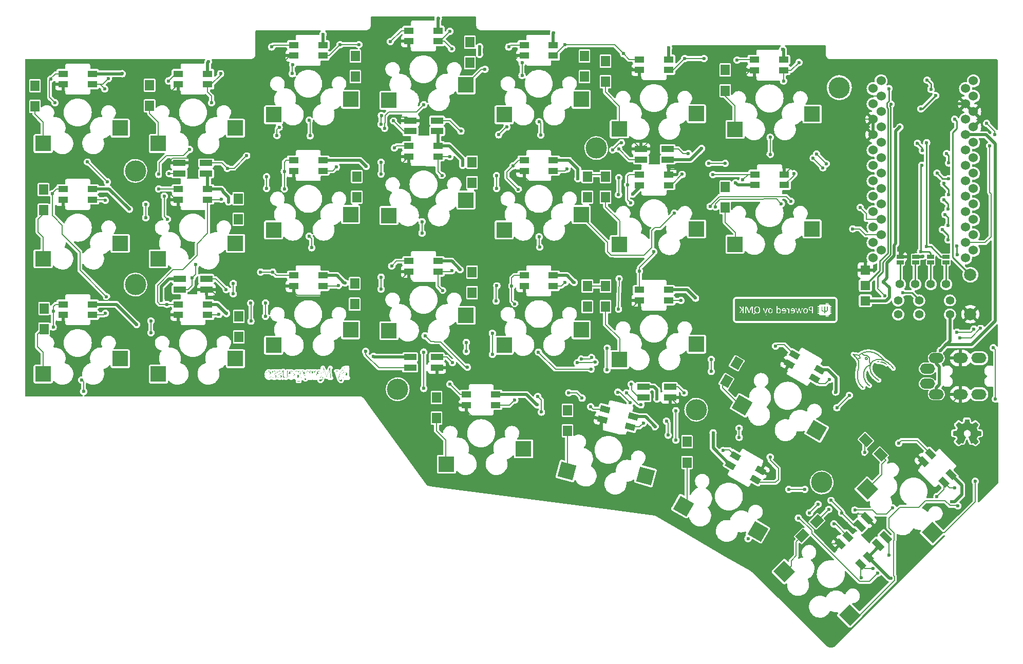
<source format=gbl>
G04 #@! TF.GenerationSoftware,KiCad,Pcbnew,(6.0.9)*
G04 #@! TF.CreationDate,2022-12-04T20:33:53+01:00*
G04 #@! TF.ProjectId,corne-cherry,636f726e-652d-4636-9865-7272792e6b69,2.1*
G04 #@! TF.SameCoordinates,Original*
G04 #@! TF.FileFunction,Copper,L2,Bot*
G04 #@! TF.FilePolarity,Positive*
%FSLAX46Y46*%
G04 Gerber Fmt 4.6, Leading zero omitted, Abs format (unit mm)*
G04 Created by KiCad (PCBNEW (6.0.9)) date 2022-12-04 20:33:53*
%MOMM*%
%LPD*%
G01*
G04 APERTURE LIST*
G04 Aperture macros list*
%AMRotRect*
0 Rectangle, with rotation*
0 The origin of the aperture is its center*
0 $1 length*
0 $2 width*
0 $3 Rotation angle, in degrees counterclockwise*
0 Add horizontal line*
21,1,$1,$2,0,0,$3*%
G04 Aperture macros list end*
G04 #@! TA.AperFunction,EtchedComponent*
%ADD10C,0.010000*%
G04 #@! TD*
G04 #@! TA.AperFunction,EtchedComponent*
%ADD11C,0.193145*%
G04 #@! TD*
G04 #@! TA.AperFunction,SMDPad,CuDef*
%ADD12R,1.500000X1.800000*%
G04 #@! TD*
G04 #@! TA.AperFunction,ComponentPad*
%ADD13R,1.000000X1.000000*%
G04 #@! TD*
G04 #@! TA.AperFunction,SMDPad,CuDef*
%ADD14R,1.600000X1.000000*%
G04 #@! TD*
G04 #@! TA.AperFunction,SMDPad,CuDef*
%ADD15RotRect,1.600000X1.000000X345.000000*%
G04 #@! TD*
G04 #@! TA.AperFunction,SMDPad,CuDef*
%ADD16RotRect,1.600000X1.000000X150.000000*%
G04 #@! TD*
G04 #@! TA.AperFunction,SMDPad,CuDef*
%ADD17R,2.550000X2.500000*%
G04 #@! TD*
G04 #@! TA.AperFunction,SMDPad,CuDef*
%ADD18RotRect,2.550000X2.500000X345.000000*%
G04 #@! TD*
G04 #@! TA.AperFunction,ComponentPad*
%ADD19C,1.524000*%
G04 #@! TD*
G04 #@! TA.AperFunction,WasherPad*
%ADD20C,3.500000*%
G04 #@! TD*
G04 #@! TA.AperFunction,SMDPad,CuDef*
%ADD21R,1.524000X1.524000*%
G04 #@! TD*
G04 #@! TA.AperFunction,ComponentPad*
%ADD22C,1.397000*%
G04 #@! TD*
G04 #@! TA.AperFunction,ComponentPad*
%ADD23O,2.500000X1.700000*%
G04 #@! TD*
G04 #@! TA.AperFunction,ComponentPad*
%ADD24C,2.000000*%
G04 #@! TD*
G04 #@! TA.AperFunction,SMDPad,CuDef*
%ADD25R,2.000000X1.000000*%
G04 #@! TD*
G04 #@! TA.AperFunction,SMDPad,CuDef*
%ADD26RotRect,2.550000X2.500000X330.000000*%
G04 #@! TD*
G04 #@! TA.AperFunction,ComponentPad*
%ADD27RotRect,1.000000X1.000000X45.000000*%
G04 #@! TD*
G04 #@! TA.AperFunction,SMDPad,CuDef*
%ADD28RotRect,1.800000X1.500000X225.000000*%
G04 #@! TD*
G04 #@! TA.AperFunction,SMDPad,CuDef*
%ADD29RotRect,1.600000X1.000000X315.000000*%
G04 #@! TD*
G04 #@! TA.AperFunction,SMDPad,CuDef*
%ADD30RotRect,2.550000X2.500000X315.000000*%
G04 #@! TD*
G04 #@! TA.AperFunction,ComponentPad*
%ADD31RotRect,1.000000X1.000000X60.000000*%
G04 #@! TD*
G04 #@! TA.AperFunction,SMDPad,CuDef*
%ADD32RotRect,1.800000X1.500000X240.000000*%
G04 #@! TD*
G04 #@! TA.AperFunction,SMDPad,CuDef*
%ADD33RotRect,1.800000X1.500000X315.000000*%
G04 #@! TD*
G04 #@! TA.AperFunction,ComponentPad*
%ADD34RotRect,1.000000X1.000000X135.000000*%
G04 #@! TD*
G04 #@! TA.AperFunction,SMDPad,CuDef*
%ADD35RotRect,1.600000X1.000000X330.000000*%
G04 #@! TD*
G04 #@! TA.AperFunction,SMDPad,CuDef*
%ADD36RotRect,2.000000X1.000000X315.000000*%
G04 #@! TD*
G04 #@! TA.AperFunction,SMDPad,CuDef*
%ADD37R,1.143000X0.635000*%
G04 #@! TD*
G04 #@! TA.AperFunction,ViaPad*
%ADD38C,0.600000*%
G04 #@! TD*
G04 #@! TA.AperFunction,Conductor*
%ADD39C,0.200000*%
G04 #@! TD*
G04 #@! TA.AperFunction,Conductor*
%ADD40C,0.500000*%
G04 #@! TD*
G04 #@! TA.AperFunction,Conductor*
%ADD41C,0.250000*%
G04 #@! TD*
G04 APERTURE END LIST*
G36*
X193588210Y-109122224D02*
G01*
X193593198Y-109122304D01*
X193597959Y-109122437D01*
X193602493Y-109122624D01*
X193606802Y-109122864D01*
X193610884Y-109123157D01*
X193614740Y-109123504D01*
X193618370Y-109123904D01*
X193621790Y-109124357D01*
X193625025Y-109124864D01*
X193628074Y-109125423D01*
X193630938Y-109126036D01*
X193633616Y-109126701D01*
X193636107Y-109127418D01*
X193637282Y-109127797D01*
X193638411Y-109128188D01*
X193639494Y-109128593D01*
X193640529Y-109129010D01*
X193641524Y-109129444D01*
X193642486Y-109129890D01*
X193643415Y-109130350D01*
X193644310Y-109130824D01*
X193645171Y-109131310D01*
X193646000Y-109131810D01*
X193646795Y-109132324D01*
X193647557Y-109132850D01*
X193648286Y-109133390D01*
X193648981Y-109133943D01*
X193649644Y-109134510D01*
X193650274Y-109135090D01*
X193650870Y-109135683D01*
X193651434Y-109136290D01*
X193651964Y-109136910D01*
X193652462Y-109137543D01*
X193652926Y-109138184D01*
X193653360Y-109138832D01*
X193653764Y-109139486D01*
X193654138Y-109140148D01*
X193654483Y-109140816D01*
X193654798Y-109141491D01*
X193655082Y-109142173D01*
X193655337Y-109142861D01*
X193655562Y-109143557D01*
X193655758Y-109144259D01*
X193655923Y-109144968D01*
X193656058Y-109145684D01*
X193656163Y-109146407D01*
X193656238Y-109147136D01*
X193656283Y-109147873D01*
X193656298Y-109148616D01*
X193656298Y-109584120D01*
X193656178Y-109596601D01*
X193655819Y-109608903D01*
X193655220Y-109621024D01*
X193654381Y-109632966D01*
X193653302Y-109644727D01*
X193651983Y-109656309D01*
X193650425Y-109667711D01*
X193648627Y-109678934D01*
X193646589Y-109689976D01*
X193644311Y-109700839D01*
X193641794Y-109711521D01*
X193639036Y-109722024D01*
X193636039Y-109732347D01*
X193632801Y-109742491D01*
X193629324Y-109752454D01*
X193625607Y-109762238D01*
X193621665Y-109771837D01*
X193617511Y-109781246D01*
X193613144Y-109790465D01*
X193608563Y-109799495D01*
X193603770Y-109808335D01*
X193598764Y-109816985D01*
X193593544Y-109825446D01*
X193588112Y-109833717D01*
X193582466Y-109841798D01*
X193576608Y-109849690D01*
X193570537Y-109857392D01*
X193564252Y-109864905D01*
X193557755Y-109872228D01*
X193551044Y-109879362D01*
X193544121Y-109886306D01*
X193536984Y-109893061D01*
X193529639Y-109899620D01*
X193522094Y-109905984D01*
X193514349Y-109912150D01*
X193506405Y-109918121D01*
X193498261Y-109923895D01*
X193489918Y-109929473D01*
X193481374Y-109934854D01*
X193472631Y-109940039D01*
X193463688Y-109945028D01*
X193454546Y-109949820D01*
X193445204Y-109954416D01*
X193435662Y-109958815D01*
X193425921Y-109963018D01*
X193415980Y-109967024D01*
X193405839Y-109970834D01*
X193395498Y-109974447D01*
X193374263Y-109981077D01*
X193352306Y-109986909D01*
X193329630Y-109991942D01*
X193306233Y-109996176D01*
X193282116Y-109999611D01*
X193257280Y-110002248D01*
X193231724Y-110004086D01*
X193205448Y-110005125D01*
X193205448Y-110208815D01*
X193205433Y-110209661D01*
X193205389Y-110210494D01*
X193205314Y-110211313D01*
X193205210Y-110212119D01*
X193205076Y-110212911D01*
X193204911Y-110213690D01*
X193204717Y-110214456D01*
X193204493Y-110215208D01*
X193204238Y-110215946D01*
X193203954Y-110216672D01*
X193203639Y-110217384D01*
X193203294Y-110218083D01*
X193202919Y-110218769D01*
X193202514Y-110219441D01*
X193202078Y-110220101D01*
X193201612Y-110220747D01*
X193201117Y-110221379D01*
X193200588Y-110221994D01*
X193200026Y-110222592D01*
X193199431Y-110223173D01*
X193198803Y-110223738D01*
X193198142Y-110224286D01*
X193197447Y-110224817D01*
X193196719Y-110225331D01*
X193195957Y-110225829D01*
X193195163Y-110226310D01*
X193194334Y-110226774D01*
X193193473Y-110227221D01*
X193192578Y-110227652D01*
X193191650Y-110228066D01*
X193190688Y-110228463D01*
X193189693Y-110228844D01*
X193187575Y-110229568D01*
X193185270Y-110230253D01*
X193182779Y-110230897D01*
X193180101Y-110231503D01*
X193177238Y-110232068D01*
X193174188Y-110232594D01*
X193170953Y-110233080D01*
X193167534Y-110233527D01*
X193163903Y-110233927D01*
X193160047Y-110234273D01*
X193155965Y-110234567D01*
X193151657Y-110234807D01*
X193147122Y-110234993D01*
X193142361Y-110235127D01*
X193137373Y-110235207D01*
X193132159Y-110235233D01*
X193126944Y-110235207D01*
X193121957Y-110235127D01*
X193117196Y-110234993D01*
X193112662Y-110234807D01*
X193108356Y-110234567D01*
X193104276Y-110234273D01*
X193100423Y-110233927D01*
X193096797Y-110233527D01*
X193093367Y-110233080D01*
X193090110Y-110232594D01*
X193087026Y-110232068D01*
X193084115Y-110231503D01*
X193081378Y-110230897D01*
X193078813Y-110230252D01*
X193076421Y-110229568D01*
X193074202Y-110228844D01*
X193073158Y-110228463D01*
X193072153Y-110228066D01*
X193071188Y-110227652D01*
X193070263Y-110227221D01*
X193069378Y-110226774D01*
X193068532Y-110226310D01*
X193067727Y-110225829D01*
X193066961Y-110225331D01*
X193066235Y-110224817D01*
X193065548Y-110224286D01*
X193064902Y-110223738D01*
X193064296Y-110223173D01*
X193063729Y-110222592D01*
X193063203Y-110221994D01*
X193062716Y-110221379D01*
X193062269Y-110220747D01*
X193061858Y-110220101D01*
X193061474Y-110219441D01*
X193061115Y-110218769D01*
X193060784Y-110218083D01*
X193060478Y-110217384D01*
X193060199Y-110216672D01*
X193059947Y-110215946D01*
X193059721Y-110215208D01*
X193059522Y-110214456D01*
X193059349Y-110213690D01*
X193059202Y-110212911D01*
X193059082Y-110212119D01*
X193058989Y-110211313D01*
X193058923Y-110210494D01*
X193058883Y-110209661D01*
X193058869Y-110208815D01*
X193058869Y-110005125D01*
X193033001Y-110004046D01*
X193007811Y-110002089D01*
X192995472Y-110000781D01*
X192983302Y-109999253D01*
X192971302Y-109997506D01*
X192959472Y-109995539D01*
X192947812Y-109993353D01*
X192936322Y-109990946D01*
X192925002Y-109988320D01*
X192913851Y-109985474D01*
X192902871Y-109982409D01*
X192892060Y-109979124D01*
X192881420Y-109975619D01*
X192870949Y-109971894D01*
X192860658Y-109967959D01*
X192850560Y-109963824D01*
X192840655Y-109959489D01*
X192830944Y-109954955D01*
X192821426Y-109950221D01*
X192812101Y-109945286D01*
X192802970Y-109940152D01*
X192794031Y-109934819D01*
X192785286Y-109929286D01*
X192776734Y-109923553D01*
X192768376Y-109917620D01*
X192760210Y-109911488D01*
X192752237Y-109905156D01*
X192744457Y-109898625D01*
X192736870Y-109891895D01*
X192729476Y-109884965D01*
X192722284Y-109877841D01*
X192715301Y-109870535D01*
X192708527Y-109863045D01*
X192701963Y-109855373D01*
X192695609Y-109847517D01*
X192689465Y-109839478D01*
X192683530Y-109831257D01*
X192677805Y-109822852D01*
X192672290Y-109814264D01*
X192666984Y-109805494D01*
X192661889Y-109796540D01*
X192657003Y-109787402D01*
X192652327Y-109778082D01*
X192647860Y-109768579D01*
X192643604Y-109758892D01*
X192639558Y-109749022D01*
X192635739Y-109738981D01*
X192632168Y-109728777D01*
X192628843Y-109718409D01*
X192625764Y-109707879D01*
X192622931Y-109697184D01*
X192620345Y-109686327D01*
X192618006Y-109675306D01*
X192615912Y-109664122D01*
X192614065Y-109652775D01*
X192612465Y-109641264D01*
X192611110Y-109629590D01*
X192610002Y-109617754D01*
X192609141Y-109605753D01*
X192608525Y-109593590D01*
X192608033Y-109568774D01*
X192608033Y-109148616D01*
X192608048Y-109147873D01*
X192608092Y-109147136D01*
X192608167Y-109146407D01*
X192608271Y-109145684D01*
X192608405Y-109144968D01*
X192608569Y-109144259D01*
X192608763Y-109143557D01*
X192608987Y-109142861D01*
X192609241Y-109142173D01*
X192609524Y-109141491D01*
X192609838Y-109140816D01*
X192610181Y-109140148D01*
X192610555Y-109139486D01*
X192610959Y-109138832D01*
X192611392Y-109138184D01*
X192611856Y-109137543D01*
X192612354Y-109136910D01*
X192612884Y-109136290D01*
X192613448Y-109135683D01*
X192614044Y-109135090D01*
X192614674Y-109134510D01*
X192615336Y-109133943D01*
X192616032Y-109133390D01*
X192616761Y-109132850D01*
X192617522Y-109132323D01*
X192618318Y-109131810D01*
X192619146Y-109131310D01*
X192620008Y-109130823D01*
X192620903Y-109130350D01*
X192621831Y-109129890D01*
X192622793Y-109129444D01*
X192623788Y-109129010D01*
X192625906Y-109128188D01*
X192628211Y-109127418D01*
X192630702Y-109126700D01*
X192633380Y-109126035D01*
X192636243Y-109125423D01*
X192639293Y-109124863D01*
X192642528Y-109124357D01*
X192645947Y-109123904D01*
X192649565Y-109123504D01*
X192653381Y-109123157D01*
X192657397Y-109122864D01*
X192661612Y-109122624D01*
X192666027Y-109122437D01*
X192670640Y-109122304D01*
X192675452Y-109122224D01*
X192680462Y-109122197D01*
X192685870Y-109122224D01*
X192691012Y-109122304D01*
X192695886Y-109122437D01*
X192700494Y-109122624D01*
X192704836Y-109122864D01*
X192708911Y-109123157D01*
X192712719Y-109123504D01*
X192716260Y-109123904D01*
X192719589Y-109124357D01*
X192722759Y-109124864D01*
X192725769Y-109125423D01*
X192728620Y-109126035D01*
X192731310Y-109126700D01*
X192733841Y-109127418D01*
X192736210Y-109128188D01*
X192737335Y-109128593D01*
X192738419Y-109129010D01*
X192739466Y-109129444D01*
X192740472Y-109129890D01*
X192741438Y-109130350D01*
X192742363Y-109130823D01*
X192743249Y-109131310D01*
X192744095Y-109131810D01*
X192744900Y-109132323D01*
X192745665Y-109132850D01*
X192746391Y-109133390D01*
X192747076Y-109133943D01*
X192747722Y-109134510D01*
X192748327Y-109135090D01*
X192748893Y-109135683D01*
X192749419Y-109136290D01*
X192749905Y-109136910D01*
X192750352Y-109137543D01*
X192750765Y-109138184D01*
X192751152Y-109138832D01*
X192751512Y-109139486D01*
X192751845Y-109140147D01*
X192752152Y-109140816D01*
X192752432Y-109141491D01*
X192752685Y-109142172D01*
X192752912Y-109142861D01*
X192753112Y-109143557D01*
X192753285Y-109144259D01*
X192753431Y-109144968D01*
X192753551Y-109145684D01*
X192753645Y-109146407D01*
X192753711Y-109147136D01*
X192753751Y-109147873D01*
X192753765Y-109148616D01*
X192753765Y-109574740D01*
X192754064Y-109591593D01*
X192754963Y-109608058D01*
X192755637Y-109616146D01*
X192756460Y-109624137D01*
X192757434Y-109632032D01*
X192758557Y-109639830D01*
X192759830Y-109647531D01*
X192761253Y-109655136D01*
X192762825Y-109662644D01*
X192764547Y-109670056D01*
X192766419Y-109677371D01*
X192768441Y-109684590D01*
X192770613Y-109691712D01*
X192772934Y-109698738D01*
X192775406Y-109705654D01*
X192778023Y-109712444D01*
X192780787Y-109719107D01*
X192783697Y-109725643D01*
X192786753Y-109732053D01*
X192789956Y-109738336D01*
X192793304Y-109744492D01*
X192796799Y-109750521D01*
X192800441Y-109756424D01*
X192804228Y-109762200D01*
X192808163Y-109767850D01*
X192812243Y-109773373D01*
X192816470Y-109778769D01*
X192820844Y-109784039D01*
X192825364Y-109789182D01*
X192830031Y-109794199D01*
X192834848Y-109799086D01*
X192839815Y-109803840D01*
X192844932Y-109808460D01*
X192850198Y-109812947D01*
X192855613Y-109817301D01*
X192861178Y-109821522D01*
X192866893Y-109825609D01*
X192872758Y-109829564D01*
X192878772Y-109833386D01*
X192884936Y-109837074D01*
X192891250Y-109840630D01*
X192897714Y-109844053D01*
X192904328Y-109847343D01*
X192911092Y-109850500D01*
X192918006Y-109853524D01*
X192925069Y-109856416D01*
X192932282Y-109859154D01*
X192939648Y-109861722D01*
X192947168Y-109864120D01*
X192954840Y-109866348D01*
X192962666Y-109868406D01*
X192970645Y-109870295D01*
X192978777Y-109872014D01*
X192987063Y-109873563D01*
X193004094Y-109876151D01*
X193021739Y-109878061D01*
X193039997Y-109879292D01*
X193058869Y-109879845D01*
X193058869Y-109148616D01*
X193058883Y-109147873D01*
X193058922Y-109147136D01*
X193058989Y-109146407D01*
X193059082Y-109145684D01*
X193059202Y-109144968D01*
X193059348Y-109144259D01*
X193059521Y-109143557D01*
X193059721Y-109142861D01*
X193059947Y-109142173D01*
X193060199Y-109141491D01*
X193060478Y-109140816D01*
X193060783Y-109140148D01*
X193061115Y-109139486D01*
X193061473Y-109138832D01*
X193061858Y-109138184D01*
X193062269Y-109137543D01*
X193062716Y-109136910D01*
X193063202Y-109136290D01*
X193063729Y-109135683D01*
X193064295Y-109135090D01*
X193064902Y-109134510D01*
X193065548Y-109133943D01*
X193066234Y-109133390D01*
X193066960Y-109132850D01*
X193067726Y-109132323D01*
X193068532Y-109131810D01*
X193069378Y-109131310D01*
X193070263Y-109130823D01*
X193071188Y-109130350D01*
X193072153Y-109129890D01*
X193073157Y-109129444D01*
X193074202Y-109129010D01*
X193076421Y-109128188D01*
X193078813Y-109127418D01*
X193081378Y-109126700D01*
X193084115Y-109126035D01*
X193087026Y-109125423D01*
X193090109Y-109124863D01*
X193093367Y-109124357D01*
X193096797Y-109123904D01*
X193100423Y-109123504D01*
X193104276Y-109123157D01*
X193108355Y-109122864D01*
X193112662Y-109122624D01*
X193117196Y-109122437D01*
X193121956Y-109122304D01*
X193126944Y-109122224D01*
X193132159Y-109122197D01*
X193136973Y-109122224D01*
X193141614Y-109122304D01*
X193146082Y-109122437D01*
X193150377Y-109122624D01*
X193154498Y-109122864D01*
X193158447Y-109123157D01*
X193162223Y-109123504D01*
X193165827Y-109123904D01*
X193169260Y-109124357D01*
X193172534Y-109124864D01*
X193175649Y-109125423D01*
X193178604Y-109126035D01*
X193181401Y-109126700D01*
X193184038Y-109127418D01*
X193186515Y-109128188D01*
X193188832Y-109129010D01*
X193189931Y-109129444D01*
X193190990Y-109129890D01*
X193192008Y-109130350D01*
X193192987Y-109130823D01*
X193193926Y-109131310D01*
X193194825Y-109131810D01*
X193195683Y-109132323D01*
X193196502Y-109132850D01*
X193197281Y-109133390D01*
X193198019Y-109133943D01*
X193198718Y-109134510D01*
X193199377Y-109135090D01*
X193199996Y-109135683D01*
X193200574Y-109136290D01*
X193201113Y-109136910D01*
X193201612Y-109137543D01*
X193202078Y-109138184D01*
X193202513Y-109138832D01*
X193202919Y-109139486D01*
X193203294Y-109140147D01*
X193203639Y-109140816D01*
X193203953Y-109141491D01*
X193204238Y-109142172D01*
X193204492Y-109142861D01*
X193204717Y-109143557D01*
X193204911Y-109144259D01*
X193205075Y-109144968D01*
X193205210Y-109145684D01*
X193205314Y-109146407D01*
X193205389Y-109147136D01*
X193205433Y-109147873D01*
X193205448Y-109148616D01*
X193205448Y-109879845D01*
X193224327Y-109879106D01*
X193233541Y-109878502D01*
X193242606Y-109877741D01*
X193251520Y-109876824D01*
X193260285Y-109875751D01*
X193268899Y-109874522D01*
X193277363Y-109873136D01*
X193285678Y-109871594D01*
X193293843Y-109869895D01*
X193301858Y-109868040D01*
X193309723Y-109866028D01*
X193317438Y-109863860D01*
X193325003Y-109861535D01*
X193332419Y-109859054D01*
X193339685Y-109856416D01*
X193346797Y-109853628D01*
X193353753Y-109850700D01*
X193360553Y-109847632D01*
X193367196Y-109844425D01*
X193373682Y-109841079D01*
X193380012Y-109837592D01*
X193386186Y-109833966D01*
X193392203Y-109830201D01*
X193398063Y-109826296D01*
X193403768Y-109822251D01*
X193409315Y-109818066D01*
X193414707Y-109813741D01*
X193419942Y-109809277D01*
X193425021Y-109804673D01*
X193429943Y-109799930D01*
X193434710Y-109795046D01*
X193439324Y-109790026D01*
X193443792Y-109784872D01*
X193448114Y-109779586D01*
X193452289Y-109774166D01*
X193456317Y-109768612D01*
X193460199Y-109762926D01*
X193463934Y-109757106D01*
X193467523Y-109751153D01*
X193470965Y-109745067D01*
X193474261Y-109738848D01*
X193477410Y-109732496D01*
X193480413Y-109726010D01*
X193483269Y-109719392D01*
X193485979Y-109712640D01*
X193488543Y-109705755D01*
X193490960Y-109698738D01*
X193495355Y-109684350D01*
X193499163Y-109669522D01*
X193502385Y-109654256D01*
X193505021Y-109638550D01*
X193507071Y-109622404D01*
X193508535Y-109605819D01*
X193509413Y-109588793D01*
X193509706Y-109571328D01*
X193509706Y-109148616D01*
X193509719Y-109147873D01*
X193509759Y-109147136D01*
X193509826Y-109146407D01*
X193509919Y-109145684D01*
X193510039Y-109144968D01*
X193510186Y-109144259D01*
X193510359Y-109143557D01*
X193510559Y-109142861D01*
X193510786Y-109142173D01*
X193511039Y-109141491D01*
X193511319Y-109140816D01*
X193511626Y-109140148D01*
X193511959Y-109139486D01*
X193512319Y-109138832D01*
X193512706Y-109138184D01*
X193513119Y-109137543D01*
X193513565Y-109136910D01*
X193514052Y-109136290D01*
X193514578Y-109135683D01*
X193515143Y-109135090D01*
X193515749Y-109134510D01*
X193516394Y-109133943D01*
X193517080Y-109133390D01*
X193517805Y-109132850D01*
X193518571Y-109132324D01*
X193519376Y-109131810D01*
X193520222Y-109131310D01*
X193521107Y-109130824D01*
X193522033Y-109130350D01*
X193522999Y-109129890D01*
X193524005Y-109129444D01*
X193525052Y-109129010D01*
X193527267Y-109128188D01*
X193529655Y-109127418D01*
X193532218Y-109126701D01*
X193534954Y-109126036D01*
X193537863Y-109125423D01*
X193540946Y-109124864D01*
X193544203Y-109124357D01*
X193547634Y-109123904D01*
X193551260Y-109123504D01*
X193555114Y-109123157D01*
X193559196Y-109122864D01*
X193563504Y-109122624D01*
X193568038Y-109122437D01*
X193572799Y-109122304D01*
X193577785Y-109122224D01*
X193582995Y-109122197D01*
X193588210Y-109122224D01*
G37*
G36*
X191029727Y-109691396D02*
G01*
X190897779Y-109691396D01*
X190889566Y-109691329D01*
X190881528Y-109691130D01*
X190873667Y-109690797D01*
X190865982Y-109690332D01*
X190858474Y-109689733D01*
X190851142Y-109689001D01*
X190843987Y-109688137D01*
X190837008Y-109687139D01*
X190830206Y-109686009D01*
X190823580Y-109684745D01*
X190817130Y-109683348D01*
X190810857Y-109681819D01*
X190804760Y-109680156D01*
X190798839Y-109678360D01*
X190793095Y-109676432D01*
X190787528Y-109674370D01*
X190782101Y-109672190D01*
X190776784Y-109669907D01*
X190771577Y-109667521D01*
X190766481Y-109665031D01*
X190761494Y-109662438D01*
X190756617Y-109659743D01*
X190751850Y-109656944D01*
X190747192Y-109654041D01*
X190742645Y-109651036D01*
X190738207Y-109647928D01*
X190733879Y-109644717D01*
X190729660Y-109641402D01*
X190725551Y-109637985D01*
X190721552Y-109634465D01*
X190717662Y-109630841D01*
X190713881Y-109627115D01*
X190710215Y-109623291D01*
X190706661Y-109619374D01*
X190703220Y-109615363D01*
X190699891Y-109611260D01*
X190696676Y-109607063D01*
X190693574Y-109602774D01*
X190690584Y-109598391D01*
X190687707Y-109593915D01*
X190684943Y-109589346D01*
X190682292Y-109584683D01*
X190679754Y-109579928D01*
X190677329Y-109575079D01*
X190675017Y-109570137D01*
X190672817Y-109565102D01*
X190670730Y-109559973D01*
X190668756Y-109554752D01*
X190666901Y-109549455D01*
X190665166Y-109544102D01*
X190663550Y-109538692D01*
X190662054Y-109533226D01*
X190660678Y-109527704D01*
X190659421Y-109522125D01*
X190658284Y-109516489D01*
X190657267Y-109510798D01*
X190655591Y-109499245D01*
X190654395Y-109487466D01*
X190653676Y-109475462D01*
X190653437Y-109463232D01*
X190653535Y-109454912D01*
X190653830Y-109446765D01*
X190654320Y-109438791D01*
X190655007Y-109430989D01*
X190655890Y-109423360D01*
X190656970Y-109415904D01*
X190658246Y-109408620D01*
X190659718Y-109401510D01*
X190661386Y-109394572D01*
X190663250Y-109387808D01*
X190665311Y-109381216D01*
X190667568Y-109374797D01*
X190670022Y-109368551D01*
X190672671Y-109362478D01*
X190675517Y-109356578D01*
X190678559Y-109350850D01*
X190681744Y-109345300D01*
X190685021Y-109339929D01*
X190688392Y-109334738D01*
X190691857Y-109329726D01*
X190695414Y-109324895D01*
X190699065Y-109320243D01*
X190702809Y-109315770D01*
X190706646Y-109311477D01*
X190710577Y-109307364D01*
X190714600Y-109303430D01*
X190718717Y-109299675D01*
X190722926Y-109296100D01*
X190727229Y-109292705D01*
X190731625Y-109289488D01*
X190736114Y-109286451D01*
X190740696Y-109283593D01*
X190745337Y-109280891D01*
X190749998Y-109278314D01*
X190754678Y-109275864D01*
X190759377Y-109273540D01*
X190764097Y-109271342D01*
X190768836Y-109269271D01*
X190773594Y-109267325D01*
X190778373Y-109265506D01*
X190783172Y-109263813D01*
X190787990Y-109262246D01*
X190792828Y-109260805D01*
X190797686Y-109259491D01*
X190802565Y-109258302D01*
X190807463Y-109257240D01*
X190812381Y-109256304D01*
X190817320Y-109255495D01*
X190827183Y-109254099D01*
X190836980Y-109252890D01*
X190846710Y-109251867D01*
X190856374Y-109251030D01*
X190865971Y-109250379D01*
X190875502Y-109249914D01*
X190884967Y-109249635D01*
X190894366Y-109249542D01*
X191029727Y-109249542D01*
X191029727Y-109691396D01*
G37*
G36*
X187879798Y-109514386D02*
G01*
X187886180Y-109514616D01*
X187892462Y-109514998D01*
X187898643Y-109515533D01*
X187904724Y-109516221D01*
X187910704Y-109517062D01*
X187916583Y-109518056D01*
X187922362Y-109519203D01*
X187928040Y-109520503D01*
X187933618Y-109521956D01*
X187939096Y-109523562D01*
X187944473Y-109525321D01*
X187949750Y-109527234D01*
X187954927Y-109529299D01*
X187960003Y-109531517D01*
X187964980Y-109533889D01*
X187969853Y-109536387D01*
X187974627Y-109538985D01*
X187979300Y-109541682D01*
X187983873Y-109544479D01*
X187988346Y-109547375D01*
X187992718Y-109550371D01*
X187996991Y-109553467D01*
X188001163Y-109556663D01*
X188005235Y-109559959D01*
X188009206Y-109563354D01*
X188013077Y-109566850D01*
X188016848Y-109570445D01*
X188020519Y-109574140D01*
X188024089Y-109577936D01*
X188027558Y-109581831D01*
X188030927Y-109585827D01*
X188034202Y-109589912D01*
X188037382Y-109594080D01*
X188040468Y-109598331D01*
X188043461Y-109602666D01*
X188046360Y-109607084D01*
X188049165Y-109611586D01*
X188051876Y-109616170D01*
X188054493Y-109620838D01*
X188057016Y-109625588D01*
X188059446Y-109630422D01*
X188061782Y-109635339D01*
X188064024Y-109640339D01*
X188066173Y-109645422D01*
X188068228Y-109650587D01*
X188070189Y-109655836D01*
X188072057Y-109661167D01*
X188075492Y-109671977D01*
X188078528Y-109682906D01*
X188081163Y-109693954D01*
X188083397Y-109705121D01*
X188085231Y-109716407D01*
X188086664Y-109727812D01*
X188087696Y-109739336D01*
X188088328Y-109750980D01*
X187670313Y-109750980D01*
X187670205Y-109737332D01*
X187670522Y-109724057D01*
X187671264Y-109711155D01*
X187672431Y-109698624D01*
X187674023Y-109686466D01*
X187676039Y-109674681D01*
X187678480Y-109663268D01*
X187681346Y-109652227D01*
X187684637Y-109641559D01*
X187688352Y-109631263D01*
X187692492Y-109621339D01*
X187697057Y-109611788D01*
X187702047Y-109602609D01*
X187707461Y-109593803D01*
X187713301Y-109585369D01*
X187719565Y-109577307D01*
X187726239Y-109569678D01*
X187733305Y-109562541D01*
X187740762Y-109555896D01*
X187748609Y-109549744D01*
X187756848Y-109544084D01*
X187765479Y-109538916D01*
X187774500Y-109534241D01*
X187783913Y-109530058D01*
X187793718Y-109526367D01*
X187803914Y-109523168D01*
X187814501Y-109520461D01*
X187825480Y-109518247D01*
X187836851Y-109516524D01*
X187848614Y-109515294D01*
X187860768Y-109514556D01*
X187873315Y-109514310D01*
X187879798Y-109514386D01*
G37*
G36*
X194975817Y-111209071D02*
G01*
X194974528Y-111225992D01*
X194972407Y-111242668D01*
X194969473Y-111259078D01*
X194965748Y-111275201D01*
X194961252Y-111291016D01*
X194956008Y-111306502D01*
X194950035Y-111321638D01*
X194943355Y-111336404D01*
X194935989Y-111350778D01*
X194927958Y-111364738D01*
X194919282Y-111378265D01*
X194909984Y-111391337D01*
X194900083Y-111403932D01*
X194889602Y-111416031D01*
X194878560Y-111427612D01*
X194866980Y-111438653D01*
X194854881Y-111449135D01*
X194842285Y-111459035D01*
X194829214Y-111468334D01*
X194815687Y-111477009D01*
X194801726Y-111485040D01*
X194787353Y-111492406D01*
X194772587Y-111499086D01*
X194757451Y-111505059D01*
X194741965Y-111510304D01*
X194726149Y-111514799D01*
X194710026Y-111518524D01*
X194693617Y-111521458D01*
X194676941Y-111523580D01*
X194660020Y-111524868D01*
X194642876Y-111525302D01*
X178640878Y-111525302D01*
X178623733Y-111524868D01*
X178606813Y-111523580D01*
X178590137Y-111521458D01*
X178573727Y-111518524D01*
X178557605Y-111514799D01*
X178541789Y-111510304D01*
X178526303Y-111505059D01*
X178511167Y-111499086D01*
X178496401Y-111492406D01*
X178482028Y-111485040D01*
X178468067Y-111477009D01*
X178454541Y-111468334D01*
X178441469Y-111459035D01*
X178428873Y-111449135D01*
X178416775Y-111438653D01*
X178405194Y-111427611D01*
X178394152Y-111416031D01*
X178383671Y-111403932D01*
X178373770Y-111391336D01*
X178364472Y-111378264D01*
X178355797Y-111364738D01*
X178347766Y-111350777D01*
X178340399Y-111336404D01*
X178333720Y-111321638D01*
X178327747Y-111306502D01*
X178322502Y-111291015D01*
X178318007Y-111275200D01*
X178314282Y-111259077D01*
X178311348Y-111242668D01*
X178309226Y-111225992D01*
X178307938Y-111209071D01*
X178307504Y-111191927D01*
X178307504Y-110327348D01*
X181387386Y-110327348D01*
X181387420Y-110332145D01*
X181387520Y-110336742D01*
X181387687Y-110341139D01*
X181387920Y-110345336D01*
X181388220Y-110349334D01*
X181388586Y-110353133D01*
X181389018Y-110356731D01*
X181389516Y-110360130D01*
X181389790Y-110361756D01*
X181390081Y-110363335D01*
X181390388Y-110364868D01*
X181390712Y-110366354D01*
X181391053Y-110367793D01*
X181391411Y-110369186D01*
X181391785Y-110370532D01*
X181392176Y-110371831D01*
X181392584Y-110373084D01*
X181393008Y-110374291D01*
X181393449Y-110375451D01*
X181393907Y-110376564D01*
X181394381Y-110377632D01*
X181394873Y-110378653D01*
X181395381Y-110379627D01*
X181395905Y-110380556D01*
X181396440Y-110381443D01*
X181396981Y-110382293D01*
X181397529Y-110383107D01*
X181398084Y-110383884D01*
X181398645Y-110384625D01*
X181399213Y-110385329D01*
X181399788Y-110385996D01*
X181400370Y-110386626D01*
X181400959Y-110387220D01*
X181401555Y-110387777D01*
X181402157Y-110388297D01*
X181402767Y-110388781D01*
X181403383Y-110389227D01*
X181404006Y-110389637D01*
X181404636Y-110390010D01*
X181405273Y-110390346D01*
X181405910Y-110390655D01*
X181406548Y-110390945D01*
X181407186Y-110391215D01*
X181407825Y-110391464D01*
X181408463Y-110391694D01*
X181409102Y-110391903D01*
X181409740Y-110392093D01*
X181410379Y-110392262D01*
X181411018Y-110392411D01*
X181411656Y-110392541D01*
X181412295Y-110392650D01*
X181412934Y-110392740D01*
X181413572Y-110392809D01*
X181414210Y-110392859D01*
X181414848Y-110392889D01*
X181415485Y-110392899D01*
X181417695Y-110392844D01*
X181420068Y-110392679D01*
X181422604Y-110392405D01*
X181425303Y-110392021D01*
X181431190Y-110390923D01*
X181437729Y-110389386D01*
X181444919Y-110387411D01*
X181452761Y-110384996D01*
X181461254Y-110382142D01*
X181470399Y-110378849D01*
X181480049Y-110375142D01*
X181490059Y-110371034D01*
X181500428Y-110366525D01*
X181511156Y-110361617D01*
X181522244Y-110356308D01*
X181533690Y-110350600D01*
X181545495Y-110344492D01*
X181557659Y-110337984D01*
X181570108Y-110331102D01*
X181582771Y-110323861D01*
X181595647Y-110316259D01*
X181608736Y-110308298D01*
X181622039Y-110299977D01*
X181635555Y-110291297D01*
X181649284Y-110282257D01*
X181663227Y-110272857D01*
X181677223Y-110263082D01*
X181691110Y-110252907D01*
X181704891Y-110242332D01*
X181718565Y-110231357D01*
X181732132Y-110219983D01*
X181745593Y-110208210D01*
X181758947Y-110196038D01*
X181772196Y-110183468D01*
X181782970Y-110189746D01*
X181794436Y-110195813D01*
X181806594Y-110201667D01*
X181819444Y-110207308D01*
X181832985Y-110212737D01*
X181847220Y-110217953D01*
X181862146Y-110222956D01*
X181877764Y-110227746D01*
X181894047Y-110232132D01*
X181910968Y-110235933D01*
X181928528Y-110239151D01*
X181946725Y-110241783D01*
X181965561Y-110243831D01*
X181985036Y-110245294D01*
X182005150Y-110246172D01*
X182025904Y-110246465D01*
X182041308Y-110246322D01*
X182056450Y-110245893D01*
X182071330Y-110245178D01*
X182085947Y-110244178D01*
X182100301Y-110242891D01*
X182114393Y-110241318D01*
X182128222Y-110239460D01*
X182141789Y-110237315D01*
X182155093Y-110234885D01*
X182168135Y-110232168D01*
X182180914Y-110229165D01*
X182193430Y-110225876D01*
X182205683Y-110222301D01*
X182217673Y-110218440D01*
X182229401Y-110214293D01*
X182240865Y-110209860D01*
X182252076Y-110205150D01*
X182263040Y-110200175D01*
X182273758Y-110194934D01*
X182284231Y-110189428D01*
X182294457Y-110183655D01*
X182304438Y-110177617D01*
X182314172Y-110171312D01*
X182323660Y-110164742D01*
X182332902Y-110157905D01*
X182341898Y-110150803D01*
X182350647Y-110143434D01*
X182359150Y-110135799D01*
X182367407Y-110127898D01*
X182375417Y-110119731D01*
X182383181Y-110111297D01*
X182390699Y-110102598D01*
X182397978Y-110093630D01*
X182405020Y-110084393D01*
X182411826Y-110074886D01*
X182418396Y-110065111D01*
X182424730Y-110055065D01*
X182430828Y-110044751D01*
X182436689Y-110034167D01*
X182442314Y-110023314D01*
X182447704Y-110012191D01*
X182452857Y-110000799D01*
X182457774Y-109989138D01*
X182462455Y-109977208D01*
X182466900Y-109965009D01*
X182471109Y-109952540D01*
X182475082Y-109939802D01*
X182478819Y-109926795D01*
X182485604Y-109900022D01*
X182491484Y-109872279D01*
X182496459Y-109843565D01*
X182500529Y-109813881D01*
X182503695Y-109783225D01*
X182505955Y-109751599D01*
X182507312Y-109719000D01*
X182507764Y-109685429D01*
X182507271Y-109653045D01*
X182505794Y-109621445D01*
X182503333Y-109590631D01*
X182499887Y-109560602D01*
X182495458Y-109531358D01*
X182490044Y-109502899D01*
X182483647Y-109475225D01*
X182476266Y-109448336D01*
X182474552Y-109442793D01*
X183015988Y-109442793D01*
X183016008Y-109444091D01*
X183016068Y-109445428D01*
X183016308Y-109448223D01*
X183016707Y-109451177D01*
X183017266Y-109454291D01*
X183017984Y-109457564D01*
X183018862Y-109460997D01*
X183019898Y-109464588D01*
X183021094Y-109468339D01*
X183099443Y-109685429D01*
X183296088Y-110230299D01*
X183398244Y-110512094D01*
X183398945Y-110513770D01*
X183399769Y-110515398D01*
X183400716Y-110516975D01*
X183401786Y-110518503D01*
X183402979Y-110519981D01*
X183404294Y-110521409D01*
X183405733Y-110522787D01*
X183407294Y-110524116D01*
X183408979Y-110525394D01*
X183410786Y-110526623D01*
X183412716Y-110527801D01*
X183414770Y-110528930D01*
X183416946Y-110530008D01*
X183419245Y-110531037D01*
X183421668Y-110532015D01*
X183424213Y-110532943D01*
X183426905Y-110533820D01*
X183429767Y-110534640D01*
X183435998Y-110536110D01*
X183442908Y-110537354D01*
X183450496Y-110538372D01*
X183458763Y-110539163D01*
X183467708Y-110539727D01*
X183477331Y-110540066D01*
X183487634Y-110540179D01*
X183493037Y-110540146D01*
X183498173Y-110540047D01*
X183503043Y-110539883D01*
X183507646Y-110539652D01*
X183511983Y-110539354D01*
X183516053Y-110538990D01*
X183519856Y-110538560D01*
X183523393Y-110538062D01*
X183525071Y-110537783D01*
X183526700Y-110537481D01*
X183528279Y-110537155D01*
X183529807Y-110536807D01*
X183531286Y-110536436D01*
X183532714Y-110536041D01*
X183534093Y-110535624D01*
X183535421Y-110535183D01*
X183536700Y-110534720D01*
X183537928Y-110534233D01*
X183539107Y-110533723D01*
X183540236Y-110533190D01*
X183541316Y-110532634D01*
X183542345Y-110532055D01*
X183543325Y-110531452D01*
X183544255Y-110530826D01*
X183545135Y-110530173D01*
X183545966Y-110529493D01*
X183546746Y-110528787D01*
X183547475Y-110528055D01*
X183548155Y-110527296D01*
X183548785Y-110526511D01*
X183549365Y-110525700D01*
X183549894Y-110524861D01*
X183550374Y-110523997D01*
X183550804Y-110523106D01*
X183551184Y-110522188D01*
X183551514Y-110521243D01*
X183551795Y-110520273D01*
X183552026Y-110519275D01*
X183552207Y-110518251D01*
X183552338Y-110517200D01*
X183552422Y-110516123D01*
X183552459Y-110515019D01*
X183552449Y-110513888D01*
X183552393Y-110512730D01*
X183552290Y-110511546D01*
X183552140Y-110510335D01*
X183551944Y-110509098D01*
X183551701Y-110507834D01*
X183551412Y-110506543D01*
X183551076Y-110505226D01*
X183550693Y-110503881D01*
X183550264Y-110502511D01*
X183549788Y-110501113D01*
X183549265Y-110499689D01*
X183548695Y-110498238D01*
X183548078Y-110496761D01*
X183442522Y-110230299D01*
X183443476Y-110229856D01*
X183444424Y-110229379D01*
X183445364Y-110228870D01*
X183446298Y-110228327D01*
X183447225Y-110227751D01*
X183448146Y-110227142D01*
X183449060Y-110226500D01*
X183449967Y-110225824D01*
X183450868Y-110225116D01*
X183451763Y-110224374D01*
X183452651Y-110223599D01*
X183453532Y-110222791D01*
X183454407Y-110221949D01*
X183455276Y-110221075D01*
X183456139Y-110220167D01*
X183456995Y-110219226D01*
X183457830Y-110218265D01*
X183458630Y-110217298D01*
X183459398Y-110216323D01*
X183460133Y-110215342D01*
X183460834Y-110214354D01*
X183461502Y-110213359D01*
X183462137Y-110212358D01*
X183462738Y-110211350D01*
X183463306Y-110210335D01*
X183463841Y-110209314D01*
X183464342Y-110208286D01*
X183464810Y-110207251D01*
X183465245Y-110206210D01*
X183465646Y-110205162D01*
X183466014Y-110204108D01*
X183466348Y-110203047D01*
X183610937Y-109815684D01*
X183847757Y-109815684D01*
X183848096Y-109840274D01*
X183849114Y-109864239D01*
X183850810Y-109887578D01*
X183853184Y-109910292D01*
X183856237Y-109932381D01*
X183859969Y-109953844D01*
X183864378Y-109974684D01*
X183869466Y-109994899D01*
X183872260Y-110004757D01*
X183875213Y-110014432D01*
X183878326Y-110023925D01*
X183881598Y-110033234D01*
X183885031Y-110042361D01*
X183888623Y-110051305D01*
X183892374Y-110060067D01*
X183896285Y-110068645D01*
X183900356Y-110077041D01*
X183904587Y-110085253D01*
X183908977Y-110093283D01*
X183913527Y-110101129D01*
X183918237Y-110108792D01*
X183923106Y-110116273D01*
X183928135Y-110123570D01*
X183933324Y-110130683D01*
X183938665Y-110137605D01*
X183944156Y-110144320D01*
X183949797Y-110150828D01*
X183955588Y-110157131D01*
X183961529Y-110163226D01*
X183967619Y-110169116D01*
X183973860Y-110174799D01*
X183980250Y-110180276D01*
X183986791Y-110185547D01*
X183993481Y-110190612D01*
X184000320Y-110195470D01*
X184007309Y-110200123D01*
X184014448Y-110204569D01*
X184021737Y-110208810D01*
X184029175Y-110212844D01*
X184036762Y-110216673D01*
X184044494Y-110220282D01*
X184052366Y-110223658D01*
X184060377Y-110226801D01*
X184068527Y-110229711D01*
X184076817Y-110232387D01*
X184085247Y-110234831D01*
X184093817Y-110237042D01*
X184102526Y-110239020D01*
X184111375Y-110240766D01*
X184120363Y-110242278D01*
X184129491Y-110243557D01*
X184138759Y-110244604D01*
X184148167Y-110245418D01*
X184157715Y-110246000D01*
X184167402Y-110246349D01*
X184177229Y-110246465D01*
X184186296Y-110246352D01*
X184195188Y-110246013D01*
X184203908Y-110245449D01*
X184212454Y-110244658D01*
X184220827Y-110243640D01*
X184229027Y-110242396D01*
X184237055Y-110240926D01*
X184244910Y-110239229D01*
X184252659Y-110237283D01*
X184260368Y-110235057D01*
X184268037Y-110232551D01*
X184275666Y-110229765D01*
X184283255Y-110226699D01*
X184290803Y-110223354D01*
X184298311Y-110219730D01*
X184305778Y-110215826D01*
X184313229Y-110211650D01*
X184320680Y-110207207D01*
X184328131Y-110202498D01*
X184335581Y-110197522D01*
X184343031Y-110192281D01*
X184350480Y-110186773D01*
X184357928Y-110181000D01*
X184365375Y-110174961D01*
X184372879Y-110168630D01*
X184380489Y-110161979D01*
X184388204Y-110155008D01*
X184396025Y-110147718D01*
X184403953Y-110140108D01*
X184411986Y-110132179D01*
X184420126Y-110123931D01*
X184428372Y-110115364D01*
X184428372Y-110209013D01*
X184428386Y-110209857D01*
X184428426Y-110210688D01*
X184428492Y-110211506D01*
X184428586Y-110212310D01*
X184428706Y-110213101D01*
X184428852Y-110213879D01*
X184429026Y-110214643D01*
X184429226Y-110215395D01*
X184429452Y-110216133D01*
X184429706Y-110216858D01*
X184429986Y-110217570D01*
X184430292Y-110218268D01*
X184430626Y-110218954D01*
X184430986Y-110219627D01*
X184431372Y-110220286D01*
X184431786Y-110220933D01*
X184432226Y-110221562D01*
X184432701Y-110222175D01*
X184433209Y-110222771D01*
X184433750Y-110223351D01*
X184434325Y-110223914D01*
X184434933Y-110224461D01*
X184435574Y-110224991D01*
X184436249Y-110225505D01*
X184436957Y-110226002D01*
X184437698Y-110226483D01*
X184438473Y-110226946D01*
X184439281Y-110227394D01*
X184440122Y-110227824D01*
X184440997Y-110228238D01*
X184441904Y-110228635D01*
X184442845Y-110229016D01*
X184444824Y-110229740D01*
X184446921Y-110230424D01*
X184449137Y-110231069D01*
X184451471Y-110231675D01*
X184453924Y-110232240D01*
X184456496Y-110232766D01*
X184459189Y-110233252D01*
X184462001Y-110233699D01*
X184464978Y-110234099D01*
X184468153Y-110234445D01*
X184471527Y-110234739D01*
X184475099Y-110234979D01*
X184478871Y-110235165D01*
X184482843Y-110235299D01*
X184487013Y-110235379D01*
X184491383Y-110235405D01*
X184495560Y-110235379D01*
X184499576Y-110235299D01*
X184503433Y-110235165D01*
X184507131Y-110234979D01*
X184510669Y-110234739D01*
X184514048Y-110234445D01*
X184517267Y-110234099D01*
X184520329Y-110233699D01*
X184523239Y-110233252D01*
X184526018Y-110232766D01*
X184528665Y-110232240D01*
X184531179Y-110231675D01*
X184533561Y-110231069D01*
X184535810Y-110230424D01*
X184537925Y-110229740D01*
X184539907Y-110229016D01*
X184540845Y-110228635D01*
X184541742Y-110228238D01*
X184542600Y-110227824D01*
X184543417Y-110227394D01*
X184544195Y-110226946D01*
X184544932Y-110226483D01*
X184545630Y-110226002D01*
X184546288Y-110225505D01*
X184546906Y-110224991D01*
X184547485Y-110224461D01*
X184548023Y-110223914D01*
X184548522Y-110223351D01*
X184548981Y-110222771D01*
X184549400Y-110222175D01*
X184549780Y-110221562D01*
X184550120Y-110220933D01*
X184550430Y-110220286D01*
X184550719Y-110219627D01*
X184550989Y-110218954D01*
X184551238Y-110218268D01*
X184551468Y-110217570D01*
X184551677Y-110216858D01*
X184551867Y-110216133D01*
X184552036Y-110215395D01*
X184552185Y-110214643D01*
X184552315Y-110213879D01*
X184552424Y-110213101D01*
X184552514Y-110212310D01*
X184552583Y-110211506D01*
X184552633Y-110210688D01*
X184552663Y-110209857D01*
X184552673Y-110209013D01*
X185206513Y-110209013D01*
X185206515Y-110209013D01*
X185206526Y-110209857D01*
X185206561Y-110210688D01*
X185206619Y-110211506D01*
X185206701Y-110212310D01*
X185206805Y-110213101D01*
X185206933Y-110213879D01*
X185207084Y-110214643D01*
X185207258Y-110215395D01*
X185207456Y-110216133D01*
X185207677Y-110216858D01*
X185207921Y-110217570D01*
X185208188Y-110218269D01*
X185208479Y-110218954D01*
X185208793Y-110219627D01*
X185209130Y-110220286D01*
X185209491Y-110220933D01*
X185209880Y-110221562D01*
X185210302Y-110222175D01*
X185210757Y-110222771D01*
X185211246Y-110223351D01*
X185211769Y-110223914D01*
X185212324Y-110224461D01*
X185212913Y-110224991D01*
X185213535Y-110225505D01*
X185214191Y-110226002D01*
X185214879Y-110226483D01*
X185215601Y-110226947D01*
X185216355Y-110227394D01*
X185217143Y-110227824D01*
X185217964Y-110228238D01*
X185218817Y-110228635D01*
X185219704Y-110229016D01*
X185221587Y-110229740D01*
X185223617Y-110230425D01*
X185225793Y-110231070D01*
X185228115Y-110231675D01*
X185230583Y-110232240D01*
X185233196Y-110232766D01*
X185235955Y-110233252D01*
X185238859Y-110233699D01*
X185241920Y-110234099D01*
X185245140Y-110234446D01*
X185248519Y-110234739D01*
X185252057Y-110234979D01*
X185255755Y-110235166D01*
X185259612Y-110235299D01*
X185263628Y-110235379D01*
X185267805Y-110235406D01*
X185272181Y-110235379D01*
X185276372Y-110235299D01*
X185280377Y-110235166D01*
X185284195Y-110234979D01*
X185287828Y-110234739D01*
X185291274Y-110234446D01*
X185294535Y-110234099D01*
X185297610Y-110233699D01*
X185300520Y-110233252D01*
X185303299Y-110232766D01*
X185305946Y-110232240D01*
X185308460Y-110231675D01*
X185310842Y-110231070D01*
X185313091Y-110230425D01*
X185315206Y-110229740D01*
X185317188Y-110229016D01*
X185318129Y-110228635D01*
X185319037Y-110228238D01*
X185319911Y-110227824D01*
X185320752Y-110227394D01*
X185321560Y-110226947D01*
X185322335Y-110226483D01*
X185323077Y-110226002D01*
X185323785Y-110225505D01*
X185324459Y-110224992D01*
X185325101Y-110224461D01*
X185325709Y-110223914D01*
X185326284Y-110223351D01*
X185326825Y-110222771D01*
X185327333Y-110222175D01*
X185327807Y-110221562D01*
X185328248Y-110220933D01*
X185328661Y-110220286D01*
X185329048Y-110219627D01*
X185329408Y-110218954D01*
X185329741Y-110218269D01*
X185330048Y-110217570D01*
X185330328Y-110216858D01*
X185330581Y-110216133D01*
X185330808Y-110215395D01*
X185331008Y-110214643D01*
X185331181Y-110213879D01*
X185331328Y-110213101D01*
X185331448Y-110212310D01*
X185331541Y-110211506D01*
X185331608Y-110210688D01*
X185331648Y-110209857D01*
X185331661Y-110209013D01*
X185331661Y-110107704D01*
X185339235Y-110115784D01*
X185346845Y-110123638D01*
X185354492Y-110131266D01*
X185362176Y-110138668D01*
X185369896Y-110145844D01*
X185377653Y-110152794D01*
X185385446Y-110159517D01*
X185393276Y-110166015D01*
X185401143Y-110172287D01*
X185409046Y-110178332D01*
X185416986Y-110184152D01*
X185424962Y-110189746D01*
X185432975Y-110195113D01*
X185441024Y-110200255D01*
X185449110Y-110205170D01*
X185457233Y-110209860D01*
X185465422Y-110214293D01*
X185473707Y-110218440D01*
X185482089Y-110222302D01*
X185490567Y-110225877D01*
X185499142Y-110229165D01*
X185507813Y-110232168D01*
X185516581Y-110234885D01*
X185525445Y-110237315D01*
X185534406Y-110239460D01*
X185543463Y-110241319D01*
X185552616Y-110242891D01*
X185561866Y-110244178D01*
X185571212Y-110245179D01*
X185580655Y-110245893D01*
X185590194Y-110246322D01*
X185599830Y-110246465D01*
X185610270Y-110246337D01*
X185620517Y-110245953D01*
X185630571Y-110245314D01*
X185640432Y-110244418D01*
X185650100Y-110243267D01*
X185659575Y-110241859D01*
X185668857Y-110240196D01*
X185677946Y-110238276D01*
X185686842Y-110236100D01*
X185695544Y-110233669D01*
X185704054Y-110230981D01*
X185712371Y-110228036D01*
X185720495Y-110224836D01*
X185728426Y-110221379D01*
X185736164Y-110217666D01*
X185743710Y-110213696D01*
X185751070Y-110209509D01*
X185758255Y-110205142D01*
X185765263Y-110200595D01*
X185772096Y-110195869D01*
X185778752Y-110190964D01*
X185785232Y-110185879D01*
X185791535Y-110180614D01*
X185797663Y-110175170D01*
X185803614Y-110169546D01*
X185809389Y-110163743D01*
X185814988Y-110157760D01*
X185820410Y-110151598D01*
X185825656Y-110145256D01*
X185830726Y-110138735D01*
X185835619Y-110132034D01*
X185840336Y-110125154D01*
X185844889Y-110118107D01*
X185849285Y-110110907D01*
X185853524Y-110103554D01*
X185857607Y-110096048D01*
X185861534Y-110088389D01*
X185865304Y-110080577D01*
X185868918Y-110072611D01*
X185872375Y-110064493D01*
X185875676Y-110056222D01*
X185878820Y-110047797D01*
X185881808Y-110039220D01*
X185884640Y-110030490D01*
X185887315Y-110021606D01*
X185889834Y-110012570D01*
X185892197Y-110003381D01*
X185894403Y-109994039D01*
X185898393Y-109975081D01*
X185901852Y-109955868D01*
X185904778Y-109936401D01*
X185907172Y-109916680D01*
X185909035Y-109896706D01*
X185910365Y-109876478D01*
X185911163Y-109855997D01*
X185911429Y-109835263D01*
X185911096Y-109810876D01*
X185910334Y-109792704D01*
X186076595Y-109792704D01*
X186076660Y-109796779D01*
X186076855Y-109800705D01*
X186077181Y-109804481D01*
X186077636Y-109808108D01*
X186078222Y-109811584D01*
X186078938Y-109814912D01*
X186079785Y-109818089D01*
X186080762Y-109821117D01*
X186081868Y-109823995D01*
X186083106Y-109826724D01*
X186084473Y-109829302D01*
X186085970Y-109831731D01*
X186087598Y-109834009D01*
X186088634Y-109835263D01*
X186089356Y-109836138D01*
X186091245Y-109838117D01*
X186093263Y-109839946D01*
X186095365Y-109841647D01*
X186097504Y-109843238D01*
X186099680Y-109844720D01*
X186101893Y-109846092D01*
X186104143Y-109847354D01*
X186106429Y-109848507D01*
X186108753Y-109849550D01*
X186111113Y-109850483D01*
X186113510Y-109851306D01*
X186115945Y-109852019D01*
X186118416Y-109852623D01*
X186120923Y-109853117D01*
X186123468Y-109853501D01*
X186126050Y-109853775D01*
X186128669Y-109853940D01*
X186131324Y-109853995D01*
X186635924Y-109853995D01*
X186635723Y-109869760D01*
X186635122Y-109885125D01*
X186634121Y-109900091D01*
X186632718Y-109914657D01*
X186630913Y-109928824D01*
X186628708Y-109942592D01*
X186626101Y-109955961D01*
X186623092Y-109968930D01*
X186621423Y-109975258D01*
X186619619Y-109981474D01*
X186617682Y-109987576D01*
X186615611Y-109993565D01*
X186613406Y-109999442D01*
X186611068Y-110005205D01*
X186608595Y-110010856D01*
X186605989Y-110016393D01*
X186603249Y-110021817D01*
X186600375Y-110027128D01*
X186597367Y-110032325D01*
X186594226Y-110037410D01*
X186590950Y-110042380D01*
X186587542Y-110047238D01*
X186583999Y-110051982D01*
X186580323Y-110056613D01*
X186576510Y-110061123D01*
X186572556Y-110065500D01*
X186568462Y-110069744D01*
X186564227Y-110073855D01*
X186559852Y-110077833D01*
X186555337Y-110081677D01*
X186550681Y-110085389D01*
X186545885Y-110088968D01*
X186540949Y-110092414D01*
X186535873Y-110095727D01*
X186530656Y-110098907D01*
X186525299Y-110101953D01*
X186519802Y-110104867D01*
X186514164Y-110107648D01*
X186508387Y-110110296D01*
X186502469Y-110112810D01*
X186496397Y-110115182D01*
X186490159Y-110117400D01*
X186483753Y-110119466D01*
X186477181Y-110121378D01*
X186470441Y-110123137D01*
X186463534Y-110124743D01*
X186456460Y-110126196D01*
X186449218Y-110127496D01*
X186441810Y-110128643D01*
X186434234Y-110129637D01*
X186418582Y-110131166D01*
X186402261Y-110132084D01*
X186385271Y-110132389D01*
X186371771Y-110132250D01*
X186358644Y-110131831D01*
X186345891Y-110131133D01*
X186333512Y-110130155D01*
X186321508Y-110128898D01*
X186309879Y-110127361D01*
X186298625Y-110125544D01*
X186287746Y-110123447D01*
X186277232Y-110121181D01*
X186267079Y-110118848D01*
X186257287Y-110116448D01*
X186247857Y-110113981D01*
X186238788Y-110111447D01*
X186230079Y-110108847D01*
X186221731Y-110106179D01*
X186213742Y-110103444D01*
X186198822Y-110098042D01*
X186185295Y-110092907D01*
X186179053Y-110090440D01*
X186173159Y-110088041D01*
X186167612Y-110085708D01*
X186162413Y-110083442D01*
X186157537Y-110081345D01*
X186155215Y-110080401D01*
X186152970Y-110079527D01*
X186150802Y-110078724D01*
X186148711Y-110077990D01*
X186146697Y-110077327D01*
X186144760Y-110076733D01*
X186142901Y-110076209D01*
X186141118Y-110075755D01*
X186139413Y-110075371D01*
X186137784Y-110075057D01*
X186136232Y-110074813D01*
X186134758Y-110074638D01*
X186133360Y-110074534D01*
X186132039Y-110074499D01*
X186131295Y-110074511D01*
X186130561Y-110074545D01*
X186129837Y-110074604D01*
X186129124Y-110074685D01*
X186128421Y-110074790D01*
X186127728Y-110074918D01*
X186127045Y-110075069D01*
X186126372Y-110075243D01*
X186125709Y-110075441D01*
X186125056Y-110075662D01*
X186124413Y-110075906D01*
X186123781Y-110076173D01*
X186123158Y-110076464D01*
X186122545Y-110076778D01*
X186121942Y-110077115D01*
X186121349Y-110077476D01*
X186120770Y-110077859D01*
X186120207Y-110078267D01*
X186119660Y-110078698D01*
X186119130Y-110079152D01*
X186118617Y-110079630D01*
X186118120Y-110080131D01*
X186117640Y-110080655D01*
X186117176Y-110081203D01*
X186116729Y-110081774D01*
X186116299Y-110082368D01*
X186115886Y-110082985D01*
X186115490Y-110083626D01*
X186115110Y-110084290D01*
X186114748Y-110084976D01*
X186114402Y-110085686D01*
X186114074Y-110086419D01*
X186113454Y-110087980D01*
X186112873Y-110089688D01*
X186112332Y-110091543D01*
X186111831Y-110093544D01*
X186111370Y-110095693D01*
X186110948Y-110097988D01*
X186110566Y-110100431D01*
X186110224Y-110103021D01*
X186109922Y-110105753D01*
X186109661Y-110108632D01*
X186109440Y-110111658D01*
X186109260Y-110114830D01*
X186109120Y-110118149D01*
X186109020Y-110121615D01*
X186108961Y-110125229D01*
X186108941Y-110128990D01*
X186108954Y-110131707D01*
X186108993Y-110134333D01*
X186109059Y-110136866D01*
X186109151Y-110139307D01*
X186109270Y-110141656D01*
X186109415Y-110143912D01*
X186109588Y-110146075D01*
X186109788Y-110148146D01*
X186110008Y-110150139D01*
X186110242Y-110152079D01*
X186110489Y-110153968D01*
X186110749Y-110155804D01*
X186111022Y-110157587D01*
X186111308Y-110159317D01*
X186111607Y-110160994D01*
X186111918Y-110162618D01*
X186112086Y-110163410D01*
X186112266Y-110164192D01*
X186112460Y-110164964D01*
X186112667Y-110165726D01*
X186112887Y-110166479D01*
X186113120Y-110167221D01*
X186113367Y-110167954D01*
X186113626Y-110168677D01*
X186113899Y-110169390D01*
X186114185Y-110170094D01*
X186114484Y-110170787D01*
X186114796Y-110171470D01*
X186115122Y-110172143D01*
X186115460Y-110172806D01*
X186115813Y-110173459D01*
X186116178Y-110174101D01*
X186116557Y-110174739D01*
X186116949Y-110175374D01*
X186117354Y-110176005D01*
X186117773Y-110176632D01*
X186118205Y-110177255D01*
X186118650Y-110177876D01*
X186119581Y-110179105D01*
X186120565Y-110180321D01*
X186121602Y-110181524D01*
X186122693Y-110182714D01*
X186123837Y-110183891D01*
X186124494Y-110184500D01*
X186125294Y-110185155D01*
X186127322Y-110186605D01*
X186129923Y-110188241D01*
X186133096Y-110190064D01*
X186136841Y-110192073D01*
X186141159Y-110194270D01*
X186146049Y-110196653D01*
X186151512Y-110199224D01*
X186157470Y-110201876D01*
X186163855Y-110204516D01*
X186170665Y-110207144D01*
X186177902Y-110209757D01*
X186185563Y-110212357D01*
X186193650Y-110214944D01*
X186202161Y-110217515D01*
X186211097Y-110220073D01*
X186220430Y-110222594D01*
X186230122Y-110225049D01*
X186240173Y-110227437D01*
X186250584Y-110229758D01*
X186261354Y-110232013D01*
X186272483Y-110234202D01*
X186283971Y-110236325D01*
X186295817Y-110238382D01*
X186307942Y-110240279D01*
X186320266Y-110241922D01*
X186332790Y-110243311D01*
X186345514Y-110244447D01*
X186358436Y-110245330D01*
X186371557Y-110245961D01*
X186384877Y-110246339D01*
X186398396Y-110246465D01*
X186410116Y-110246362D01*
X186421655Y-110246052D01*
X186433010Y-110245537D01*
X186444183Y-110244815D01*
X186455173Y-110243887D01*
X186465980Y-110242753D01*
X186476604Y-110241413D01*
X186487045Y-110239867D01*
X186497303Y-110238114D01*
X186507379Y-110236155D01*
X186517271Y-110233990D01*
X186526980Y-110231619D01*
X186536506Y-110229042D01*
X186545849Y-110226258D01*
X186555009Y-110223269D01*
X186563985Y-110220073D01*
X186572782Y-110216674D01*
X186581403Y-110213076D01*
X186589848Y-110209278D01*
X186598117Y-110205281D01*
X186606209Y-110201085D01*
X186614126Y-110196689D01*
X186621866Y-110192094D01*
X186629430Y-110187299D01*
X186636818Y-110182305D01*
X186644030Y-110177111D01*
X186651066Y-110171717D01*
X186657926Y-110166124D01*
X186664609Y-110160332D01*
X186671117Y-110154340D01*
X186677448Y-110148148D01*
X186683604Y-110141756D01*
X186689575Y-110135162D01*
X186695361Y-110128361D01*
X186700961Y-110121354D01*
X186706374Y-110114141D01*
X186711602Y-110106722D01*
X186716643Y-110099096D01*
X186721498Y-110091265D01*
X186726167Y-110083227D01*
X186730650Y-110074983D01*
X186734946Y-110066533D01*
X186739056Y-110057876D01*
X186742980Y-110049014D01*
X186746718Y-110039945D01*
X186750270Y-110030670D01*
X186753635Y-110021189D01*
X186756814Y-110011502D01*
X186762600Y-109991522D01*
X186767616Y-109970743D01*
X186771861Y-109949166D01*
X186775335Y-109926790D01*
X186778037Y-109903617D01*
X186779968Y-109879646D01*
X186781126Y-109854876D01*
X186781512Y-109829310D01*
X186781113Y-109804932D01*
X186779915Y-109781181D01*
X186777919Y-109758055D01*
X186775124Y-109735554D01*
X186771532Y-109713679D01*
X186769436Y-109702976D01*
X186767141Y-109692429D01*
X186764647Y-109682038D01*
X186761953Y-109671803D01*
X186759060Y-109661724D01*
X186755967Y-109651801D01*
X186752686Y-109642051D01*
X186749229Y-109632488D01*
X186745596Y-109623110D01*
X186741786Y-109613919D01*
X186737800Y-109604914D01*
X186733638Y-109596095D01*
X186729299Y-109587462D01*
X186724784Y-109579016D01*
X186720093Y-109570755D01*
X186715225Y-109562681D01*
X186710181Y-109554793D01*
X186704961Y-109547091D01*
X186699565Y-109539575D01*
X186693993Y-109532246D01*
X186688244Y-109525103D01*
X186682320Y-109518147D01*
X186676229Y-109511381D01*
X186669982Y-109504815D01*
X186663579Y-109498448D01*
X186657808Y-109493024D01*
X186867488Y-109493024D01*
X186867542Y-109502018D01*
X186867705Y-109510267D01*
X186867973Y-109517769D01*
X186868348Y-109524523D01*
X186868587Y-109527631D01*
X186868879Y-109530566D01*
X186869224Y-109533327D01*
X186869621Y-109535915D01*
X186870072Y-109538330D01*
X186870576Y-109540572D01*
X186870849Y-109541628D01*
X186871135Y-109542642D01*
X186871434Y-109543612D01*
X186871748Y-109544539D01*
X186872073Y-109545428D01*
X186872407Y-109546292D01*
X186872752Y-109547129D01*
X186873107Y-109547939D01*
X186873472Y-109548723D01*
X186873846Y-109549481D01*
X186874231Y-109550212D01*
X186874625Y-109550917D01*
X186875029Y-109551595D01*
X186875444Y-109552247D01*
X186875868Y-109552872D01*
X186876302Y-109553470D01*
X186876746Y-109554042D01*
X186877200Y-109554587D01*
X186877664Y-109555106D01*
X186878137Y-109555598D01*
X186878628Y-109556062D01*
X186879141Y-109556496D01*
X186879678Y-109556900D01*
X186880238Y-109557275D01*
X186880821Y-109557619D01*
X186881428Y-109557934D01*
X186882058Y-109558219D01*
X186882711Y-109558474D01*
X186883388Y-109558699D01*
X186884087Y-109558894D01*
X186884810Y-109559059D01*
X186885556Y-109559194D01*
X186886326Y-109559299D01*
X186887118Y-109559374D01*
X186887934Y-109559419D01*
X186888773Y-109559435D01*
X186889636Y-109559419D01*
X186890522Y-109559374D01*
X186891432Y-109559299D01*
X186892365Y-109559194D01*
X186893321Y-109559059D01*
X186894301Y-109558894D01*
X186895305Y-109558699D01*
X186896331Y-109558474D01*
X186898454Y-109557934D01*
X186900669Y-109557275D01*
X186902977Y-109556496D01*
X186905376Y-109555598D01*
X186910429Y-109553683D01*
X186915802Y-109551768D01*
X186921496Y-109549853D01*
X186927509Y-109547939D01*
X186930641Y-109546988D01*
X186933868Y-109546051D01*
X186940602Y-109544216D01*
X186947708Y-109542434D01*
X186955183Y-109540702D01*
X186959054Y-109539903D01*
X186963004Y-109539211D01*
X186967035Y-109538627D01*
X186971146Y-109538149D01*
X186975337Y-109537778D01*
X186979608Y-109537514D01*
X186983959Y-109537355D01*
X186988389Y-109537302D01*
X186991045Y-109537336D01*
X186993694Y-109537435D01*
X186996337Y-109537601D01*
X186998973Y-109537833D01*
X187001603Y-109538132D01*
X187004226Y-109538497D01*
X187006843Y-109538929D01*
X187009453Y-109539427D01*
X187012057Y-109539992D01*
X187014654Y-109540623D01*
X187017245Y-109541321D01*
X187019829Y-109542085D01*
X187022407Y-109542916D01*
X187024978Y-109543814D01*
X187027543Y-109544778D01*
X187030101Y-109545809D01*
X187032664Y-109546916D01*
X187035244Y-109548110D01*
X187037840Y-109549390D01*
X187040452Y-109550757D01*
X187043081Y-109552211D01*
X187045727Y-109553750D01*
X187048389Y-109555377D01*
X187051067Y-109557090D01*
X187053763Y-109558889D01*
X187056474Y-109560775D01*
X187059203Y-109562748D01*
X187061948Y-109564807D01*
X187067488Y-109569184D01*
X187073096Y-109573907D01*
X187078769Y-109579003D01*
X187084508Y-109584497D01*
X187090313Y-109590389D01*
X187096185Y-109596680D01*
X187102123Y-109603369D01*
X187108128Y-109610458D01*
X187114199Y-109617945D01*
X187120337Y-109625832D01*
X187126592Y-109634149D01*
X187133005Y-109642917D01*
X187139577Y-109652137D01*
X187146307Y-109661809D01*
X187153197Y-109671932D01*
X187160247Y-109682506D01*
X187174828Y-109705009D01*
X187174828Y-110209013D01*
X187174841Y-110209856D01*
X187174881Y-110210682D01*
X187174947Y-110211492D01*
X187175041Y-110212285D01*
X187175160Y-110213061D01*
X187175307Y-110213822D01*
X187175480Y-110214565D01*
X187175679Y-110215292D01*
X187175905Y-110216003D01*
X187176158Y-110216696D01*
X187176437Y-110217374D01*
X187176742Y-110218034D01*
X187177074Y-110218678D01*
X187177432Y-110219305D01*
X187177817Y-110219916D01*
X187178228Y-110220509D01*
X187178671Y-110221090D01*
X187179148Y-110221660D01*
X187179657Y-110222220D01*
X187180200Y-110222769D01*
X187180776Y-110223309D01*
X187181385Y-110223839D01*
X187182027Y-110224359D01*
X187182703Y-110224868D01*
X187183411Y-110225368D01*
X187184153Y-110225858D01*
X187184928Y-110226338D01*
X187185736Y-110226808D01*
X187186577Y-110227269D01*
X187187452Y-110227720D01*
X187188360Y-110228161D01*
X187189301Y-110228592D01*
X187191308Y-110229418D01*
X187193503Y-110230190D01*
X187195883Y-110230908D01*
X187198450Y-110231572D01*
X187201204Y-110232183D01*
X187204144Y-110232741D01*
X187207272Y-110233246D01*
X187210587Y-110233699D01*
X187214110Y-110234099D01*
X187217873Y-110234445D01*
X187221877Y-110234739D01*
X187226120Y-110234979D01*
X187230603Y-110235165D01*
X187235325Y-110235299D01*
X187240286Y-110235379D01*
X187245485Y-110235405D01*
X187250488Y-110235379D01*
X187255278Y-110235299D01*
X187259855Y-110235165D01*
X187264219Y-110234979D01*
X187268370Y-110234739D01*
X187272309Y-110234445D01*
X187276036Y-110234099D01*
X187279550Y-110233699D01*
X187282867Y-110233246D01*
X187286011Y-110232741D01*
X187288983Y-110232183D01*
X187291783Y-110231572D01*
X187294411Y-110230908D01*
X187296866Y-110230190D01*
X187298029Y-110229811D01*
X187299149Y-110229418D01*
X187300225Y-110229012D01*
X187301259Y-110228592D01*
X187302249Y-110228161D01*
X187303199Y-110227720D01*
X187304109Y-110227269D01*
X187304979Y-110226808D01*
X187305810Y-110226338D01*
X187306601Y-110225858D01*
X187307352Y-110225368D01*
X187308064Y-110224868D01*
X187308735Y-110224359D01*
X187309367Y-110223839D01*
X187309958Y-110223309D01*
X187310510Y-110222769D01*
X187311022Y-110222220D01*
X187311494Y-110221660D01*
X187311926Y-110221090D01*
X187312318Y-110220509D01*
X187312679Y-110219916D01*
X187313016Y-110219305D01*
X187313330Y-110218678D01*
X187313620Y-110218034D01*
X187313888Y-110217373D01*
X187314132Y-110216696D01*
X187314353Y-110216002D01*
X187314550Y-110215292D01*
X187314725Y-110214565D01*
X187314876Y-110213821D01*
X187315004Y-110213061D01*
X187315109Y-110212285D01*
X187315190Y-110211492D01*
X187315248Y-110210682D01*
X187315283Y-110209856D01*
X187315295Y-110209013D01*
X187315295Y-109792704D01*
X187528983Y-109792704D01*
X187529048Y-109796779D01*
X187529244Y-109800705D01*
X187529569Y-109804481D01*
X187530025Y-109808108D01*
X187530611Y-109811584D01*
X187531328Y-109814912D01*
X187532175Y-109818089D01*
X187533152Y-109821117D01*
X187534260Y-109823995D01*
X187535497Y-109826724D01*
X187536866Y-109829302D01*
X187538365Y-109831731D01*
X187539994Y-109834009D01*
X187541754Y-109836138D01*
X187543644Y-109838117D01*
X187545665Y-109839946D01*
X187547767Y-109841647D01*
X187549906Y-109843238D01*
X187552082Y-109844720D01*
X187554295Y-109846092D01*
X187556544Y-109847354D01*
X187558831Y-109848507D01*
X187561154Y-109849550D01*
X187563515Y-109850483D01*
X187565912Y-109851306D01*
X187568346Y-109852019D01*
X187570817Y-109852623D01*
X187573325Y-109853117D01*
X187575870Y-109853501D01*
X187578451Y-109853775D01*
X187581070Y-109853940D01*
X187583726Y-109853995D01*
X188088326Y-109853995D01*
X188088125Y-109869760D01*
X188087524Y-109885125D01*
X188086522Y-109900091D01*
X188085119Y-109914657D01*
X188083315Y-109928824D01*
X188081110Y-109942592D01*
X188078502Y-109955961D01*
X188075494Y-109968930D01*
X188073822Y-109975258D01*
X188072017Y-109981474D01*
X188070079Y-109987576D01*
X188068008Y-109993565D01*
X188065802Y-109999442D01*
X188063464Y-110005205D01*
X188060991Y-110010856D01*
X188058385Y-110016393D01*
X188055646Y-110021817D01*
X188052773Y-110027128D01*
X188049766Y-110032325D01*
X188046625Y-110037410D01*
X188043351Y-110042380D01*
X188039942Y-110047238D01*
X188036400Y-110051982D01*
X188032724Y-110056613D01*
X188028911Y-110061123D01*
X188024957Y-110065500D01*
X188020863Y-110069744D01*
X188016628Y-110073855D01*
X188012254Y-110077833D01*
X188007738Y-110081677D01*
X188003083Y-110085389D01*
X187998287Y-110088968D01*
X187993351Y-110092414D01*
X187988274Y-110095727D01*
X187983057Y-110098907D01*
X187977701Y-110101953D01*
X187972203Y-110104867D01*
X187966566Y-110107648D01*
X187960788Y-110110296D01*
X187954871Y-110112810D01*
X187948799Y-110115182D01*
X187942560Y-110117400D01*
X187936154Y-110119466D01*
X187929580Y-110121378D01*
X187922840Y-110123137D01*
X187915932Y-110124743D01*
X187908857Y-110126196D01*
X187901615Y-110127496D01*
X187894206Y-110128643D01*
X187886630Y-110129637D01*
X187870978Y-110131166D01*
X187854659Y-110132084D01*
X187837673Y-110132389D01*
X187824169Y-110132250D01*
X187811040Y-110131831D01*
X187798287Y-110131133D01*
X187785909Y-110130155D01*
X187773906Y-110128898D01*
X187762279Y-110127361D01*
X187751026Y-110125544D01*
X187740147Y-110123447D01*
X187729632Y-110121181D01*
X187719478Y-110118848D01*
X187709685Y-110116448D01*
X187700253Y-110113981D01*
X187691183Y-110111447D01*
X187682475Y-110108847D01*
X187674128Y-110106179D01*
X187666144Y-110103444D01*
X187651224Y-110098042D01*
X187637695Y-110092907D01*
X187631451Y-110090440D01*
X187625555Y-110088041D01*
X187620005Y-110085708D01*
X187614802Y-110083442D01*
X187609930Y-110081345D01*
X187607610Y-110080401D01*
X187605366Y-110079527D01*
X187603199Y-110078724D01*
X187601109Y-110077990D01*
X187599096Y-110077327D01*
X187597159Y-110076733D01*
X187595299Y-110076209D01*
X187593516Y-110075755D01*
X187591810Y-110075371D01*
X187590180Y-110075057D01*
X187588627Y-110074813D01*
X187587150Y-110074638D01*
X187585750Y-110074534D01*
X187584427Y-110074499D01*
X187583685Y-110074511D01*
X187582953Y-110074545D01*
X187582231Y-110074604D01*
X187581518Y-110074685D01*
X187580815Y-110074790D01*
X187580122Y-110074918D01*
X187579439Y-110075069D01*
X187578766Y-110075243D01*
X187578102Y-110075441D01*
X187577448Y-110075662D01*
X187576805Y-110075906D01*
X187576171Y-110076173D01*
X187575548Y-110076464D01*
X187574934Y-110076778D01*
X187574331Y-110077115D01*
X187573738Y-110077476D01*
X187573159Y-110077859D01*
X187572596Y-110078267D01*
X187572050Y-110078698D01*
X187571521Y-110079152D01*
X187571008Y-110079630D01*
X187570513Y-110080131D01*
X187570034Y-110080655D01*
X187569571Y-110081203D01*
X187569126Y-110081774D01*
X187568697Y-110082368D01*
X187568285Y-110082985D01*
X187567890Y-110083626D01*
X187567511Y-110084290D01*
X187567149Y-110084976D01*
X187566804Y-110085686D01*
X187566476Y-110086419D01*
X187565851Y-110087980D01*
X187565267Y-110089688D01*
X187564725Y-110091543D01*
X187564223Y-110093544D01*
X187563762Y-110095693D01*
X187563342Y-110097988D01*
X187562963Y-110100431D01*
X187562625Y-110103021D01*
X187562323Y-110105753D01*
X187562062Y-110108632D01*
X187561841Y-110111658D01*
X187561661Y-110114830D01*
X187561522Y-110118149D01*
X187561422Y-110121615D01*
X187561362Y-110125229D01*
X187561343Y-110128990D01*
X187561356Y-110131707D01*
X187561395Y-110134333D01*
X187561461Y-110136866D01*
X187561553Y-110139307D01*
X187561671Y-110141656D01*
X187561817Y-110143912D01*
X187561990Y-110146075D01*
X187562190Y-110148146D01*
X187562410Y-110150139D01*
X187562643Y-110152079D01*
X187562890Y-110153968D01*
X187563150Y-110155804D01*
X187563424Y-110157587D01*
X187563710Y-110159317D01*
X187564008Y-110160994D01*
X187564320Y-110162618D01*
X187564485Y-110163410D01*
X187564664Y-110164192D01*
X187564857Y-110164964D01*
X187565063Y-110165726D01*
X187565283Y-110166479D01*
X187565516Y-110167221D01*
X187565763Y-110167954D01*
X187566023Y-110168677D01*
X187566296Y-110169390D01*
X187566583Y-110170094D01*
X187566883Y-110170787D01*
X187567196Y-110171470D01*
X187567522Y-110172143D01*
X187567862Y-110172806D01*
X187568214Y-110173459D01*
X187568580Y-110174101D01*
X187568958Y-110174739D01*
X187569350Y-110175374D01*
X187569756Y-110176005D01*
X187570174Y-110176632D01*
X187570606Y-110177255D01*
X187571052Y-110177876D01*
X187571982Y-110179105D01*
X187572966Y-110180321D01*
X187574004Y-110181524D01*
X187575095Y-110182714D01*
X187576239Y-110183891D01*
X187576896Y-110184500D01*
X187577696Y-110185155D01*
X187579724Y-110186605D01*
X187582324Y-110188241D01*
X187585496Y-110190064D01*
X187589240Y-110192073D01*
X187593555Y-110194270D01*
X187598442Y-110196653D01*
X187603901Y-110199224D01*
X187609863Y-110201876D01*
X187616249Y-110204516D01*
X187623061Y-110207144D01*
X187628237Y-110209013D01*
X187630297Y-110209757D01*
X187637959Y-110212357D01*
X187646046Y-110214944D01*
X187654559Y-110217515D01*
X187663499Y-110220073D01*
X187672831Y-110222594D01*
X187682522Y-110225049D01*
X187692571Y-110227437D01*
X187702980Y-110229758D01*
X187713747Y-110232013D01*
X187724874Y-110234202D01*
X187736359Y-110236325D01*
X187748205Y-110238382D01*
X187760330Y-110240279D01*
X187772655Y-110241922D01*
X187785180Y-110243311D01*
X187797904Y-110244447D01*
X187810828Y-110245330D01*
X187823951Y-110245961D01*
X187837275Y-110246339D01*
X187850797Y-110246465D01*
X187862518Y-110246362D01*
X187874056Y-110246052D01*
X187885411Y-110245537D01*
X187896584Y-110244815D01*
X187907574Y-110243887D01*
X187918381Y-110242753D01*
X187929005Y-110241413D01*
X187939446Y-110239867D01*
X187949705Y-110238114D01*
X187959780Y-110236155D01*
X187969672Y-110233990D01*
X187979382Y-110231619D01*
X187988908Y-110229042D01*
X187998251Y-110226258D01*
X188007411Y-110223269D01*
X188016387Y-110220073D01*
X188025184Y-110216674D01*
X188033805Y-110213076D01*
X188042250Y-110209278D01*
X188050518Y-110205281D01*
X188058611Y-110201085D01*
X188066527Y-110196689D01*
X188074268Y-110192094D01*
X188081832Y-110187299D01*
X188089220Y-110182305D01*
X188096432Y-110177111D01*
X188103468Y-110171717D01*
X188110328Y-110166124D01*
X188117011Y-110160332D01*
X188123519Y-110154340D01*
X188129850Y-110148148D01*
X188136005Y-110141756D01*
X188141977Y-110135162D01*
X188147763Y-110128361D01*
X188153362Y-110121354D01*
X188158776Y-110114141D01*
X188164003Y-110106722D01*
X188169045Y-110099096D01*
X188173900Y-110091265D01*
X188178569Y-110083227D01*
X188183051Y-110074983D01*
X188187348Y-110066533D01*
X188191458Y-110057876D01*
X188195382Y-110049014D01*
X188199120Y-110039945D01*
X188202671Y-110030670D01*
X188206037Y-110021189D01*
X188209216Y-110011502D01*
X188215001Y-109991522D01*
X188220015Y-109970743D01*
X188224258Y-109949166D01*
X188227730Y-109926790D01*
X188230430Y-109903617D01*
X188232358Y-109879646D01*
X188233515Y-109854876D01*
X188233901Y-109829310D01*
X188233502Y-109804932D01*
X188232306Y-109781181D01*
X188230312Y-109758055D01*
X188227520Y-109735554D01*
X188223929Y-109713679D01*
X188221835Y-109702976D01*
X188219541Y-109692429D01*
X188217047Y-109682038D01*
X188214354Y-109671803D01*
X188211461Y-109661724D01*
X188208369Y-109651801D01*
X188205088Y-109642051D01*
X188201631Y-109632488D01*
X188197998Y-109623110D01*
X188194189Y-109613919D01*
X188190203Y-109604914D01*
X188186040Y-109596095D01*
X188181701Y-109587462D01*
X188177187Y-109579016D01*
X188172495Y-109570755D01*
X188167628Y-109562681D01*
X188162584Y-109554793D01*
X188157364Y-109547091D01*
X188151968Y-109539575D01*
X188146395Y-109532246D01*
X188140647Y-109525103D01*
X188134722Y-109518147D01*
X188128631Y-109511381D01*
X188122384Y-109504815D01*
X188115981Y-109498448D01*
X188109421Y-109492282D01*
X188102705Y-109486316D01*
X188095833Y-109480549D01*
X188088805Y-109474982D01*
X188081620Y-109469615D01*
X188074279Y-109464448D01*
X188066782Y-109459480D01*
X188059129Y-109454712D01*
X188051319Y-109450143D01*
X188043353Y-109445774D01*
X188035231Y-109441604D01*
X188034180Y-109441100D01*
X188342023Y-109441100D01*
X188342050Y-109442628D01*
X188342130Y-109444237D01*
X188342264Y-109445926D01*
X188342450Y-109447696D01*
X188342690Y-109449545D01*
X188342984Y-109451475D01*
X188343330Y-109453484D01*
X188343730Y-109455572D01*
X188344196Y-109457767D01*
X188344742Y-109460094D01*
X188345367Y-109462554D01*
X188346072Y-109465147D01*
X188346855Y-109467872D01*
X188347719Y-109470730D01*
X188348661Y-109473721D01*
X188349683Y-109476845D01*
X188458928Y-109829310D01*
X188575294Y-110204753D01*
X188575625Y-110205911D01*
X188575980Y-110207041D01*
X188576358Y-110208145D01*
X188576760Y-110209223D01*
X188577184Y-110210274D01*
X188577632Y-110211298D01*
X188578103Y-110212295D01*
X188578598Y-110213266D01*
X188579115Y-110214210D01*
X188579656Y-110215128D01*
X188580220Y-110216018D01*
X188580808Y-110216883D01*
X188581419Y-110217720D01*
X188582052Y-110218531D01*
X188582710Y-110219315D01*
X188583390Y-110220073D01*
X188584096Y-110220809D01*
X188584837Y-110221525D01*
X188585610Y-110222222D01*
X188586418Y-110222898D01*
X188587259Y-110223554D01*
X188588133Y-110224189D01*
X188589041Y-110224805D01*
X188589983Y-110225400D01*
X188590958Y-110225976D01*
X188591966Y-110226531D01*
X188593007Y-110227066D01*
X188594081Y-110227581D01*
X188595189Y-110228075D01*
X188596329Y-110228550D01*
X188597503Y-110229004D01*
X188598709Y-110229439D01*
X188601268Y-110230258D01*
X188604055Y-110231011D01*
X188607067Y-110231697D01*
X188610306Y-110232316D01*
X188613772Y-110232868D01*
X188617464Y-110233353D01*
X188621381Y-110233771D01*
X188625525Y-110234122D01*
X188634571Y-110234685D01*
X188644682Y-110235086D01*
X188655858Y-110235325D01*
X188668096Y-110235405D01*
X188674561Y-110235378D01*
X188680759Y-110235298D01*
X188686691Y-110235165D01*
X188692357Y-110234978D01*
X188697757Y-110234738D01*
X188702890Y-110234445D01*
X188707759Y-110234098D01*
X188712361Y-110233698D01*
X188716718Y-110233246D01*
X188720849Y-110232741D01*
X188724754Y-110232183D01*
X188728433Y-110231572D01*
X188731885Y-110230908D01*
X188735111Y-110230190D01*
X188738111Y-110229418D01*
X188740883Y-110228592D01*
X188742191Y-110228156D01*
X188743456Y-110227699D01*
X188744678Y-110227223D01*
X188745857Y-110226727D01*
X188746992Y-110226211D01*
X188748085Y-110225675D01*
X188749134Y-110225119D01*
X188750140Y-110224544D01*
X188751104Y-110223949D01*
X188752024Y-110223334D01*
X188752901Y-110222699D01*
X188753735Y-110222044D01*
X188754525Y-110221369D01*
X188755273Y-110220674D01*
X188755978Y-110219960D01*
X188756639Y-110219226D01*
X188757267Y-110218472D01*
X188757875Y-110217697D01*
X188758462Y-110216903D01*
X188759031Y-110216088D01*
X188759579Y-110215254D01*
X188760107Y-110214399D01*
X188760616Y-110213524D01*
X188761104Y-110212630D01*
X188761573Y-110211715D01*
X188762022Y-110210780D01*
X188762451Y-110209825D01*
X188762860Y-110208851D01*
X188763250Y-110207856D01*
X188763619Y-110206842D01*
X188763969Y-110205807D01*
X188764299Y-110204753D01*
X188925205Y-109648824D01*
X188926899Y-109641164D01*
X188928605Y-109648824D01*
X189077592Y-110204753D01*
X189077923Y-110205911D01*
X189078278Y-110207042D01*
X189078655Y-110208146D01*
X189079056Y-110209223D01*
X189079479Y-110210274D01*
X189079926Y-110211298D01*
X189080396Y-110212295D01*
X189080889Y-110213266D01*
X189081406Y-110214210D01*
X189081945Y-110215128D01*
X189082508Y-110216019D01*
X189083095Y-110216883D01*
X189083704Y-110217720D01*
X189084338Y-110218531D01*
X189084994Y-110219315D01*
X189085675Y-110220073D01*
X189086388Y-110220809D01*
X189087146Y-110221526D01*
X189087946Y-110222222D01*
X189088790Y-110222898D01*
X189089677Y-110223554D01*
X189090607Y-110224190D01*
X189091580Y-110224805D01*
X189092597Y-110225401D01*
X189093656Y-110225976D01*
X189094759Y-110226531D01*
X189095905Y-110227066D01*
X189097094Y-110227581D01*
X189098325Y-110228076D01*
X189099600Y-110228550D01*
X189100917Y-110229005D01*
X189102277Y-110229439D01*
X189105146Y-110230259D01*
X189108213Y-110231011D01*
X189111480Y-110231697D01*
X189114946Y-110232316D01*
X189118611Y-110232868D01*
X189122475Y-110233353D01*
X189126538Y-110233771D01*
X189130800Y-110234122D01*
X189140035Y-110234685D01*
X189150278Y-110235086D01*
X189161531Y-110235326D01*
X189173795Y-110235405D01*
X189180239Y-110235379D01*
X189186378Y-110235299D01*
X189192211Y-110235165D01*
X189197738Y-110234979D01*
X189202959Y-110234739D01*
X189207874Y-110234445D01*
X189212484Y-110234099D01*
X189216789Y-110233699D01*
X189220844Y-110233246D01*
X189224714Y-110232741D01*
X189228398Y-110232183D01*
X189231897Y-110231572D01*
X189235209Y-110230908D01*
X189238336Y-110230190D01*
X189241275Y-110229418D01*
X189244028Y-110228592D01*
X189245336Y-110228156D01*
X189246601Y-110227699D01*
X189247823Y-110227223D01*
X189249001Y-110226727D01*
X189250137Y-110226211D01*
X189251229Y-110225675D01*
X189252279Y-110225120D01*
X189253285Y-110224544D01*
X189254248Y-110223949D01*
X189255168Y-110223334D01*
X189256045Y-110222699D01*
X189256879Y-110222044D01*
X189257670Y-110221369D01*
X189258418Y-110220675D01*
X189259122Y-110219960D01*
X189259784Y-110219226D01*
X189260412Y-110218472D01*
X189261019Y-110217698D01*
X189261607Y-110216903D01*
X189262175Y-110216089D01*
X189262723Y-110215254D01*
X189263252Y-110214399D01*
X189263760Y-110213525D01*
X189264249Y-110212630D01*
X189264718Y-110211715D01*
X189265167Y-110210780D01*
X189265596Y-110209826D01*
X189266005Y-110208851D01*
X189266395Y-110207856D01*
X189266764Y-110206842D01*
X189267114Y-110205808D01*
X189267444Y-110204753D01*
X189386596Y-109817390D01*
X189613941Y-109817390D01*
X189614327Y-109840568D01*
X189615484Y-109863281D01*
X189617413Y-109885529D01*
X189620113Y-109907312D01*
X189623584Y-109928630D01*
X189627827Y-109949482D01*
X189632841Y-109969870D01*
X189638627Y-109989792D01*
X189641807Y-109999550D01*
X189645178Y-110009139D01*
X189648738Y-110018558D01*
X189652487Y-110027808D01*
X189656427Y-110036888D01*
X189660556Y-110045799D01*
X189664874Y-110054540D01*
X189669383Y-110063112D01*
X189674081Y-110071514D01*
X189678968Y-110079746D01*
X189684045Y-110087809D01*
X189689312Y-110095702D01*
X189694768Y-110103426D01*
X189700414Y-110110979D01*
X189706249Y-110118363D01*
X189712273Y-110125577D01*
X189718489Y-110132610D01*
X189724898Y-110139446D01*
X189731499Y-110146086D01*
X189738293Y-110152530D01*
X189745281Y-110158777D01*
X189752461Y-110164828D01*
X189759834Y-110170682D01*
X189767399Y-110176340D01*
X189775158Y-110181802D01*
X189783109Y-110187068D01*
X189791254Y-110192137D01*
X189799591Y-110197011D01*
X189808121Y-110201688D01*
X189816844Y-110206169D01*
X189825759Y-110210454D01*
X189834868Y-110214543D01*
X189844164Y-110218409D01*
X189853644Y-110222026D01*
X189863306Y-110225393D01*
X189873152Y-110228511D01*
X189883180Y-110231379D01*
X189893391Y-110233997D01*
X189903785Y-110236366D01*
X189914362Y-110238486D01*
X189925122Y-110240356D01*
X189936065Y-110241977D01*
X189947191Y-110243348D01*
X189958500Y-110244470D01*
X189969991Y-110245343D01*
X189981666Y-110245966D01*
X189993524Y-110246340D01*
X190005564Y-110246465D01*
X190017281Y-110246355D01*
X190028809Y-110246026D01*
X190040147Y-110245478D01*
X190051296Y-110244711D01*
X190062256Y-110243724D01*
X190073025Y-110242518D01*
X190083605Y-110241092D01*
X190093996Y-110239447D01*
X190094899Y-110239282D01*
X191977358Y-110239282D01*
X191977400Y-110240919D01*
X191977523Y-110242534D01*
X191977725Y-110244127D01*
X191978005Y-110245693D01*
X191978361Y-110247233D01*
X191978790Y-110248743D01*
X191979291Y-110250222D01*
X191979861Y-110251667D01*
X191980499Y-110253077D01*
X191981202Y-110254449D01*
X191981969Y-110255782D01*
X191982797Y-110257074D01*
X191983685Y-110258322D01*
X191984630Y-110259525D01*
X191985631Y-110260680D01*
X191986685Y-110261786D01*
X191987790Y-110262841D01*
X191988946Y-110263842D01*
X191990148Y-110264787D01*
X191991396Y-110265675D01*
X191992688Y-110266504D01*
X191994021Y-110267271D01*
X191995393Y-110267975D01*
X191996803Y-110268614D01*
X191998248Y-110269185D01*
X191999727Y-110269686D01*
X192001237Y-110270116D01*
X192002776Y-110270473D01*
X192004343Y-110270754D01*
X192005935Y-110270957D01*
X192007551Y-110271081D01*
X192009188Y-110271124D01*
X192213843Y-110271124D01*
X192213843Y-110316130D01*
X192214202Y-110330301D01*
X192215267Y-110344287D01*
X192217020Y-110358070D01*
X192219445Y-110371633D01*
X192222524Y-110384960D01*
X192226239Y-110398032D01*
X192230574Y-110410832D01*
X192235511Y-110423342D01*
X192241032Y-110435546D01*
X192247120Y-110447426D01*
X192253758Y-110458965D01*
X192260928Y-110470144D01*
X192268613Y-110480948D01*
X192276796Y-110491358D01*
X192285459Y-110501358D01*
X192294585Y-110510929D01*
X192304157Y-110520055D01*
X192314157Y-110528718D01*
X192324567Y-110536900D01*
X192335371Y-110544585D01*
X192346551Y-110551755D01*
X192358089Y-110558392D01*
X192369969Y-110564480D01*
X192382173Y-110570001D01*
X192394683Y-110574937D01*
X192407483Y-110579271D01*
X192420554Y-110582986D01*
X192433880Y-110586065D01*
X192447443Y-110588490D01*
X192461225Y-110590243D01*
X192475210Y-110591308D01*
X192489380Y-110591667D01*
X192534399Y-110591667D01*
X192534399Y-110796322D01*
X192534440Y-110797959D01*
X192534563Y-110799575D01*
X192534766Y-110801167D01*
X192535046Y-110802734D01*
X192535402Y-110804273D01*
X192535831Y-110805783D01*
X192536331Y-110807262D01*
X192536902Y-110808707D01*
X192537539Y-110810117D01*
X192538243Y-110811490D01*
X192539009Y-110812823D01*
X192539838Y-110814114D01*
X192540725Y-110815362D01*
X192541671Y-110816565D01*
X192542671Y-110817721D01*
X192543725Y-110818827D01*
X192544831Y-110819881D01*
X192545986Y-110820882D01*
X192547189Y-110821828D01*
X192548437Y-110822716D01*
X192549728Y-110823545D01*
X192551061Y-110824312D01*
X192552434Y-110825016D01*
X192553843Y-110825654D01*
X192555288Y-110826225D01*
X192556767Y-110826727D01*
X192558277Y-110827157D01*
X192559817Y-110827513D01*
X192561383Y-110827794D01*
X192562976Y-110827998D01*
X192564591Y-110828122D01*
X192566228Y-110828165D01*
X192629900Y-110828165D01*
X192631538Y-110828123D01*
X192633155Y-110828000D01*
X192634748Y-110827797D01*
X192636316Y-110827517D01*
X192637857Y-110827161D01*
X192639367Y-110826732D01*
X192640847Y-110826230D01*
X192642293Y-110825660D01*
X192643703Y-110825022D01*
X192645076Y-110824318D01*
X192646410Y-110823551D01*
X192647702Y-110822722D01*
X192648950Y-110821833D01*
X192650153Y-110820888D01*
X192651309Y-110819886D01*
X192652415Y-110818832D01*
X192653469Y-110817725D01*
X192654470Y-110816570D01*
X192655415Y-110815366D01*
X192656303Y-110814118D01*
X192657132Y-110812826D01*
X192657899Y-110811492D01*
X192658602Y-110810119D01*
X192659240Y-110808709D01*
X192659810Y-110807263D01*
X192660311Y-110805784D01*
X192660740Y-110804274D01*
X192661096Y-110802734D01*
X192661376Y-110801167D01*
X192661578Y-110799575D01*
X192661701Y-110797959D01*
X192661743Y-110796322D01*
X192661743Y-110591667D01*
X192801509Y-110591667D01*
X192801509Y-110796322D01*
X192801550Y-110797959D01*
X192801673Y-110799575D01*
X192801876Y-110801167D01*
X192802156Y-110802734D01*
X192802512Y-110804273D01*
X192802941Y-110805783D01*
X192803442Y-110807262D01*
X192804012Y-110808707D01*
X192804650Y-110810117D01*
X192805353Y-110811490D01*
X192806120Y-110812823D01*
X192806948Y-110814114D01*
X192807836Y-110815362D01*
X192808782Y-110816565D01*
X192809783Y-110817721D01*
X192810837Y-110818827D01*
X192811943Y-110819881D01*
X192813099Y-110820882D01*
X192814302Y-110821828D01*
X192815550Y-110822716D01*
X192816842Y-110823545D01*
X192818176Y-110824312D01*
X192819549Y-110825016D01*
X192820959Y-110825654D01*
X192822405Y-110826225D01*
X192823884Y-110826727D01*
X192825395Y-110827157D01*
X192826936Y-110827513D01*
X192828503Y-110827794D01*
X192830097Y-110827998D01*
X192831713Y-110828122D01*
X192833352Y-110828165D01*
X192897024Y-110828165D01*
X192898661Y-110828123D01*
X192900276Y-110828000D01*
X192901868Y-110827797D01*
X192903435Y-110827517D01*
X192904975Y-110827161D01*
X192906485Y-110826732D01*
X192907963Y-110826230D01*
X192909409Y-110825660D01*
X192910818Y-110825022D01*
X192912191Y-110824318D01*
X192913524Y-110823551D01*
X192914815Y-110822722D01*
X192916063Y-110821833D01*
X192917266Y-110820888D01*
X192918421Y-110819886D01*
X192919526Y-110818832D01*
X192920581Y-110817725D01*
X192921581Y-110816570D01*
X192922527Y-110815366D01*
X192923414Y-110814118D01*
X192924243Y-110812826D01*
X192925009Y-110811492D01*
X192925713Y-110810119D01*
X192926350Y-110808709D01*
X192926920Y-110807263D01*
X192927421Y-110805784D01*
X192927850Y-110804274D01*
X192928206Y-110802734D01*
X192928486Y-110801167D01*
X192928689Y-110799575D01*
X192928812Y-110797959D01*
X192928853Y-110796322D01*
X192928853Y-110591667D01*
X193068632Y-110591667D01*
X193068632Y-110796322D01*
X193068674Y-110797959D01*
X193068797Y-110799575D01*
X193068999Y-110801167D01*
X193069279Y-110802734D01*
X193069635Y-110804273D01*
X193070064Y-110805783D01*
X193070565Y-110807262D01*
X193071135Y-110808707D01*
X193071773Y-110810117D01*
X193072476Y-110811490D01*
X193073243Y-110812823D01*
X193074071Y-110814114D01*
X193074959Y-110815362D01*
X193075904Y-110816565D01*
X193076905Y-110817721D01*
X193077959Y-110818827D01*
X193079065Y-110819881D01*
X193080220Y-110820882D01*
X193081422Y-110821828D01*
X193082670Y-110822716D01*
X193083962Y-110823545D01*
X193085295Y-110824312D01*
X193086667Y-110825016D01*
X193088077Y-110825654D01*
X193089522Y-110826225D01*
X193091001Y-110826727D01*
X193092511Y-110827157D01*
X193094050Y-110827513D01*
X193095617Y-110827794D01*
X193097209Y-110827998D01*
X193098825Y-110828122D01*
X193100462Y-110828165D01*
X193164134Y-110828165D01*
X193165772Y-110828123D01*
X193167389Y-110828000D01*
X193168982Y-110827797D01*
X193170550Y-110827517D01*
X193172090Y-110827161D01*
X193173601Y-110826732D01*
X193175080Y-110826230D01*
X193176526Y-110825660D01*
X193177937Y-110825022D01*
X193179310Y-110824318D01*
X193180643Y-110823551D01*
X193181935Y-110822722D01*
X193183184Y-110821833D01*
X193184387Y-110820888D01*
X193185542Y-110819886D01*
X193186648Y-110818832D01*
X193187703Y-110817725D01*
X193188704Y-110816570D01*
X193189649Y-110815366D01*
X193190537Y-110814118D01*
X193191365Y-110812826D01*
X193192132Y-110811492D01*
X193192836Y-110810119D01*
X193193473Y-110808709D01*
X193194044Y-110807263D01*
X193194544Y-110805784D01*
X193194974Y-110804274D01*
X193195329Y-110802734D01*
X193195609Y-110801167D01*
X193195812Y-110799575D01*
X193195935Y-110797959D01*
X193195976Y-110796322D01*
X193195976Y-110591667D01*
X193335743Y-110591667D01*
X193335743Y-110796322D01*
X193335784Y-110797959D01*
X193335907Y-110799575D01*
X193336110Y-110801167D01*
X193336390Y-110802734D01*
X193336745Y-110804273D01*
X193337175Y-110805783D01*
X193337675Y-110807262D01*
X193338246Y-110808707D01*
X193338883Y-110810117D01*
X193339587Y-110811490D01*
X193340354Y-110812823D01*
X193341182Y-110814114D01*
X193342070Y-110815362D01*
X193343015Y-110816565D01*
X193344016Y-110817721D01*
X193345071Y-110818827D01*
X193346177Y-110819881D01*
X193347332Y-110820882D01*
X193348535Y-110821828D01*
X193349784Y-110822716D01*
X193351076Y-110823545D01*
X193352409Y-110824312D01*
X193353782Y-110825016D01*
X193355192Y-110825654D01*
X193356638Y-110826225D01*
X193358118Y-110826727D01*
X193359629Y-110827157D01*
X193361169Y-110827513D01*
X193362737Y-110827794D01*
X193364330Y-110827998D01*
X193365947Y-110828122D01*
X193367585Y-110828165D01*
X193431257Y-110828165D01*
X193432894Y-110828123D01*
X193434510Y-110828000D01*
X193436102Y-110827797D01*
X193437669Y-110827517D01*
X193439209Y-110827161D01*
X193440720Y-110826732D01*
X193442199Y-110826230D01*
X193443644Y-110825660D01*
X193445054Y-110825022D01*
X193446427Y-110824318D01*
X193447761Y-110823551D01*
X193449053Y-110822722D01*
X193450301Y-110821833D01*
X193451505Y-110820888D01*
X193452660Y-110819886D01*
X193453767Y-110818832D01*
X193454821Y-110817725D01*
X193455823Y-110816570D01*
X193456768Y-110815366D01*
X193457657Y-110814118D01*
X193458486Y-110812826D01*
X193459253Y-110811492D01*
X193459957Y-110810119D01*
X193460595Y-110808709D01*
X193461165Y-110807263D01*
X193461667Y-110805784D01*
X193462096Y-110804274D01*
X193462452Y-110802734D01*
X193462732Y-110801167D01*
X193462935Y-110799575D01*
X193463058Y-110797959D01*
X193463100Y-110796322D01*
X193463100Y-110591667D01*
X193602866Y-110591667D01*
X193602866Y-110796322D01*
X193602907Y-110797959D01*
X193603030Y-110799575D01*
X193603233Y-110801167D01*
X193603513Y-110802734D01*
X193603869Y-110804273D01*
X193604298Y-110805783D01*
X193604799Y-110807262D01*
X193605369Y-110808707D01*
X193606007Y-110810117D01*
X193606710Y-110811490D01*
X193607477Y-110812823D01*
X193608305Y-110814114D01*
X193609193Y-110815362D01*
X193610139Y-110816565D01*
X193611140Y-110817721D01*
X193612194Y-110818827D01*
X193613300Y-110819881D01*
X193614456Y-110820882D01*
X193615659Y-110821828D01*
X193616907Y-110822716D01*
X193618199Y-110823545D01*
X193619532Y-110824312D01*
X193620905Y-110825016D01*
X193622316Y-110825654D01*
X193623762Y-110826225D01*
X193625241Y-110826727D01*
X193626752Y-110827157D01*
X193628292Y-110827513D01*
X193629860Y-110827794D01*
X193631454Y-110827998D01*
X193633070Y-110828122D01*
X193634709Y-110828165D01*
X193698380Y-110828165D01*
X193700017Y-110828123D01*
X193701633Y-110828000D01*
X193703225Y-110827797D01*
X193704792Y-110827517D01*
X193706332Y-110827161D01*
X193707842Y-110826732D01*
X193709320Y-110826230D01*
X193710765Y-110825660D01*
X193712175Y-110825022D01*
X193713547Y-110824318D01*
X193714880Y-110823551D01*
X193716172Y-110822722D01*
X193717420Y-110821833D01*
X193718622Y-110820888D01*
X193719778Y-110819886D01*
X193720883Y-110818832D01*
X193721937Y-110817725D01*
X193722938Y-110816570D01*
X193723883Y-110815366D01*
X193724771Y-110814118D01*
X193725599Y-110812826D01*
X193726366Y-110811492D01*
X193727069Y-110810119D01*
X193727707Y-110808709D01*
X193728277Y-110807263D01*
X193728778Y-110805784D01*
X193729207Y-110804274D01*
X193729563Y-110802734D01*
X193729843Y-110801167D01*
X193730045Y-110799575D01*
X193730168Y-110797959D01*
X193730210Y-110796322D01*
X193730210Y-110591667D01*
X193775229Y-110591667D01*
X193789398Y-110591308D01*
X193803383Y-110590243D01*
X193817166Y-110588490D01*
X193830729Y-110586065D01*
X193844054Y-110582986D01*
X193857126Y-110579271D01*
X193869925Y-110574937D01*
X193882436Y-110570001D01*
X193894639Y-110564480D01*
X193906519Y-110558392D01*
X193918058Y-110551755D01*
X193929238Y-110544585D01*
X193940041Y-110536900D01*
X193950452Y-110528718D01*
X193960452Y-110520055D01*
X193970023Y-110510929D01*
X193979149Y-110501358D01*
X193987812Y-110491358D01*
X193995995Y-110480948D01*
X194003680Y-110470144D01*
X194010851Y-110458965D01*
X194017489Y-110447426D01*
X194023577Y-110435546D01*
X194029098Y-110423342D01*
X194034034Y-110410832D01*
X194038369Y-110398032D01*
X194042085Y-110384960D01*
X194045163Y-110371633D01*
X194047588Y-110358070D01*
X194049342Y-110344287D01*
X194050407Y-110330301D01*
X194050766Y-110316130D01*
X194050766Y-110271124D01*
X194255421Y-110271124D01*
X194257058Y-110271083D01*
X194258674Y-110270960D01*
X194260266Y-110270757D01*
X194261833Y-110270477D01*
X194263372Y-110270121D01*
X194264882Y-110269692D01*
X194266361Y-110269191D01*
X194267806Y-110268621D01*
X194269216Y-110267983D01*
X194270588Y-110267280D01*
X194271921Y-110266513D01*
X194273212Y-110265685D01*
X194274460Y-110264797D01*
X194275663Y-110263851D01*
X194276818Y-110262850D01*
X194277924Y-110261796D01*
X194278978Y-110260690D01*
X194279979Y-110259534D01*
X194280924Y-110258331D01*
X194281812Y-110257083D01*
X194282640Y-110255791D01*
X194283406Y-110254458D01*
X194284110Y-110253085D01*
X194284747Y-110251674D01*
X194285318Y-110250228D01*
X194285818Y-110248749D01*
X194286248Y-110247238D01*
X194286603Y-110245698D01*
X194286883Y-110244130D01*
X194287086Y-110242537D01*
X194287209Y-110240920D01*
X194287250Y-110239282D01*
X194287250Y-110175610D01*
X194287209Y-110173973D01*
X194287086Y-110172357D01*
X194286883Y-110170765D01*
X194286603Y-110169198D01*
X194286248Y-110167658D01*
X194285818Y-110166148D01*
X194285318Y-110164670D01*
X194284747Y-110163225D01*
X194284110Y-110161815D01*
X194283406Y-110160442D01*
X194282640Y-110159110D01*
X194281812Y-110157818D01*
X194280924Y-110156570D01*
X194279979Y-110155367D01*
X194278978Y-110154212D01*
X194277924Y-110153107D01*
X194276818Y-110152053D01*
X194275663Y-110151052D01*
X194274460Y-110150107D01*
X194273212Y-110149219D01*
X194271921Y-110148391D01*
X194270588Y-110147624D01*
X194269216Y-110146921D01*
X194267806Y-110146283D01*
X194266361Y-110145713D01*
X194264882Y-110145212D01*
X194263372Y-110144783D01*
X194261833Y-110144427D01*
X194260266Y-110144147D01*
X194258674Y-110143945D01*
X194257058Y-110143822D01*
X194255421Y-110143780D01*
X194050766Y-110143780D01*
X194050766Y-110004001D01*
X194255421Y-110004001D01*
X194257058Y-110003959D01*
X194258674Y-110003836D01*
X194260266Y-110003634D01*
X194261833Y-110003354D01*
X194263372Y-110002998D01*
X194264882Y-110002569D01*
X194266361Y-110002068D01*
X194267806Y-110001498D01*
X194269216Y-110000860D01*
X194270588Y-110000157D01*
X194271921Y-109999390D01*
X194273212Y-109998562D01*
X194274460Y-109997674D01*
X194275663Y-109996729D01*
X194276818Y-109995728D01*
X194277924Y-109994674D01*
X194278978Y-109993569D01*
X194279979Y-109992414D01*
X194280924Y-109991211D01*
X194281812Y-109989963D01*
X194282640Y-109988671D01*
X194283406Y-109987339D01*
X194284110Y-109985966D01*
X194284747Y-109984556D01*
X194285318Y-109983111D01*
X194285818Y-109981633D01*
X194286248Y-109980123D01*
X194286603Y-109978583D01*
X194286883Y-109977016D01*
X194287086Y-109975424D01*
X194287209Y-109973808D01*
X194287250Y-109972171D01*
X194287250Y-109908499D01*
X194287209Y-109906861D01*
X194287086Y-109905244D01*
X194286883Y-109903651D01*
X194286603Y-109902083D01*
X194286248Y-109900543D01*
X194285818Y-109899032D01*
X194285318Y-109897553D01*
X194284747Y-109896107D01*
X194284110Y-109894696D01*
X194283406Y-109893323D01*
X194282640Y-109891990D01*
X194281812Y-109890698D01*
X194280924Y-109889449D01*
X194279979Y-109888246D01*
X194278978Y-109887091D01*
X194277924Y-109885985D01*
X194276818Y-109884930D01*
X194275663Y-109883930D01*
X194274460Y-109882984D01*
X194273212Y-109882096D01*
X194271921Y-109881268D01*
X194270588Y-109880501D01*
X194269216Y-109879798D01*
X194267806Y-109879160D01*
X194266361Y-109878589D01*
X194264882Y-109878089D01*
X194263372Y-109877659D01*
X194261833Y-109877304D01*
X194260266Y-109877024D01*
X194258674Y-109876821D01*
X194257058Y-109876698D01*
X194255421Y-109876657D01*
X194050766Y-109876657D01*
X194050766Y-109736891D01*
X194255421Y-109736891D01*
X194257058Y-109736849D01*
X194258674Y-109736726D01*
X194260266Y-109736523D01*
X194261833Y-109736243D01*
X194263372Y-109735887D01*
X194264882Y-109735457D01*
X194266361Y-109734956D01*
X194267806Y-109734386D01*
X194269216Y-109733748D01*
X194270588Y-109733044D01*
X194271921Y-109732276D01*
X194273212Y-109731448D01*
X194274460Y-109730559D01*
X194275663Y-109729614D01*
X194276818Y-109728612D01*
X194277924Y-109727557D01*
X194278978Y-109726451D01*
X194279979Y-109725295D01*
X194280924Y-109724092D01*
X194281812Y-109722844D01*
X194282640Y-109721552D01*
X194283406Y-109720218D01*
X194284110Y-109718845D01*
X194284747Y-109717435D01*
X194285318Y-109715989D01*
X194285818Y-109714510D01*
X194286248Y-109713000D01*
X194286603Y-109711460D01*
X194286883Y-109709893D01*
X194287086Y-109708301D01*
X194287209Y-109706685D01*
X194287250Y-109705048D01*
X194287250Y-109641376D01*
X194287209Y-109639739D01*
X194287086Y-109638123D01*
X194286883Y-109636531D01*
X194286603Y-109634964D01*
X194286248Y-109633424D01*
X194285818Y-109631914D01*
X194285318Y-109630435D01*
X194284747Y-109628989D01*
X194284110Y-109627579D01*
X194283406Y-109626206D01*
X194282640Y-109624872D01*
X194281812Y-109623580D01*
X194280924Y-109622332D01*
X194279979Y-109621129D01*
X194278978Y-109619973D01*
X194277924Y-109618867D01*
X194276818Y-109617812D01*
X194275663Y-109616811D01*
X194274460Y-109615865D01*
X194273212Y-109614976D01*
X194271921Y-109614148D01*
X194270588Y-109613380D01*
X194269216Y-109612677D01*
X194267806Y-109612038D01*
X194266361Y-109611468D01*
X194264882Y-109610967D01*
X194263372Y-109610537D01*
X194261833Y-109610181D01*
X194260266Y-109609901D01*
X194258674Y-109609698D01*
X194257058Y-109609575D01*
X194255421Y-109609534D01*
X194050766Y-109609534D01*
X194050766Y-109469767D01*
X194255421Y-109469767D01*
X194257058Y-109469726D01*
X194258674Y-109469603D01*
X194260266Y-109469400D01*
X194261833Y-109469120D01*
X194263372Y-109468764D01*
X194264882Y-109468335D01*
X194266361Y-109467835D01*
X194267806Y-109467264D01*
X194269216Y-109466627D01*
X194270588Y-109465923D01*
X194271921Y-109465157D01*
X194273212Y-109464328D01*
X194274460Y-109463441D01*
X194275663Y-109462496D01*
X194276818Y-109461495D01*
X194277924Y-109460441D01*
X194278978Y-109459335D01*
X194279979Y-109458180D01*
X194280924Y-109456977D01*
X194281812Y-109455729D01*
X194282640Y-109454438D01*
X194283406Y-109453105D01*
X194284110Y-109451733D01*
X194284747Y-109450323D01*
X194285318Y-109448878D01*
X194285818Y-109447399D01*
X194286248Y-109445889D01*
X194286603Y-109444350D01*
X194286883Y-109442783D01*
X194287086Y-109441191D01*
X194287209Y-109439575D01*
X194287250Y-109437938D01*
X194287250Y-109374253D01*
X194287209Y-109372616D01*
X194287086Y-109371000D01*
X194286883Y-109369408D01*
X194286603Y-109367841D01*
X194286248Y-109366302D01*
X194285818Y-109364792D01*
X194285318Y-109363313D01*
X194284747Y-109361868D01*
X194284110Y-109360458D01*
X194283406Y-109359086D01*
X194282640Y-109357753D01*
X194281812Y-109356461D01*
X194280924Y-109355213D01*
X194279979Y-109354011D01*
X194278978Y-109352856D01*
X194277924Y-109351750D01*
X194276818Y-109350696D01*
X194275663Y-109349695D01*
X194274460Y-109348750D01*
X194273212Y-109347862D01*
X194271921Y-109347034D01*
X194270588Y-109346267D01*
X194269216Y-109345564D01*
X194267806Y-109344926D01*
X194266361Y-109344356D01*
X194264882Y-109343855D01*
X194263372Y-109343426D01*
X194261833Y-109343070D01*
X194260266Y-109342790D01*
X194258674Y-109342588D01*
X194257058Y-109342465D01*
X194255421Y-109342423D01*
X194050766Y-109342423D01*
X194050766Y-109202657D01*
X194255421Y-109202657D01*
X194257058Y-109202616D01*
X194258674Y-109202493D01*
X194260266Y-109202290D01*
X194261833Y-109202009D01*
X194263372Y-109201654D01*
X194264882Y-109201224D01*
X194266361Y-109200723D01*
X194267806Y-109200152D01*
X194269216Y-109199514D01*
X194270588Y-109198810D01*
X194271921Y-109198043D01*
X194273212Y-109197214D01*
X194274460Y-109196326D01*
X194275663Y-109195380D01*
X194276818Y-109194379D01*
X194277924Y-109193324D01*
X194278978Y-109192218D01*
X194279979Y-109191062D01*
X194280924Y-109189859D01*
X194281812Y-109188610D01*
X194282640Y-109187318D01*
X194283406Y-109185985D01*
X194284110Y-109184612D01*
X194284747Y-109183202D01*
X194285318Y-109181756D01*
X194285818Y-109180277D01*
X194286248Y-109178767D01*
X194286603Y-109177227D01*
X194286883Y-109175660D01*
X194287086Y-109174067D01*
X194287209Y-109172452D01*
X194287250Y-109170815D01*
X194287250Y-109107143D01*
X194287209Y-109105506D01*
X194287086Y-109103890D01*
X194286883Y-109102297D01*
X194286603Y-109100730D01*
X194286248Y-109099191D01*
X194285818Y-109097680D01*
X194285318Y-109096201D01*
X194284747Y-109094756D01*
X194284110Y-109093345D01*
X194283406Y-109091972D01*
X194282640Y-109090639D01*
X194281812Y-109089347D01*
X194280924Y-109088098D01*
X194279979Y-109086895D01*
X194278978Y-109085739D01*
X194277924Y-109084633D01*
X194276818Y-109083578D01*
X194275663Y-109082577D01*
X194274460Y-109081631D01*
X194273212Y-109080743D01*
X194271921Y-109079914D01*
X194270588Y-109079147D01*
X194269216Y-109078443D01*
X194267806Y-109077805D01*
X194266361Y-109077234D01*
X194264882Y-109076733D01*
X194263372Y-109076304D01*
X194261833Y-109075948D01*
X194260266Y-109075667D01*
X194258674Y-109075465D01*
X194257058Y-109075342D01*
X194255421Y-109075300D01*
X194050766Y-109075300D01*
X194050766Y-109030294D01*
X194050407Y-109016123D01*
X194049342Y-109002137D01*
X194047588Y-108988354D01*
X194045163Y-108974791D01*
X194042085Y-108961464D01*
X194038369Y-108948392D01*
X194034034Y-108935592D01*
X194029098Y-108923082D01*
X194023577Y-108910878D01*
X194017489Y-108898998D01*
X194010851Y-108887459D01*
X194003680Y-108876280D01*
X193995995Y-108865476D01*
X193987812Y-108855066D01*
X193979149Y-108845066D01*
X193970023Y-108835495D01*
X193960452Y-108826369D01*
X193950452Y-108817706D01*
X193940042Y-108809524D01*
X193929238Y-108801839D01*
X193918058Y-108794669D01*
X193906519Y-108788032D01*
X193894639Y-108781944D01*
X193882436Y-108776423D01*
X193869925Y-108771487D01*
X193857126Y-108767153D01*
X193844054Y-108763438D01*
X193830729Y-108760359D01*
X193817166Y-108757934D01*
X193803383Y-108756181D01*
X193789399Y-108755116D01*
X193775229Y-108754757D01*
X193730210Y-108754757D01*
X193730210Y-108550102D01*
X193730168Y-108548465D01*
X193730045Y-108546849D01*
X193729843Y-108545257D01*
X193729563Y-108543690D01*
X193729207Y-108542150D01*
X193728778Y-108540640D01*
X193728277Y-108539161D01*
X193727707Y-108537715D01*
X193727069Y-108536305D01*
X193726366Y-108534932D01*
X193725599Y-108533598D01*
X193724771Y-108532306D01*
X193723883Y-108531058D01*
X193722938Y-108529855D01*
X193721937Y-108528699D01*
X193720883Y-108527593D01*
X193719778Y-108526538D01*
X193718623Y-108525536D01*
X193717420Y-108524591D01*
X193716172Y-108523702D01*
X193714881Y-108522874D01*
X193713548Y-108522106D01*
X193712175Y-108521402D01*
X193710765Y-108520764D01*
X193709320Y-108520194D01*
X193707842Y-108519693D01*
X193706332Y-108519263D01*
X193704792Y-108518907D01*
X193703225Y-108518627D01*
X193701633Y-108518424D01*
X193700018Y-108518301D01*
X193698380Y-108518259D01*
X193634709Y-108518259D01*
X193633070Y-108518301D01*
X193631454Y-108518424D01*
X193629860Y-108518627D01*
X193628292Y-108518907D01*
X193626752Y-108519263D01*
X193625241Y-108519693D01*
X193623762Y-108520194D01*
X193622316Y-108520764D01*
X193620905Y-108521403D01*
X193619532Y-108522106D01*
X193618199Y-108522874D01*
X193616907Y-108523702D01*
X193615659Y-108524591D01*
X193614456Y-108525537D01*
X193613300Y-108526538D01*
X193612194Y-108527593D01*
X193611140Y-108528699D01*
X193610139Y-108529855D01*
X193609193Y-108531058D01*
X193608305Y-108532306D01*
X193607477Y-108533598D01*
X193606710Y-108534932D01*
X193606007Y-108536305D01*
X193605369Y-108537715D01*
X193604799Y-108539161D01*
X193604298Y-108540640D01*
X193603869Y-108542150D01*
X193603513Y-108543690D01*
X193603233Y-108545257D01*
X193603030Y-108546849D01*
X193602907Y-108548465D01*
X193602866Y-108550102D01*
X193602866Y-108754757D01*
X193463100Y-108754757D01*
X193463100Y-108550102D01*
X193463058Y-108548465D01*
X193462935Y-108546849D01*
X193462732Y-108545257D01*
X193462452Y-108543690D01*
X193462096Y-108542150D01*
X193461667Y-108540640D01*
X193461166Y-108539161D01*
X193460595Y-108537715D01*
X193459957Y-108536305D01*
X193459253Y-108534932D01*
X193458486Y-108533598D01*
X193457657Y-108532306D01*
X193456768Y-108531058D01*
X193455823Y-108529855D01*
X193454821Y-108528699D01*
X193453767Y-108527593D01*
X193452660Y-108526538D01*
X193451505Y-108525536D01*
X193450301Y-108524591D01*
X193449053Y-108523702D01*
X193447761Y-108522874D01*
X193446427Y-108522106D01*
X193445054Y-108521402D01*
X193443644Y-108520764D01*
X193442199Y-108520194D01*
X193440720Y-108519693D01*
X193439209Y-108519263D01*
X193437669Y-108518907D01*
X193436102Y-108518627D01*
X193434510Y-108518424D01*
X193432894Y-108518301D01*
X193431257Y-108518259D01*
X193367585Y-108518259D01*
X193365948Y-108518301D01*
X193364332Y-108518424D01*
X193362740Y-108518627D01*
X193361173Y-108518907D01*
X193359633Y-108519263D01*
X193358123Y-108519693D01*
X193356644Y-108520194D01*
X193355198Y-108520764D01*
X193353788Y-108521403D01*
X193352415Y-108522106D01*
X193351082Y-108522874D01*
X193349790Y-108523702D01*
X193348541Y-108524591D01*
X193347338Y-108525537D01*
X193346182Y-108526538D01*
X193345076Y-108527593D01*
X193344021Y-108528699D01*
X193343020Y-108529855D01*
X193342074Y-108531058D01*
X193341185Y-108532306D01*
X193340357Y-108533598D01*
X193339589Y-108534932D01*
X193338886Y-108536305D01*
X193338247Y-108537715D01*
X193337677Y-108539161D01*
X193337176Y-108540640D01*
X193336746Y-108542150D01*
X193336390Y-108543690D01*
X193336110Y-108545257D01*
X193335907Y-108546849D01*
X193335784Y-108548465D01*
X193335743Y-108550102D01*
X193335743Y-108754757D01*
X193195976Y-108754757D01*
X193195976Y-108550102D01*
X193195935Y-108548465D01*
X193195812Y-108546849D01*
X193195609Y-108545257D01*
X193195329Y-108543690D01*
X193194974Y-108542150D01*
X193194544Y-108540640D01*
X193194044Y-108539161D01*
X193193473Y-108537715D01*
X193192836Y-108536305D01*
X193192132Y-108534932D01*
X193191365Y-108533598D01*
X193190537Y-108532306D01*
X193189649Y-108531058D01*
X193188704Y-108529855D01*
X193187703Y-108528699D01*
X193186648Y-108527593D01*
X193185542Y-108526538D01*
X193184387Y-108525536D01*
X193183184Y-108524591D01*
X193181935Y-108523702D01*
X193180643Y-108522874D01*
X193179310Y-108522106D01*
X193177937Y-108521402D01*
X193176526Y-108520764D01*
X193175080Y-108520194D01*
X193173601Y-108519693D01*
X193172090Y-108519263D01*
X193170550Y-108518907D01*
X193168982Y-108518627D01*
X193167389Y-108518424D01*
X193165772Y-108518301D01*
X193164134Y-108518259D01*
X193100462Y-108518259D01*
X193098825Y-108518301D01*
X193097209Y-108518424D01*
X193095617Y-108518627D01*
X193094050Y-108518907D01*
X193092511Y-108519263D01*
X193091001Y-108519693D01*
X193089522Y-108520194D01*
X193088077Y-108520764D01*
X193086667Y-108521403D01*
X193085295Y-108522106D01*
X193083962Y-108522874D01*
X193082670Y-108523702D01*
X193081422Y-108524591D01*
X193080220Y-108525537D01*
X193079065Y-108526538D01*
X193077959Y-108527593D01*
X193076905Y-108528699D01*
X193075904Y-108529855D01*
X193074959Y-108531058D01*
X193074071Y-108532306D01*
X193073243Y-108533598D01*
X193072476Y-108534932D01*
X193071773Y-108536305D01*
X193071135Y-108537715D01*
X193070565Y-108539161D01*
X193070064Y-108540640D01*
X193069635Y-108542150D01*
X193069279Y-108543690D01*
X193068999Y-108545257D01*
X193068797Y-108546849D01*
X193068674Y-108548465D01*
X193068632Y-108550102D01*
X193068632Y-108754757D01*
X192928853Y-108754757D01*
X192928853Y-108550102D01*
X192928812Y-108548465D01*
X192928689Y-108546849D01*
X192928486Y-108545257D01*
X192928206Y-108543690D01*
X192927850Y-108542150D01*
X192927421Y-108540640D01*
X192926920Y-108539161D01*
X192926350Y-108537715D01*
X192925713Y-108536305D01*
X192925009Y-108534932D01*
X192924243Y-108533598D01*
X192923414Y-108532306D01*
X192922527Y-108531058D01*
X192921581Y-108529855D01*
X192920581Y-108528699D01*
X192919526Y-108527593D01*
X192918421Y-108526538D01*
X192917266Y-108525536D01*
X192916063Y-108524591D01*
X192914815Y-108523702D01*
X192913524Y-108522874D01*
X192912191Y-108522106D01*
X192910818Y-108521402D01*
X192909409Y-108520764D01*
X192907963Y-108520194D01*
X192906485Y-108519693D01*
X192904975Y-108519263D01*
X192903435Y-108518907D01*
X192901868Y-108518627D01*
X192900276Y-108518424D01*
X192898661Y-108518301D01*
X192897024Y-108518259D01*
X192833352Y-108518259D01*
X192831714Y-108518301D01*
X192830099Y-108518424D01*
X192828506Y-108518627D01*
X192826939Y-108518907D01*
X192825400Y-108519263D01*
X192823889Y-108519693D01*
X192822410Y-108520194D01*
X192820964Y-108520764D01*
X192819554Y-108521403D01*
X192818181Y-108522106D01*
X192816848Y-108522874D01*
X192815556Y-108523702D01*
X192814307Y-108524591D01*
X192813104Y-108525537D01*
X192811948Y-108526538D01*
X192810842Y-108527593D01*
X192809787Y-108528699D01*
X192808786Y-108529855D01*
X192807840Y-108531058D01*
X192806952Y-108532306D01*
X192806123Y-108533598D01*
X192805356Y-108534932D01*
X192804652Y-108536305D01*
X192804014Y-108537715D01*
X192803443Y-108539161D01*
X192802942Y-108540640D01*
X192802513Y-108542150D01*
X192802157Y-108543690D01*
X192801876Y-108545257D01*
X192801674Y-108546849D01*
X192801550Y-108548465D01*
X192801509Y-108550102D01*
X192801509Y-108754757D01*
X192661743Y-108754757D01*
X192661743Y-108550102D01*
X192661701Y-108548465D01*
X192661578Y-108546849D01*
X192661376Y-108545257D01*
X192661096Y-108543690D01*
X192660740Y-108542150D01*
X192660311Y-108540640D01*
X192659810Y-108539161D01*
X192659240Y-108537715D01*
X192658602Y-108536305D01*
X192657899Y-108534932D01*
X192657132Y-108533598D01*
X192656303Y-108532306D01*
X192655415Y-108531058D01*
X192654470Y-108529855D01*
X192653469Y-108528699D01*
X192652415Y-108527593D01*
X192651309Y-108526538D01*
X192650153Y-108525536D01*
X192648950Y-108524591D01*
X192647702Y-108523702D01*
X192646410Y-108522874D01*
X192645076Y-108522106D01*
X192643703Y-108521402D01*
X192642293Y-108520764D01*
X192640847Y-108520194D01*
X192639367Y-108519693D01*
X192637857Y-108519263D01*
X192636316Y-108518907D01*
X192634748Y-108518627D01*
X192633155Y-108518424D01*
X192631538Y-108518301D01*
X192629900Y-108518259D01*
X192566228Y-108518259D01*
X192564591Y-108518301D01*
X192562976Y-108518424D01*
X192561383Y-108518627D01*
X192559817Y-108518907D01*
X192558277Y-108519263D01*
X192556767Y-108519693D01*
X192555288Y-108520194D01*
X192553843Y-108520764D01*
X192552434Y-108521403D01*
X192551061Y-108522106D01*
X192549728Y-108522874D01*
X192548437Y-108523702D01*
X192547189Y-108524591D01*
X192545986Y-108525537D01*
X192544831Y-108526538D01*
X192543725Y-108527593D01*
X192542671Y-108528699D01*
X192541671Y-108529855D01*
X192540725Y-108531058D01*
X192539838Y-108532306D01*
X192539009Y-108533598D01*
X192538243Y-108534932D01*
X192537539Y-108536305D01*
X192536902Y-108537715D01*
X192536331Y-108539161D01*
X192535831Y-108540640D01*
X192535402Y-108542150D01*
X192535046Y-108543690D01*
X192534766Y-108545257D01*
X192534563Y-108546849D01*
X192534440Y-108548465D01*
X192534399Y-108550102D01*
X192534399Y-108754757D01*
X192489380Y-108754757D01*
X192475210Y-108755116D01*
X192461225Y-108756181D01*
X192447443Y-108757935D01*
X192433880Y-108760359D01*
X192420554Y-108763438D01*
X192407483Y-108767154D01*
X192394683Y-108771489D01*
X192382173Y-108776425D01*
X192369969Y-108781946D01*
X192358089Y-108788034D01*
X192346551Y-108794672D01*
X192335371Y-108801842D01*
X192324567Y-108809528D01*
X192314157Y-108817711D01*
X192304157Y-108826374D01*
X192294585Y-108835500D01*
X192285459Y-108845071D01*
X192276796Y-108855071D01*
X192268613Y-108865481D01*
X192260928Y-108876285D01*
X192253758Y-108887465D01*
X192247120Y-108899004D01*
X192241032Y-108910884D01*
X192235511Y-108923087D01*
X192230574Y-108935598D01*
X192226239Y-108948397D01*
X192222524Y-108961469D01*
X192219445Y-108974794D01*
X192217020Y-108988357D01*
X192215267Y-109002140D01*
X192214202Y-109016125D01*
X192213843Y-109030294D01*
X192213843Y-109075300D01*
X192009188Y-109075300D01*
X192007551Y-109075343D01*
X192005935Y-109075467D01*
X192004343Y-109075670D01*
X192002776Y-109075951D01*
X192001237Y-109076308D01*
X191999727Y-109076738D01*
X191998248Y-109077239D01*
X191996803Y-109077810D01*
X191995393Y-109078449D01*
X191994021Y-109079153D01*
X191992688Y-109079920D01*
X191991396Y-109080749D01*
X191990148Y-109081637D01*
X191988946Y-109082583D01*
X191987790Y-109083584D01*
X191986685Y-109084638D01*
X191985631Y-109085744D01*
X191984630Y-109086899D01*
X191983685Y-109088102D01*
X191982797Y-109089350D01*
X191981969Y-109090642D01*
X191981202Y-109091975D01*
X191980499Y-109093347D01*
X191979861Y-109094757D01*
X191979291Y-109096203D01*
X191978790Y-109097681D01*
X191978361Y-109099191D01*
X191978005Y-109100731D01*
X191977725Y-109102298D01*
X191977523Y-109103890D01*
X191977400Y-109105506D01*
X191977358Y-109107143D01*
X191977358Y-109170815D01*
X191977400Y-109172452D01*
X191977523Y-109174067D01*
X191977725Y-109175659D01*
X191978005Y-109177226D01*
X191978361Y-109178766D01*
X191978790Y-109180276D01*
X191979291Y-109181754D01*
X191979861Y-109183200D01*
X191980499Y-109184610D01*
X191981202Y-109185982D01*
X191981969Y-109187315D01*
X191982797Y-109188607D01*
X191983685Y-109189855D01*
X191984630Y-109191058D01*
X191985631Y-109192213D01*
X191986685Y-109193319D01*
X191987790Y-109194374D01*
X191988946Y-109195375D01*
X191990148Y-109196320D01*
X191991396Y-109197208D01*
X191992688Y-109198037D01*
X191994021Y-109198804D01*
X191995393Y-109199508D01*
X191996803Y-109200147D01*
X191998248Y-109200718D01*
X191999727Y-109201219D01*
X192001237Y-109201649D01*
X192002776Y-109202006D01*
X192004343Y-109202287D01*
X192005935Y-109202490D01*
X192007551Y-109202614D01*
X192009188Y-109202657D01*
X192213843Y-109202657D01*
X192213843Y-109342423D01*
X192009188Y-109342423D01*
X192007551Y-109342465D01*
X192005935Y-109342588D01*
X192004343Y-109342790D01*
X192002776Y-109343070D01*
X192001237Y-109343426D01*
X191999727Y-109343855D01*
X191998248Y-109344356D01*
X191996803Y-109344926D01*
X191995393Y-109345564D01*
X191994021Y-109346267D01*
X191992688Y-109347034D01*
X191991396Y-109347862D01*
X191990148Y-109348750D01*
X191988946Y-109349695D01*
X191987790Y-109350696D01*
X191986685Y-109351750D01*
X191985631Y-109352856D01*
X191984630Y-109354011D01*
X191983685Y-109355213D01*
X191982797Y-109356461D01*
X191981969Y-109357753D01*
X191981202Y-109359086D01*
X191980499Y-109360458D01*
X191979861Y-109361868D01*
X191979291Y-109363313D01*
X191978790Y-109364792D01*
X191978361Y-109366302D01*
X191978005Y-109367841D01*
X191977725Y-109369408D01*
X191977523Y-109371000D01*
X191977400Y-109372616D01*
X191977358Y-109374253D01*
X191977358Y-109437938D01*
X191977400Y-109439575D01*
X191977523Y-109441191D01*
X191977725Y-109442783D01*
X191978005Y-109444350D01*
X191978361Y-109445889D01*
X191978790Y-109447399D01*
X191979291Y-109448878D01*
X191979861Y-109450323D01*
X191980499Y-109451733D01*
X191981202Y-109453105D01*
X191981969Y-109454438D01*
X191982797Y-109455729D01*
X191983685Y-109456977D01*
X191984630Y-109458180D01*
X191985631Y-109459335D01*
X191986685Y-109460441D01*
X191987790Y-109461495D01*
X191988946Y-109462496D01*
X191990148Y-109463441D01*
X191991396Y-109464328D01*
X191992688Y-109465157D01*
X191994021Y-109465923D01*
X191995393Y-109466627D01*
X191996803Y-109467264D01*
X191998248Y-109467835D01*
X191999727Y-109468335D01*
X192001237Y-109468764D01*
X192002776Y-109469120D01*
X192004343Y-109469400D01*
X192005935Y-109469603D01*
X192007551Y-109469726D01*
X192009188Y-109469767D01*
X192213843Y-109469767D01*
X192213843Y-109609534D01*
X192009188Y-109609534D01*
X192007551Y-109609576D01*
X192005935Y-109609700D01*
X192004343Y-109609904D01*
X192002776Y-109610185D01*
X192001237Y-109610541D01*
X191999727Y-109610971D01*
X191998248Y-109611473D01*
X191996803Y-109612044D01*
X191995393Y-109612682D01*
X191994021Y-109613386D01*
X191992688Y-109614153D01*
X191991396Y-109614982D01*
X191990148Y-109615870D01*
X191988946Y-109616816D01*
X191987790Y-109617817D01*
X191986685Y-109618871D01*
X191985631Y-109619977D01*
X191984630Y-109621133D01*
X191983685Y-109622336D01*
X191982797Y-109623584D01*
X191981969Y-109624875D01*
X191981202Y-109626208D01*
X191980499Y-109627581D01*
X191979861Y-109628991D01*
X191979291Y-109630436D01*
X191978790Y-109631915D01*
X191978361Y-109633425D01*
X191978005Y-109634964D01*
X191977725Y-109636531D01*
X191977523Y-109638123D01*
X191977400Y-109639739D01*
X191977358Y-109641376D01*
X191977358Y-109705048D01*
X191977400Y-109706685D01*
X191977523Y-109708301D01*
X191977725Y-109709893D01*
X191978005Y-109711460D01*
X191978361Y-109712999D01*
X191978790Y-109714509D01*
X191979291Y-109715988D01*
X191979861Y-109717433D01*
X191980499Y-109718843D01*
X191981202Y-109720215D01*
X191981969Y-109721549D01*
X191982797Y-109722840D01*
X191983685Y-109724088D01*
X191984630Y-109725291D01*
X191985631Y-109726447D01*
X191986685Y-109727552D01*
X191987790Y-109728607D01*
X191988946Y-109729608D01*
X191990148Y-109730554D01*
X191991396Y-109731442D01*
X191992688Y-109732271D01*
X191994021Y-109733038D01*
X191995393Y-109733742D01*
X191996803Y-109734380D01*
X191998248Y-109734951D01*
X191999727Y-109735453D01*
X192001237Y-109735883D01*
X192002776Y-109736239D01*
X192004343Y-109736520D01*
X192005935Y-109736724D01*
X192007551Y-109736848D01*
X192009188Y-109736891D01*
X192213843Y-109736891D01*
X192213843Y-109876657D01*
X192009188Y-109876657D01*
X192007551Y-109876698D01*
X192005935Y-109876821D01*
X192004343Y-109877024D01*
X192002776Y-109877304D01*
X192001237Y-109877660D01*
X191999727Y-109878090D01*
X191998248Y-109878591D01*
X191996803Y-109879162D01*
X191995393Y-109879800D01*
X191994021Y-109880504D01*
X191992688Y-109881271D01*
X191991396Y-109882100D01*
X191990148Y-109882988D01*
X191988946Y-109883934D01*
X191987790Y-109884935D01*
X191986685Y-109885990D01*
X191985631Y-109887096D01*
X191984630Y-109888252D01*
X191983685Y-109889455D01*
X191982797Y-109890704D01*
X191981969Y-109891996D01*
X191981202Y-109893329D01*
X191980499Y-109894702D01*
X191979861Y-109896112D01*
X191979291Y-109897558D01*
X191978790Y-109899037D01*
X191978361Y-109900547D01*
X191978005Y-109902087D01*
X191977725Y-109903654D01*
X191977523Y-109905247D01*
X191977400Y-109906862D01*
X191977358Y-109908499D01*
X191977358Y-109972171D01*
X191977400Y-109973808D01*
X191977523Y-109975424D01*
X191977725Y-109977016D01*
X191978005Y-109978583D01*
X191978361Y-109980123D01*
X191978790Y-109981633D01*
X191979291Y-109983111D01*
X191979861Y-109984556D01*
X191980499Y-109985966D01*
X191981202Y-109987339D01*
X191981969Y-109988671D01*
X191982797Y-109989963D01*
X191983685Y-109991211D01*
X191984630Y-109992414D01*
X191985631Y-109993569D01*
X191986685Y-109994674D01*
X191987790Y-109995728D01*
X191988946Y-109996729D01*
X191990148Y-109997674D01*
X191991396Y-109998562D01*
X191992688Y-109999390D01*
X191994021Y-110000157D01*
X191995393Y-110000860D01*
X191996803Y-110001498D01*
X191998248Y-110002068D01*
X191999727Y-110002569D01*
X192001237Y-110002998D01*
X192002776Y-110003354D01*
X192004343Y-110003634D01*
X192005935Y-110003836D01*
X192007551Y-110003959D01*
X192009188Y-110004001D01*
X192213843Y-110004001D01*
X192213843Y-110143780D01*
X192009188Y-110143780D01*
X192007551Y-110143822D01*
X192005935Y-110143945D01*
X192004343Y-110144147D01*
X192002776Y-110144427D01*
X192001237Y-110144783D01*
X191999727Y-110145212D01*
X191998248Y-110145713D01*
X191996803Y-110146283D01*
X191995393Y-110146921D01*
X191994021Y-110147624D01*
X191992688Y-110148391D01*
X191991396Y-110149219D01*
X191990148Y-110150107D01*
X191988946Y-110151052D01*
X191987790Y-110152053D01*
X191986685Y-110153107D01*
X191985631Y-110154212D01*
X191984630Y-110155367D01*
X191983685Y-110156570D01*
X191982797Y-110157818D01*
X191981969Y-110159110D01*
X191981202Y-110160442D01*
X191980499Y-110161815D01*
X191979861Y-110163225D01*
X191979291Y-110164670D01*
X191978790Y-110166148D01*
X191978361Y-110167658D01*
X191978005Y-110169198D01*
X191977725Y-110170765D01*
X191977523Y-110172357D01*
X191977400Y-110173973D01*
X191977358Y-110175610D01*
X191977358Y-110239282D01*
X190094899Y-110239282D01*
X190104197Y-110237582D01*
X190114208Y-110235498D01*
X190124030Y-110233194D01*
X190133662Y-110230670D01*
X190143105Y-110227927D01*
X190152357Y-110224964D01*
X190161420Y-110221782D01*
X190170293Y-110218379D01*
X190178983Y-110214767D01*
X190187489Y-110210956D01*
X190195812Y-110206945D01*
X190203952Y-110202735D01*
X190211908Y-110198325D01*
X190219682Y-110193716D01*
X190227272Y-110188907D01*
X190234680Y-110183899D01*
X190241905Y-110178692D01*
X190248947Y-110173284D01*
X190255805Y-110167678D01*
X190262482Y-110161871D01*
X190268975Y-110155865D01*
X190275285Y-110149660D01*
X190281413Y-110143254D01*
X190287358Y-110136650D01*
X190293119Y-110129855D01*
X190298694Y-110122881D01*
X190304082Y-110115728D01*
X190309283Y-110108395D01*
X190314299Y-110100882D01*
X190319128Y-110093190D01*
X190323770Y-110085318D01*
X190328227Y-110077267D01*
X190332497Y-110069037D01*
X190336580Y-110060626D01*
X190340478Y-110052037D01*
X190344189Y-110043268D01*
X190347713Y-110034319D01*
X190351052Y-110025190D01*
X190354203Y-110015883D01*
X190357169Y-110006395D01*
X190362555Y-109986917D01*
X190367222Y-109966802D01*
X190371172Y-109946049D01*
X190374403Y-109924657D01*
X190376916Y-109902628D01*
X190378712Y-109879960D01*
X190379789Y-109856654D01*
X190380148Y-109832710D01*
X190379769Y-109809532D01*
X190378632Y-109786819D01*
X190376737Y-109764571D01*
X190374084Y-109742789D01*
X190370672Y-109721473D01*
X190366502Y-109700623D01*
X190361573Y-109680238D01*
X190355885Y-109660320D01*
X190352758Y-109650560D01*
X190349437Y-109640970D01*
X190345923Y-109631550D01*
X190342216Y-109622299D01*
X190338316Y-109613219D01*
X190334223Y-109604307D01*
X190329936Y-109595566D01*
X190325457Y-109586994D01*
X190320785Y-109578592D01*
X190315919Y-109570360D01*
X190310861Y-109562297D01*
X190305610Y-109554403D01*
X190300165Y-109546679D01*
X190294528Y-109539124D01*
X190288698Y-109531739D01*
X190282675Y-109524523D01*
X190276461Y-109517494D01*
X190270058Y-109510664D01*
X190263465Y-109504034D01*
X190256682Y-109497602D01*
X190249710Y-109491371D01*
X190242549Y-109485338D01*
X190235198Y-109479505D01*
X190227657Y-109473872D01*
X190219927Y-109468438D01*
X190212007Y-109463203D01*
X190203897Y-109458167D01*
X190195598Y-109453331D01*
X190191904Y-109451313D01*
X190499344Y-109451313D01*
X190499450Y-109461571D01*
X190499769Y-109471703D01*
X190500301Y-109481708D01*
X190501046Y-109491588D01*
X190502003Y-109501341D01*
X190503173Y-109510968D01*
X190504556Y-109520469D01*
X190506152Y-109529844D01*
X190507961Y-109539093D01*
X190509982Y-109548215D01*
X190512217Y-109557211D01*
X190514664Y-109566081D01*
X190517324Y-109574825D01*
X190520197Y-109583443D01*
X190523284Y-109591934D01*
X190526583Y-109600299D01*
X190530080Y-109608523D01*
X190533760Y-109616593D01*
X190537623Y-109624510D01*
X190541669Y-109632275D01*
X190545898Y-109639887D01*
X190550310Y-109647346D01*
X190554905Y-109654652D01*
X190559682Y-109661805D01*
X190564643Y-109668805D01*
X190569787Y-109675653D01*
X190575113Y-109682348D01*
X190580622Y-109688889D01*
X190586315Y-109695278D01*
X190592190Y-109701514D01*
X190598248Y-109707598D01*
X190604490Y-109713528D01*
X190610910Y-109719299D01*
X190617509Y-109724903D01*
X190624289Y-109730340D01*
X190631249Y-109735612D01*
X190638388Y-109740717D01*
X190645707Y-109745655D01*
X190653205Y-109750427D01*
X190660884Y-109755033D01*
X190668742Y-109759472D01*
X190676779Y-109763745D01*
X190684997Y-109767852D01*
X190693394Y-109771792D01*
X190701970Y-109775566D01*
X190710726Y-109779174D01*
X190719662Y-109782616D01*
X190728777Y-109785891D01*
X190738094Y-109788984D01*
X190747633Y-109791877D01*
X190767381Y-109797066D01*
X190788019Y-109801456D01*
X190809549Y-109805049D01*
X190831971Y-109807843D01*
X190855283Y-109809840D01*
X190879486Y-109811038D01*
X190904580Y-109811437D01*
X191029728Y-109811437D01*
X191029728Y-110208153D01*
X191029743Y-110209000D01*
X191029788Y-110209832D01*
X191029863Y-110210652D01*
X191029968Y-110211457D01*
X191030103Y-110212249D01*
X191030268Y-110213028D01*
X191030463Y-110213793D01*
X191030688Y-110214544D01*
X191030943Y-110215282D01*
X191031228Y-110216007D01*
X191031543Y-110216718D01*
X191031887Y-110217416D01*
X191032262Y-110218100D01*
X191032666Y-110218771D01*
X191033100Y-110219429D01*
X191033564Y-110220073D01*
X191034059Y-110220704D01*
X191034588Y-110221319D01*
X191035150Y-110221917D01*
X191035745Y-110222499D01*
X191036373Y-110223063D01*
X191037034Y-110223611D01*
X191037729Y-110224142D01*
X191038457Y-110224657D01*
X191039219Y-110225154D01*
X191040013Y-110225635D01*
X191040842Y-110226099D01*
X191041703Y-110226547D01*
X191042598Y-110226977D01*
X191043526Y-110227391D01*
X191044488Y-110227788D01*
X191045483Y-110228169D01*
X191047600Y-110228900D01*
X191049902Y-110229605D01*
X191052389Y-110230284D01*
X191055061Y-110230936D01*
X191057920Y-110231561D01*
X191060965Y-110232159D01*
X191064197Y-110232731D01*
X191067616Y-110233275D01*
X191071241Y-110233773D01*
X191075092Y-110234205D01*
X191079169Y-110234571D01*
X191083473Y-110234871D01*
X191088002Y-110235105D01*
X191092759Y-110235271D01*
X191097741Y-110235372D01*
X191102951Y-110235405D01*
X191108157Y-110235372D01*
X191113138Y-110235271D01*
X191117894Y-110235105D01*
X191122424Y-110234871D01*
X191126729Y-110234571D01*
X191130808Y-110234205D01*
X191134660Y-110233773D01*
X191138286Y-110233275D01*
X191141708Y-110232731D01*
X191144958Y-110232159D01*
X191148037Y-110231561D01*
X191150943Y-110230935D01*
X191153677Y-110230283D01*
X191156238Y-110229605D01*
X191158626Y-110228900D01*
X191160841Y-110228169D01*
X191161886Y-110227788D01*
X191162890Y-110227391D01*
X191163854Y-110226977D01*
X191164778Y-110226547D01*
X191165663Y-110226099D01*
X191166507Y-110225635D01*
X191167312Y-110225154D01*
X191168076Y-110224657D01*
X191168801Y-110224142D01*
X191169486Y-110223611D01*
X191170131Y-110223063D01*
X191170737Y-110222499D01*
X191171303Y-110221917D01*
X191171828Y-110221319D01*
X191172315Y-110220704D01*
X191172761Y-110220073D01*
X191173174Y-110219429D01*
X191173560Y-110218771D01*
X191173920Y-110218100D01*
X191174252Y-110217416D01*
X191174558Y-110216718D01*
X191174837Y-110216007D01*
X191175089Y-110215282D01*
X191175314Y-110214544D01*
X191175513Y-110213793D01*
X191175685Y-110213028D01*
X191175831Y-110212249D01*
X191175950Y-110211457D01*
X191176042Y-110210652D01*
X191176108Y-110209832D01*
X191176148Y-110209000D01*
X191176161Y-110208153D01*
X191176161Y-109191651D01*
X191176091Y-109187471D01*
X191175882Y-109183443D01*
X191175533Y-109179569D01*
X191175044Y-109175848D01*
X191174416Y-109172279D01*
X191173649Y-109168864D01*
X191172741Y-109165601D01*
X191171694Y-109162492D01*
X191170508Y-109159535D01*
X191169181Y-109156732D01*
X191167715Y-109154082D01*
X191166109Y-109151584D01*
X191164364Y-109149240D01*
X191162478Y-109147049D01*
X191161483Y-109146011D01*
X191160453Y-109145011D01*
X191159388Y-109144049D01*
X191158288Y-109143126D01*
X191156036Y-109141372D01*
X191153752Y-109139732D01*
X191151434Y-109138204D01*
X191149083Y-109136791D01*
X191146698Y-109135490D01*
X191144281Y-109134303D01*
X191141830Y-109133229D01*
X191139345Y-109132268D01*
X191136828Y-109131421D01*
X191134277Y-109130686D01*
X191131693Y-109130065D01*
X191129075Y-109129557D01*
X191126424Y-109129161D01*
X191123739Y-109128879D01*
X191121021Y-109128710D01*
X191118270Y-109128653D01*
X190882447Y-109128653D01*
X190873554Y-109128700D01*
X190864756Y-109128839D01*
X190856051Y-109129072D01*
X190847439Y-109129397D01*
X190838921Y-109129816D01*
X190830495Y-109130328D01*
X190822161Y-109130932D01*
X190813920Y-109131630D01*
X190805538Y-109132481D01*
X190796785Y-109133545D01*
X190787659Y-109134822D01*
X190778162Y-109136311D01*
X190768292Y-109138014D01*
X190758050Y-109139929D01*
X190747436Y-109142056D01*
X190736450Y-109144396D01*
X190730855Y-109145688D01*
X190725247Y-109147112D01*
X190719626Y-109148669D01*
X190713992Y-109150359D01*
X190702684Y-109154138D01*
X190691324Y-109158449D01*
X190679911Y-109163291D01*
X190668445Y-109168666D01*
X190656926Y-109174574D01*
X190645354Y-109181014D01*
X190639609Y-109184414D01*
X190633974Y-109187909D01*
X190628449Y-109191502D01*
X190623033Y-109195190D01*
X190617726Y-109198976D01*
X190612530Y-109202857D01*
X190607442Y-109206836D01*
X190602465Y-109210911D01*
X190597598Y-109215082D01*
X190592840Y-109219350D01*
X190588192Y-109223715D01*
X190583654Y-109228176D01*
X190579226Y-109232734D01*
X190574907Y-109237389D01*
X190570699Y-109242140D01*
X190566601Y-109246988D01*
X190562616Y-109251931D01*
X190558747Y-109256970D01*
X190554995Y-109262105D01*
X190551358Y-109267338D01*
X190547839Y-109272667D01*
X190544435Y-109278093D01*
X190541147Y-109283615D01*
X190537976Y-109289234D01*
X190534921Y-109294949D01*
X190531983Y-109300762D01*
X190529161Y-109306670D01*
X190526455Y-109312675D01*
X190523865Y-109318777D01*
X190521391Y-109324975D01*
X190519034Y-109331270D01*
X190516793Y-109337661D01*
X190512705Y-109350701D01*
X190509161Y-109364075D01*
X190506162Y-109377782D01*
X190503708Y-109391823D01*
X190501798Y-109406196D01*
X190500435Y-109420902D01*
X190499616Y-109435941D01*
X190499344Y-109451313D01*
X190191904Y-109451313D01*
X190187109Y-109448694D01*
X190178431Y-109444257D01*
X190169562Y-109440019D01*
X190160504Y-109435980D01*
X190151257Y-109432167D01*
X190141817Y-109428599D01*
X190132184Y-109425277D01*
X190122357Y-109422201D01*
X190112338Y-109419372D01*
X190102125Y-109416788D01*
X190091720Y-109414450D01*
X190081121Y-109412358D01*
X190070329Y-109410512D01*
X190059345Y-109408912D01*
X190048167Y-109407559D01*
X190036796Y-109406451D01*
X190025233Y-109405589D01*
X190013476Y-109404974D01*
X190001527Y-109404605D01*
X189989385Y-109404482D01*
X189977668Y-109404591D01*
X189966140Y-109404921D01*
X189954802Y-109405469D01*
X189943653Y-109406238D01*
X189932693Y-109407226D01*
X189921924Y-109408433D01*
X189911344Y-109409860D01*
X189900953Y-109411506D01*
X189890752Y-109413372D01*
X189880741Y-109415458D01*
X189870919Y-109417763D01*
X189861287Y-109420287D01*
X189851844Y-109423031D01*
X189842592Y-109425995D01*
X189833529Y-109429178D01*
X189824656Y-109432580D01*
X189815966Y-109436192D01*
X189807460Y-109440004D01*
X189805186Y-109441100D01*
X189799137Y-109444015D01*
X189790997Y-109448225D01*
X189783041Y-109452635D01*
X189775267Y-109457244D01*
X189767677Y-109462052D01*
X189760269Y-109467060D01*
X189753044Y-109472268D01*
X189746002Y-109477675D01*
X189739144Y-109483282D01*
X189732467Y-109489088D01*
X189725974Y-109495094D01*
X189719664Y-109501300D01*
X189713536Y-109507705D01*
X189707590Y-109514310D01*
X189701828Y-109521105D01*
X189696249Y-109528079D01*
X189690853Y-109535232D01*
X189685641Y-109542565D01*
X189680611Y-109550078D01*
X189675764Y-109557770D01*
X189671101Y-109565641D01*
X189666620Y-109573693D01*
X189662322Y-109581923D01*
X189658207Y-109590333D01*
X189654275Y-109598923D01*
X189650526Y-109607692D01*
X189646960Y-109616641D01*
X189643576Y-109625769D01*
X189640375Y-109635077D01*
X189637357Y-109644564D01*
X189631869Y-109664025D01*
X189627113Y-109684098D01*
X189623088Y-109704783D01*
X189619795Y-109726081D01*
X189617234Y-109747990D01*
X189615405Y-109770512D01*
X189614307Y-109793645D01*
X189613942Y-109817390D01*
X189613941Y-109817390D01*
X189386596Y-109817390D01*
X189491347Y-109476845D01*
X189492374Y-109473721D01*
X189493319Y-109470731D01*
X189494184Y-109467872D01*
X189494969Y-109465147D01*
X189495673Y-109462554D01*
X189496296Y-109460094D01*
X189496838Y-109457767D01*
X189497300Y-109455573D01*
X189497700Y-109453484D01*
X189498047Y-109451475D01*
X189498340Y-109449546D01*
X189498580Y-109447696D01*
X189498767Y-109445927D01*
X189498900Y-109444237D01*
X189498980Y-109442628D01*
X189499007Y-109441100D01*
X189498994Y-109440152D01*
X189498954Y-109439227D01*
X189498887Y-109438326D01*
X189498794Y-109437448D01*
X189498674Y-109436594D01*
X189498528Y-109435764D01*
X189498355Y-109434956D01*
X189498156Y-109434173D01*
X189497930Y-109433412D01*
X189497677Y-109432675D01*
X189497398Y-109431962D01*
X189497093Y-109431272D01*
X189496761Y-109430605D01*
X189496403Y-109429961D01*
X189496018Y-109429341D01*
X189495607Y-109428744D01*
X189495163Y-109428167D01*
X189494681Y-109427603D01*
X189494164Y-109427053D01*
X189493610Y-109426514D01*
X189493020Y-109425989D01*
X189492393Y-109425477D01*
X189491730Y-109424978D01*
X189491030Y-109424492D01*
X189490294Y-109424019D01*
X189489521Y-109423560D01*
X189488711Y-109423114D01*
X189487865Y-109422681D01*
X189486982Y-109422261D01*
X189486062Y-109421855D01*
X189485105Y-109421463D01*
X189484111Y-109421084D01*
X189482001Y-109420373D01*
X189479719Y-109419729D01*
X189477263Y-109419152D01*
X189474636Y-109418642D01*
X189471836Y-109418197D01*
X189468864Y-109417819D01*
X189465719Y-109417507D01*
X189462402Y-109417261D01*
X189455222Y-109416886D01*
X189447293Y-109416617D01*
X189438618Y-109416455D01*
X189429197Y-109416401D01*
X189417866Y-109416482D01*
X189412639Y-109416584D01*
X189407705Y-109416725D01*
X189403062Y-109416906D01*
X189398712Y-109417126D01*
X189394653Y-109417386D01*
X189390886Y-109417684D01*
X189387375Y-109418029D01*
X189384077Y-109418428D01*
X189380991Y-109418881D01*
X189378118Y-109419387D01*
X189375457Y-109419947D01*
X189374207Y-109420247D01*
X189373009Y-109420560D01*
X189371865Y-109420886D01*
X189370775Y-109421226D01*
X189369737Y-109421578D01*
X189368753Y-109421944D01*
X189367812Y-109422326D01*
X189366904Y-109422728D01*
X189366030Y-109423149D01*
X189365189Y-109423591D01*
X189364380Y-109424053D01*
X189363605Y-109424534D01*
X189362864Y-109425036D01*
X189362155Y-109425557D01*
X189361479Y-109426099D01*
X189360837Y-109426660D01*
X189360228Y-109427242D01*
X189359652Y-109427843D01*
X189359109Y-109428465D01*
X189358600Y-109429106D01*
X189358123Y-109429768D01*
X189357680Y-109430450D01*
X189356845Y-109431868D01*
X189356035Y-109433352D01*
X189355252Y-109434903D01*
X189354495Y-109436521D01*
X189353764Y-109438205D01*
X189353059Y-109439955D01*
X189352380Y-109441771D01*
X189351727Y-109443653D01*
X189166982Y-110075346D01*
X189165275Y-110083005D01*
X189163582Y-110075346D01*
X188994156Y-109443653D01*
X188993937Y-109442704D01*
X188993700Y-109441771D01*
X188993447Y-109440855D01*
X188993176Y-109439955D01*
X188992889Y-109439071D01*
X188992585Y-109438205D01*
X188992264Y-109437354D01*
X188991927Y-109436521D01*
X188991572Y-109435704D01*
X188991201Y-109434903D01*
X188990813Y-109434119D01*
X188990409Y-109433352D01*
X188989988Y-109432602D01*
X188989551Y-109431868D01*
X188989097Y-109431151D01*
X188988626Y-109430450D01*
X188988132Y-109429768D01*
X188987609Y-109429106D01*
X188987055Y-109428465D01*
X188986471Y-109427843D01*
X188985857Y-109427242D01*
X188985213Y-109426660D01*
X188984539Y-109426099D01*
X188983836Y-109425557D01*
X188983102Y-109425036D01*
X188982338Y-109424534D01*
X188981545Y-109424053D01*
X188980722Y-109423591D01*
X188979868Y-109423149D01*
X188978985Y-109422728D01*
X188978073Y-109422326D01*
X188977130Y-109421944D01*
X188975129Y-109421226D01*
X188972955Y-109420560D01*
X188970609Y-109419947D01*
X188968090Y-109419387D01*
X188965397Y-109418881D01*
X188962532Y-109418428D01*
X188959493Y-109418029D01*
X188956281Y-109417684D01*
X188952855Y-109417386D01*
X188949177Y-109417126D01*
X188945245Y-109416906D01*
X188941061Y-109416725D01*
X188931933Y-109416482D01*
X188921793Y-109416401D01*
X188916800Y-109416421D01*
X188912032Y-109416482D01*
X188907490Y-109416584D01*
X188903173Y-109416725D01*
X188899081Y-109416906D01*
X188895216Y-109417126D01*
X188891577Y-109417386D01*
X188888164Y-109417684D01*
X188884952Y-109418029D01*
X188881913Y-109418428D01*
X188879048Y-109418881D01*
X188876356Y-109419387D01*
X188873836Y-109419947D01*
X188871490Y-109420560D01*
X188870382Y-109420886D01*
X188869316Y-109421226D01*
X188868294Y-109421578D01*
X188867315Y-109421944D01*
X188866372Y-109422324D01*
X188865463Y-109422721D01*
X188864587Y-109423135D01*
X188863745Y-109423566D01*
X188862937Y-109424013D01*
X188862162Y-109424477D01*
X188861420Y-109424957D01*
X188860712Y-109425455D01*
X188860037Y-109425968D01*
X188859396Y-109426498D01*
X188858788Y-109427045D01*
X188858213Y-109427609D01*
X188857670Y-109428188D01*
X188857161Y-109428785D01*
X188856685Y-109429398D01*
X188856242Y-109430027D01*
X188855823Y-109430671D01*
X188855416Y-109431329D01*
X188855024Y-109432001D01*
X188854645Y-109432686D01*
X188854279Y-109433384D01*
X188853927Y-109434096D01*
X188853588Y-109434821D01*
X188853262Y-109435560D01*
X188852950Y-109436312D01*
X188852652Y-109437077D01*
X188852094Y-109438648D01*
X188851589Y-109440271D01*
X188851136Y-109441946D01*
X188668097Y-110075346D01*
X188666391Y-110083005D01*
X188665544Y-110075346D01*
X188483352Y-109443653D01*
X188483130Y-109442704D01*
X188482892Y-109441771D01*
X188482638Y-109440855D01*
X188482367Y-109439955D01*
X188482080Y-109439071D01*
X188481776Y-109438205D01*
X188481455Y-109437354D01*
X188481118Y-109436521D01*
X188480764Y-109435704D01*
X188480394Y-109434903D01*
X188480007Y-109434119D01*
X188479603Y-109433352D01*
X188479183Y-109432602D01*
X188478746Y-109431868D01*
X188478293Y-109431151D01*
X188477822Y-109430450D01*
X188477327Y-109429768D01*
X188476798Y-109429106D01*
X188476236Y-109428465D01*
X188475640Y-109427843D01*
X188475011Y-109427242D01*
X188474349Y-109426660D01*
X188473653Y-109426099D01*
X188472924Y-109425557D01*
X188472162Y-109425036D01*
X188471367Y-109424534D01*
X188470539Y-109424053D01*
X188469678Y-109423591D01*
X188468784Y-109423150D01*
X188467856Y-109422728D01*
X188466896Y-109422326D01*
X188465903Y-109421944D01*
X188463786Y-109421226D01*
X188461483Y-109420560D01*
X188458994Y-109419947D01*
X188456320Y-109419387D01*
X188453460Y-109418881D01*
X188450416Y-109418428D01*
X188447186Y-109418029D01*
X188443771Y-109417684D01*
X188440132Y-109417386D01*
X188436240Y-109417126D01*
X188427697Y-109416725D01*
X188418142Y-109416482D01*
X188407575Y-109416401D01*
X188397870Y-109416455D01*
X188389172Y-109416618D01*
X188381484Y-109416887D01*
X188378019Y-109417061D01*
X188374807Y-109417261D01*
X188373284Y-109417378D01*
X188371801Y-109417514D01*
X188370357Y-109417670D01*
X188368953Y-109417846D01*
X188367589Y-109418042D01*
X188366265Y-109418258D01*
X188364981Y-109418494D01*
X188363737Y-109418749D01*
X188362533Y-109419025D01*
X188361369Y-109419320D01*
X188360245Y-109419635D01*
X188359161Y-109419970D01*
X188358118Y-109420324D01*
X188357114Y-109420699D01*
X188356151Y-109421093D01*
X188355228Y-109421507D01*
X188354339Y-109421937D01*
X188353484Y-109422374D01*
X188352662Y-109422817D01*
X188351874Y-109423266D01*
X188351118Y-109423722D01*
X188350397Y-109424185D01*
X188349708Y-109424655D01*
X188349053Y-109425131D01*
X188348431Y-109425613D01*
X188347842Y-109426103D01*
X188347286Y-109426599D01*
X188346763Y-109427102D01*
X188346273Y-109427611D01*
X188345816Y-109428127D01*
X188345392Y-109428650D01*
X188345001Y-109429180D01*
X188344641Y-109429724D01*
X188344304Y-109430295D01*
X188343990Y-109430893D01*
X188343699Y-109431517D01*
X188343432Y-109432168D01*
X188343187Y-109432846D01*
X188342967Y-109433551D01*
X188342769Y-109434282D01*
X188342595Y-109435040D01*
X188342443Y-109435825D01*
X188342316Y-109436637D01*
X188342211Y-109437476D01*
X188342130Y-109438341D01*
X188342072Y-109439234D01*
X188342037Y-109440153D01*
X188342025Y-109441100D01*
X188342023Y-109441100D01*
X188034180Y-109441100D01*
X188026952Y-109437634D01*
X188018517Y-109433863D01*
X188009941Y-109430305D01*
X188001238Y-109426976D01*
X187992409Y-109423877D01*
X187983453Y-109421007D01*
X187974371Y-109418367D01*
X187965162Y-109415957D01*
X187955827Y-109413776D01*
X187946365Y-109411825D01*
X187936777Y-109410104D01*
X187927062Y-109408612D01*
X187917221Y-109407350D01*
X187907253Y-109406317D01*
X187897159Y-109405514D01*
X187886938Y-109404940D01*
X187876591Y-109404596D01*
X187866117Y-109404482D01*
X187854943Y-109404595D01*
X187843978Y-109404934D01*
X187833223Y-109405500D01*
X187822677Y-109406292D01*
X187812340Y-109407310D01*
X187802213Y-109408554D01*
X187792295Y-109410025D01*
X187782587Y-109411721D01*
X187773087Y-109413644D01*
X187763798Y-109415792D01*
X187754718Y-109418167D01*
X187745847Y-109420767D01*
X187737186Y-109423593D01*
X187728735Y-109426645D01*
X187720493Y-109429923D01*
X187712460Y-109433427D01*
X187704619Y-109437124D01*
X187696954Y-109440977D01*
X187689466Y-109444987D01*
X187682154Y-109449153D01*
X187675018Y-109453475D01*
X187668060Y-109457954D01*
X187661277Y-109462588D01*
X187654671Y-109467380D01*
X187648241Y-109472327D01*
X187641987Y-109477430D01*
X187635910Y-109482690D01*
X187630008Y-109488106D01*
X187624283Y-109493679D01*
X187618733Y-109499407D01*
X187613360Y-109505292D01*
X187608162Y-109511333D01*
X187603140Y-109517519D01*
X187598287Y-109523838D01*
X187593603Y-109530290D01*
X187589090Y-109536875D01*
X187584745Y-109543593D01*
X187580571Y-109550444D01*
X187576565Y-109557428D01*
X187572730Y-109564545D01*
X187569063Y-109571795D01*
X187565566Y-109579178D01*
X187562239Y-109586694D01*
X187559081Y-109594342D01*
X187556092Y-109602124D01*
X187553272Y-109610040D01*
X187550622Y-109618088D01*
X187548142Y-109626269D01*
X187543653Y-109642903D01*
X187539763Y-109659817D01*
X187536470Y-109677010D01*
X187533776Y-109694481D01*
X187531681Y-109712232D01*
X187530183Y-109730262D01*
X187529285Y-109748571D01*
X187528986Y-109767159D01*
X187528986Y-109792705D01*
X187528983Y-109792704D01*
X187315295Y-109792704D01*
X187315295Y-109442793D01*
X187315285Y-109441951D01*
X187315255Y-109441125D01*
X187315205Y-109440316D01*
X187315136Y-109439524D01*
X187315046Y-109438748D01*
X187314937Y-109437989D01*
X187314808Y-109437247D01*
X187314658Y-109436521D01*
X187314489Y-109435812D01*
X187314300Y-109435119D01*
X187314090Y-109434443D01*
X187313861Y-109433784D01*
X187313611Y-109433141D01*
X187313342Y-109432514D01*
X187313052Y-109431904D01*
X187312742Y-109431310D01*
X187312404Y-109430728D01*
X187312026Y-109430153D01*
X187311608Y-109429584D01*
X187311150Y-109429021D01*
X187310651Y-109428465D01*
X187310113Y-109427916D01*
X187309534Y-109427373D01*
X187308915Y-109426837D01*
X187308257Y-109426308D01*
X187307558Y-109425785D01*
X187306819Y-109425269D01*
X187306041Y-109424760D01*
X187305223Y-109424258D01*
X187304365Y-109423762D01*
X187303467Y-109423273D01*
X187302529Y-109422791D01*
X187301555Y-109422322D01*
X187300548Y-109421873D01*
X187299507Y-109421444D01*
X187298434Y-109421035D01*
X187297327Y-109420646D01*
X187296187Y-109420276D01*
X187293806Y-109419598D01*
X187291293Y-109418999D01*
X187288646Y-109418480D01*
X187285865Y-109418042D01*
X187282950Y-109417684D01*
X187279849Y-109417386D01*
X187276511Y-109417127D01*
X187272933Y-109416906D01*
X187269116Y-109416725D01*
X187260764Y-109416483D01*
X187251452Y-109416401D01*
X187246869Y-109416422D01*
X187242485Y-109416483D01*
X187238301Y-109416584D01*
X187234317Y-109416725D01*
X187230532Y-109416906D01*
X187226947Y-109417127D01*
X187223562Y-109417386D01*
X187220377Y-109417684D01*
X187218855Y-109417853D01*
X187217377Y-109418042D01*
X187215942Y-109418251D01*
X187214550Y-109418480D01*
X187213201Y-109418730D01*
X187211896Y-109418999D01*
X187210634Y-109419288D01*
X187209414Y-109419598D01*
X187208239Y-109419927D01*
X187207106Y-109420276D01*
X187206017Y-109420646D01*
X187204971Y-109421035D01*
X187203968Y-109421444D01*
X187203009Y-109421873D01*
X187202093Y-109422322D01*
X187201221Y-109422791D01*
X187200385Y-109423273D01*
X187199579Y-109423762D01*
X187198802Y-109424258D01*
X187198056Y-109424760D01*
X187197339Y-109425269D01*
X187196652Y-109425785D01*
X187195995Y-109426308D01*
X187195368Y-109426837D01*
X187194771Y-109427373D01*
X187194204Y-109427916D01*
X187193667Y-109428465D01*
X187193160Y-109429021D01*
X187192683Y-109429584D01*
X187192236Y-109430153D01*
X187191819Y-109430728D01*
X187191431Y-109431310D01*
X187191071Y-109431904D01*
X187190734Y-109432514D01*
X187190420Y-109433140D01*
X187190129Y-109433783D01*
X187189862Y-109434443D01*
X187189618Y-109435119D01*
X187189397Y-109435812D01*
X187189199Y-109436521D01*
X187189025Y-109437247D01*
X187188874Y-109437989D01*
X187188746Y-109438748D01*
X187188641Y-109439524D01*
X187188560Y-109440316D01*
X187188502Y-109441125D01*
X187188467Y-109441951D01*
X187188455Y-109442793D01*
X187188455Y-109554328D01*
X187180637Y-109543100D01*
X187172940Y-109532404D01*
X187165362Y-109522240D01*
X187157905Y-109512608D01*
X187150569Y-109503510D01*
X187143352Y-109494944D01*
X187136256Y-109486911D01*
X187129281Y-109479412D01*
X187122412Y-109472366D01*
X187115635Y-109465707D01*
X187108952Y-109459434D01*
X187102361Y-109453547D01*
X187095862Y-109448046D01*
X187089456Y-109442932D01*
X187083142Y-109438204D01*
X187076920Y-109433863D01*
X187073836Y-109431827D01*
X187070755Y-109429871D01*
X187067678Y-109427995D01*
X187064604Y-109426199D01*
X187061533Y-109424482D01*
X187058466Y-109422846D01*
X187055402Y-109421289D01*
X187052341Y-109419812D01*
X187049284Y-109418416D01*
X187046230Y-109417099D01*
X187043179Y-109415861D01*
X187040131Y-109414704D01*
X187037087Y-109413626D01*
X187034045Y-109412628D01*
X187031007Y-109411710D01*
X187027972Y-109410871D01*
X187021898Y-109409374D01*
X187015812Y-109408076D01*
X187009713Y-109406978D01*
X187003601Y-109406079D01*
X186997477Y-109405380D01*
X186991339Y-109404881D01*
X186985188Y-109404581D01*
X186979023Y-109404482D01*
X186976208Y-109404502D01*
X186973301Y-109404563D01*
X186970300Y-109404664D01*
X186967206Y-109404806D01*
X186960740Y-109405207D01*
X186953902Y-109405765D01*
X186950370Y-109406116D01*
X186946798Y-109406534D01*
X186943186Y-109407019D01*
X186939535Y-109407570D01*
X186935844Y-109408189D01*
X186932113Y-109408875D01*
X186928343Y-109409628D01*
X186924533Y-109410448D01*
X186920750Y-109411310D01*
X186917059Y-109412201D01*
X186913462Y-109413119D01*
X186909958Y-109414064D01*
X186906546Y-109415036D01*
X186903228Y-109416034D01*
X186900003Y-109417058D01*
X186896870Y-109418107D01*
X186895354Y-109418641D01*
X186893894Y-109419173D01*
X186892491Y-109419706D01*
X186891145Y-109420239D01*
X186889856Y-109420771D01*
X186888623Y-109421303D01*
X186887448Y-109421835D01*
X186886329Y-109422367D01*
X186885266Y-109422899D01*
X186884260Y-109423431D01*
X186883311Y-109423964D01*
X186882418Y-109424496D01*
X186881581Y-109425028D01*
X186880800Y-109425561D01*
X186880076Y-109426094D01*
X186879408Y-109426627D01*
X186878784Y-109427156D01*
X186878186Y-109427682D01*
X186877614Y-109428205D01*
X186877069Y-109428725D01*
X186876550Y-109429242D01*
X186876058Y-109429755D01*
X186875592Y-109430266D01*
X186875153Y-109430773D01*
X186874740Y-109431276D01*
X186874354Y-109431777D01*
X186873995Y-109432274D01*
X186873661Y-109432768D01*
X186873355Y-109433259D01*
X186873075Y-109433746D01*
X186872822Y-109434230D01*
X186872595Y-109434710D01*
X186872180Y-109435701D01*
X186871777Y-109436759D01*
X186871386Y-109437883D01*
X186871008Y-109439074D01*
X186870642Y-109440331D01*
X186870289Y-109441655D01*
X186869948Y-109443044D01*
X186869619Y-109444500D01*
X186869314Y-109446075D01*
X186869035Y-109447823D01*
X186868783Y-109449745D01*
X186868556Y-109451840D01*
X186868356Y-109454108D01*
X186868182Y-109456549D01*
X186868034Y-109459163D01*
X186867912Y-109461949D01*
X186867728Y-109468200D01*
X186867596Y-109475463D01*
X186867516Y-109483737D01*
X186867489Y-109493024D01*
X186867488Y-109493024D01*
X186657808Y-109493024D01*
X186657019Y-109492282D01*
X186650303Y-109486316D01*
X186643431Y-109480549D01*
X186636403Y-109474982D01*
X186629218Y-109469615D01*
X186621877Y-109464448D01*
X186614380Y-109459480D01*
X186606726Y-109454712D01*
X186598917Y-109450143D01*
X186590951Y-109445774D01*
X186582828Y-109441604D01*
X186574550Y-109437634D01*
X186566115Y-109433863D01*
X186557539Y-109430305D01*
X186548836Y-109426976D01*
X186540007Y-109423877D01*
X186531051Y-109421007D01*
X186521969Y-109418367D01*
X186512761Y-109415957D01*
X186503426Y-109413776D01*
X186493965Y-109411825D01*
X186484377Y-109410104D01*
X186474663Y-109408612D01*
X186464823Y-109407350D01*
X186454857Y-109406317D01*
X186444764Y-109405514D01*
X186434545Y-109404940D01*
X186424200Y-109404596D01*
X186413728Y-109404482D01*
X186402552Y-109404595D01*
X186391585Y-109404934D01*
X186380828Y-109405500D01*
X186370280Y-109406292D01*
X186359942Y-109407310D01*
X186349814Y-109408554D01*
X186339895Y-109410025D01*
X186330186Y-109411721D01*
X186320686Y-109413644D01*
X186311396Y-109415792D01*
X186302316Y-109418167D01*
X186293445Y-109420767D01*
X186284784Y-109423593D01*
X186276332Y-109426645D01*
X186268090Y-109429923D01*
X186260058Y-109433427D01*
X186252218Y-109437124D01*
X186244555Y-109440977D01*
X186237068Y-109444987D01*
X186229757Y-109449153D01*
X186222622Y-109453475D01*
X186215663Y-109457954D01*
X186208880Y-109462588D01*
X186202273Y-109467380D01*
X186195843Y-109472327D01*
X186189588Y-109477430D01*
X186183510Y-109482690D01*
X186177607Y-109488106D01*
X186171881Y-109493679D01*
X186166331Y-109499407D01*
X186160957Y-109505292D01*
X186155759Y-109511333D01*
X186150737Y-109517519D01*
X186145884Y-109523838D01*
X186141201Y-109530290D01*
X186136687Y-109536875D01*
X186132343Y-109543593D01*
X186128168Y-109550444D01*
X186124163Y-109557428D01*
X186120327Y-109564545D01*
X186116661Y-109571795D01*
X186113164Y-109579178D01*
X186109836Y-109586694D01*
X186106678Y-109594342D01*
X186103689Y-109602124D01*
X186100870Y-109610040D01*
X186098220Y-109618088D01*
X186095739Y-109626269D01*
X186091251Y-109642903D01*
X186087362Y-109659817D01*
X186084072Y-109677010D01*
X186081380Y-109694481D01*
X186079287Y-109712232D01*
X186077792Y-109730262D01*
X186076895Y-109748571D01*
X186076596Y-109767159D01*
X186076596Y-109792705D01*
X186076595Y-109792704D01*
X185910334Y-109792704D01*
X185910099Y-109787087D01*
X185908437Y-109763896D01*
X185906109Y-109741303D01*
X185903116Y-109719307D01*
X185899457Y-109697910D01*
X185895133Y-109677110D01*
X185890143Y-109656907D01*
X185887402Y-109647050D01*
X185884501Y-109637374D01*
X185881441Y-109627882D01*
X185878222Y-109618572D01*
X185874843Y-109609445D01*
X185871304Y-109600501D01*
X185867606Y-109591740D01*
X185863749Y-109583161D01*
X185859732Y-109574766D01*
X185855556Y-109566553D01*
X185851220Y-109558524D01*
X185846724Y-109550678D01*
X185842069Y-109543014D01*
X185837254Y-109535534D01*
X185832280Y-109528237D01*
X185827145Y-109521123D01*
X185821853Y-109514200D01*
X185816404Y-109507480D01*
X185810799Y-109500963D01*
X185805037Y-109494649D01*
X185799119Y-109488538D01*
X185793045Y-109482630D01*
X185786814Y-109476925D01*
X185780427Y-109471423D01*
X185773883Y-109466124D01*
X185767183Y-109461027D01*
X185760328Y-109456134D01*
X185753316Y-109451444D01*
X185746147Y-109446956D01*
X185738823Y-109442671D01*
X185731343Y-109438589D01*
X185723707Y-109434710D01*
X185715915Y-109431050D01*
X185707975Y-109427627D01*
X185699884Y-109424439D01*
X185691645Y-109421487D01*
X185683255Y-109418771D01*
X185674717Y-109416292D01*
X185666029Y-109414048D01*
X185657191Y-109412040D01*
X185648204Y-109410269D01*
X185639067Y-109408734D01*
X185629781Y-109407434D01*
X185620346Y-109406371D01*
X185610761Y-109405545D01*
X185601027Y-109404954D01*
X185591143Y-109404600D01*
X185581110Y-109404482D01*
X185572746Y-109404596D01*
X185564472Y-109404940D01*
X185556289Y-109405514D01*
X185548196Y-109406317D01*
X185540192Y-109407350D01*
X185532279Y-109408612D01*
X185524455Y-109410104D01*
X185516721Y-109411825D01*
X185509078Y-109413776D01*
X185501523Y-109415957D01*
X185494059Y-109418367D01*
X185486684Y-109421007D01*
X185479398Y-109423877D01*
X185472202Y-109426976D01*
X185465096Y-109430305D01*
X185458079Y-109433863D01*
X185451114Y-109437643D01*
X185444158Y-109441638D01*
X185437213Y-109445849D01*
X185430278Y-109450277D01*
X185423352Y-109454921D01*
X185416437Y-109459781D01*
X185409532Y-109464857D01*
X185402637Y-109470149D01*
X185395752Y-109475658D01*
X185388877Y-109481383D01*
X185382012Y-109487324D01*
X185375157Y-109493482D01*
X185368313Y-109499856D01*
X185361478Y-109506446D01*
X185354654Y-109513253D01*
X185347840Y-109520276D01*
X185347840Y-109075009D01*
X185347829Y-109074267D01*
X185347794Y-109073528D01*
X185347735Y-109072792D01*
X185347654Y-109072060D01*
X185347549Y-109071331D01*
X185347421Y-109070605D01*
X185347269Y-109069883D01*
X185347094Y-109069163D01*
X185346896Y-109068448D01*
X185346674Y-109067735D01*
X185346429Y-109067026D01*
X185346160Y-109066319D01*
X185345868Y-109065616D01*
X185345552Y-109064916D01*
X185345213Y-109064220D01*
X185344850Y-109063526D01*
X185344457Y-109062844D01*
X185344020Y-109062182D01*
X185343540Y-109061539D01*
X185343017Y-109060917D01*
X185342451Y-109060314D01*
X185341841Y-109059732D01*
X185341189Y-109059169D01*
X185340493Y-109058626D01*
X185339754Y-109058104D01*
X185338971Y-109057601D01*
X185338146Y-109057118D01*
X185337277Y-109056656D01*
X185336364Y-109056213D01*
X185335409Y-109055791D01*
X185334410Y-109055389D01*
X185333367Y-109055007D01*
X185331166Y-109054275D01*
X185328818Y-109053571D01*
X185326324Y-109052892D01*
X185323683Y-109052240D01*
X185320897Y-109051615D01*
X185317963Y-109051016D01*
X185314884Y-109050445D01*
X185311658Y-109049900D01*
X185308246Y-109049402D01*
X185304607Y-109048970D01*
X185300741Y-109048604D01*
X185296650Y-109048304D01*
X185292333Y-109048071D01*
X185287790Y-109047904D01*
X185283022Y-109047804D01*
X185278030Y-109047770D01*
X185272827Y-109047804D01*
X185267865Y-109047904D01*
X185263142Y-109048071D01*
X185258659Y-109048304D01*
X185254416Y-109048604D01*
X185250411Y-109048970D01*
X185246646Y-109049402D01*
X185243118Y-109049900D01*
X185239807Y-109050445D01*
X185236682Y-109051016D01*
X185233741Y-109051615D01*
X185230987Y-109052240D01*
X185228418Y-109052892D01*
X185226036Y-109053571D01*
X185223841Y-109054275D01*
X185221832Y-109055007D01*
X185220890Y-109055389D01*
X185219977Y-109055791D01*
X185219095Y-109056213D01*
X185218242Y-109056656D01*
X185217420Y-109057118D01*
X185216627Y-109057601D01*
X185215864Y-109058104D01*
X185215131Y-109058626D01*
X185214428Y-109059169D01*
X185213755Y-109059732D01*
X185213111Y-109060314D01*
X185212497Y-109060917D01*
X185211912Y-109061539D01*
X185211357Y-109062182D01*
X185210832Y-109062844D01*
X185210336Y-109063526D01*
X185209873Y-109064220D01*
X185209439Y-109064916D01*
X185209035Y-109065616D01*
X185208662Y-109066319D01*
X185208318Y-109067026D01*
X185208005Y-109067735D01*
X185207721Y-109068448D01*
X185207467Y-109069163D01*
X185207243Y-109069882D01*
X185207050Y-109070605D01*
X185206886Y-109071331D01*
X185206751Y-109072060D01*
X185206647Y-109072792D01*
X185206573Y-109073527D01*
X185206528Y-109074267D01*
X185206513Y-109075009D01*
X185206513Y-110209013D01*
X184552673Y-110209013D01*
X184552673Y-109071609D01*
X184552661Y-109070765D01*
X184552626Y-109069934D01*
X184552568Y-109069116D01*
X184552487Y-109068311D01*
X184552382Y-109067519D01*
X184552254Y-109066740D01*
X184552103Y-109065975D01*
X184551929Y-109065223D01*
X184551731Y-109064484D01*
X184551510Y-109063759D01*
X184551266Y-109063047D01*
X184550999Y-109062348D01*
X184550708Y-109061663D01*
X184550394Y-109060992D01*
X184550057Y-109060334D01*
X184549696Y-109059690D01*
X184549304Y-109059059D01*
X184548872Y-109058441D01*
X184548400Y-109057836D01*
X184547888Y-109057244D01*
X184547336Y-109056666D01*
X184546744Y-109056101D01*
X184546112Y-109055549D01*
X184545440Y-109055010D01*
X184544728Y-109054485D01*
X184543976Y-109053973D01*
X184543184Y-109053474D01*
X184542352Y-109052989D01*
X184541480Y-109052517D01*
X184540568Y-109052059D01*
X184539616Y-109051614D01*
X184538624Y-109051183D01*
X184536518Y-109050357D01*
X184534239Y-109049583D01*
X184531786Y-109048864D01*
X184529159Y-109048197D01*
X184526358Y-109047584D01*
X184523384Y-109047024D01*
X184520237Y-109046517D01*
X184516915Y-109046064D01*
X184513405Y-109045668D01*
X184509682Y-109045325D01*
X184505746Y-109045034D01*
X184501596Y-109044795D01*
X184497233Y-109044610D01*
X184492657Y-109044477D01*
X184487867Y-109044397D01*
X184482864Y-109044370D01*
X184477661Y-109044397D01*
X184472699Y-109044477D01*
X184467976Y-109044610D01*
X184463494Y-109044795D01*
X184459252Y-109045034D01*
X184455250Y-109045325D01*
X184451488Y-109045668D01*
X184447965Y-109046064D01*
X184444651Y-109046517D01*
X184441523Y-109047024D01*
X184438582Y-109047584D01*
X184435829Y-109048197D01*
X184434522Y-109048524D01*
X184433262Y-109048864D01*
X184432048Y-109049217D01*
X184430881Y-109049584D01*
X184429761Y-109049964D01*
X184428687Y-109050357D01*
X184427660Y-109050763D01*
X184426679Y-109051183D01*
X184425738Y-109051614D01*
X184424831Y-109052059D01*
X184423956Y-109052517D01*
X184423115Y-109052989D01*
X184422307Y-109053474D01*
X184421532Y-109053973D01*
X184420790Y-109054485D01*
X184420081Y-109055010D01*
X184419406Y-109055549D01*
X184418764Y-109056101D01*
X184418154Y-109056666D01*
X184417579Y-109057244D01*
X184417036Y-109057836D01*
X184416526Y-109058441D01*
X184416050Y-109059059D01*
X184415607Y-109059690D01*
X184415194Y-109060334D01*
X184414807Y-109060992D01*
X184414448Y-109061663D01*
X184414116Y-109062348D01*
X184413810Y-109063047D01*
X184413531Y-109063759D01*
X184413279Y-109064484D01*
X184413053Y-109065223D01*
X184412855Y-109065975D01*
X184412682Y-109066740D01*
X184412537Y-109067519D01*
X184412418Y-109068311D01*
X184412325Y-109069116D01*
X184412259Y-109069934D01*
X184412219Y-109070765D01*
X184412206Y-109071609D01*
X184412206Y-109530489D01*
X184403726Y-109521936D01*
X184395312Y-109513729D01*
X184386964Y-109505867D01*
X184378682Y-109498351D01*
X184370467Y-109491180D01*
X184362318Y-109484355D01*
X184354235Y-109477874D01*
X184346220Y-109471739D01*
X184338258Y-109465920D01*
X184330337Y-109460381D01*
X184322456Y-109455120D01*
X184314615Y-109450139D01*
X184306814Y-109445436D01*
X184299053Y-109441013D01*
X184291330Y-109436869D01*
X184283646Y-109433004D01*
X184275986Y-109429404D01*
X184268325Y-109426058D01*
X184260663Y-109422965D01*
X184253001Y-109420125D01*
X184245339Y-109417538D01*
X184237677Y-109415204D01*
X184230016Y-109413123D01*
X184222356Y-109411295D01*
X184214638Y-109409699D01*
X184206815Y-109408316D01*
X184198887Y-109407145D01*
X184190852Y-109406186D01*
X184182711Y-109405441D01*
X184174464Y-109404908D01*
X184166111Y-109404588D01*
X184157652Y-109404482D01*
X184147316Y-109404611D01*
X184137170Y-109405001D01*
X184127214Y-109405649D01*
X184117448Y-109406558D01*
X184107872Y-109407725D01*
X184098485Y-109409152D01*
X184089288Y-109410839D01*
X184080281Y-109412785D01*
X184071464Y-109414990D01*
X184062836Y-109417454D01*
X184054398Y-109420178D01*
X184046150Y-109423161D01*
X184038091Y-109426404D01*
X184030223Y-109429906D01*
X184022544Y-109433667D01*
X184015054Y-109437687D01*
X184007744Y-109441925D01*
X184006340Y-109442793D01*
X184000607Y-109446339D01*
X183993643Y-109450930D01*
X183986852Y-109455697D01*
X183980233Y-109460641D01*
X183973788Y-109465761D01*
X183967516Y-109471057D01*
X183961417Y-109476529D01*
X183955491Y-109482178D01*
X183949738Y-109488003D01*
X183944158Y-109494004D01*
X183938751Y-109500182D01*
X183933517Y-109506535D01*
X183928456Y-109513065D01*
X183923567Y-109519771D01*
X183918852Y-109526653D01*
X183914300Y-109533698D01*
X183909903Y-109540893D01*
X183905664Y-109548237D01*
X183901581Y-109555731D01*
X183897654Y-109563375D01*
X183893884Y-109571169D01*
X183890270Y-109579113D01*
X183886813Y-109587206D01*
X183883512Y-109595449D01*
X183880368Y-109603842D01*
X183877380Y-109612385D01*
X183874548Y-109621077D01*
X183871873Y-109629919D01*
X183869354Y-109638911D01*
X183866991Y-109648052D01*
X183864785Y-109657344D01*
X183860795Y-109676205D01*
X183857336Y-109695332D01*
X183854410Y-109714726D01*
X183852016Y-109734385D01*
X183850154Y-109754311D01*
X183848823Y-109774503D01*
X183848025Y-109794961D01*
X183847759Y-109815684D01*
X183847757Y-109815684D01*
X183610937Y-109815684D01*
X183739636Y-109470892D01*
X183741232Y-109466542D01*
X183742615Y-109462431D01*
X183743227Y-109460466D01*
X183743786Y-109458560D01*
X183744292Y-109456714D01*
X183744745Y-109454928D01*
X183745144Y-109453201D01*
X183745490Y-109451535D01*
X183745783Y-109449929D01*
X183746023Y-109448382D01*
X183746209Y-109446895D01*
X183746343Y-109445468D01*
X183746423Y-109444101D01*
X183746449Y-109442793D01*
X183746423Y-109441533D01*
X183746343Y-109440305D01*
X183746209Y-109439112D01*
X183746023Y-109437951D01*
X183745783Y-109436824D01*
X183745490Y-109435731D01*
X183745144Y-109434670D01*
X183744745Y-109433644D01*
X183744292Y-109432650D01*
X183743786Y-109431690D01*
X183743227Y-109430763D01*
X183742615Y-109429869D01*
X183741950Y-109429009D01*
X183741232Y-109428182D01*
X183740461Y-109427388D01*
X183739636Y-109426627D01*
X183738752Y-109425896D01*
X183737801Y-109425195D01*
X183736784Y-109424524D01*
X183735700Y-109423883D01*
X183734550Y-109423273D01*
X183733332Y-109422692D01*
X183732049Y-109422142D01*
X183730698Y-109421622D01*
X183729282Y-109421131D01*
X183727799Y-109420671D01*
X183726249Y-109420240D01*
X183724633Y-109419839D01*
X183722950Y-109419468D01*
X183721201Y-109419126D01*
X183719386Y-109418814D01*
X183717504Y-109418531D01*
X183713514Y-109418033D01*
X183709205Y-109417601D01*
X183704576Y-109417235D01*
X183699627Y-109416935D01*
X183694359Y-109416702D01*
X183688771Y-109416535D01*
X183682865Y-109416435D01*
X183676640Y-109416401D01*
X183664562Y-109416483D01*
X183659041Y-109416584D01*
X183653867Y-109416725D01*
X183649037Y-109416906D01*
X183644553Y-109417127D01*
X183640415Y-109417386D01*
X183636621Y-109417684D01*
X183633098Y-109418035D01*
X183629760Y-109418453D01*
X183626609Y-109418938D01*
X183623643Y-109419490D01*
X183620864Y-109420109D01*
X183619544Y-109420443D01*
X183618271Y-109420795D01*
X183617044Y-109421163D01*
X183615863Y-109421548D01*
X183614730Y-109421949D01*
X183613642Y-109422367D01*
X183612596Y-109422803D01*
X183611587Y-109423263D01*
X183610615Y-109423746D01*
X183609679Y-109424252D01*
X183608779Y-109424782D01*
X183607916Y-109425336D01*
X183607090Y-109425913D01*
X183606300Y-109426513D01*
X183605547Y-109427137D01*
X183604830Y-109427784D01*
X183604150Y-109428454D01*
X183603507Y-109429148D01*
X183602900Y-109429866D01*
X183602330Y-109430606D01*
X183601796Y-109431370D01*
X183601299Y-109432157D01*
X183600335Y-109433827D01*
X183599357Y-109435642D01*
X183598366Y-109437604D01*
X183597361Y-109439711D01*
X183596342Y-109441964D01*
X183595309Y-109444365D01*
X183594263Y-109446912D01*
X183593203Y-109449606D01*
X183374406Y-110064286D01*
X183371853Y-110064286D01*
X183160715Y-109446206D01*
X183160069Y-109444230D01*
X183159407Y-109442342D01*
X183158727Y-109440545D01*
X183158031Y-109438837D01*
X183157319Y-109437219D01*
X183156589Y-109435690D01*
X183155843Y-109434252D01*
X183155080Y-109432903D01*
X183154300Y-109431644D01*
X183153503Y-109430474D01*
X183152690Y-109429394D01*
X183151860Y-109428405D01*
X183151013Y-109427505D01*
X183150150Y-109426694D01*
X183149270Y-109425974D01*
X183148823Y-109425648D01*
X183148373Y-109425344D01*
X183147441Y-109424769D01*
X183146453Y-109424213D01*
X183145409Y-109423678D01*
X183144307Y-109423163D01*
X183143149Y-109422668D01*
X183141934Y-109422193D01*
X183140662Y-109421738D01*
X183139334Y-109421302D01*
X183137948Y-109420887D01*
X183136506Y-109420491D01*
X183133452Y-109419759D01*
X183130171Y-109419106D01*
X183126663Y-109418531D01*
X183122847Y-109418033D01*
X183118632Y-109417601D01*
X183114017Y-109417235D01*
X183109002Y-109416935D01*
X183103589Y-109416702D01*
X183097776Y-109416535D01*
X183091563Y-109416434D01*
X183084952Y-109416401D01*
X183079126Y-109416434D01*
X183073566Y-109416535D01*
X183068272Y-109416702D01*
X183063244Y-109416935D01*
X183058482Y-109417235D01*
X183053986Y-109417601D01*
X183049756Y-109418033D01*
X183045793Y-109418531D01*
X183043907Y-109418813D01*
X183042085Y-109419126D01*
X183040327Y-109419467D01*
X183038631Y-109419839D01*
X183037000Y-109420240D01*
X183035431Y-109420671D01*
X183033926Y-109421131D01*
X183032484Y-109421622D01*
X183031106Y-109422142D01*
X183029790Y-109422692D01*
X183028538Y-109423273D01*
X183027349Y-109423883D01*
X183026223Y-109424524D01*
X183025161Y-109425195D01*
X183024161Y-109425896D01*
X183023224Y-109426627D01*
X183022349Y-109427388D01*
X183021530Y-109428182D01*
X183020768Y-109429009D01*
X183020062Y-109429869D01*
X183019412Y-109430763D01*
X183018818Y-109431690D01*
X183018281Y-109432650D01*
X183017800Y-109433644D01*
X183017376Y-109434670D01*
X183017008Y-109435731D01*
X183016696Y-109436824D01*
X183016442Y-109437951D01*
X183016243Y-109439112D01*
X183016102Y-109440305D01*
X183016017Y-109441533D01*
X183015988Y-109442793D01*
X182474552Y-109442793D01*
X182472206Y-109435209D01*
X182467900Y-109422328D01*
X182463347Y-109409693D01*
X182458548Y-109397305D01*
X182453503Y-109385163D01*
X182448212Y-109373268D01*
X182442674Y-109361618D01*
X182436891Y-109350215D01*
X182430861Y-109339058D01*
X182424585Y-109328148D01*
X182418064Y-109317483D01*
X182411296Y-109307065D01*
X182404283Y-109296892D01*
X182397024Y-109286966D01*
X182389520Y-109277285D01*
X182381770Y-109267850D01*
X182373771Y-109258672D01*
X182365526Y-109249759D01*
X182357035Y-109241113D01*
X182348298Y-109232732D01*
X182339315Y-109224618D01*
X182330086Y-109216769D01*
X182320611Y-109209187D01*
X182310889Y-109201870D01*
X182300922Y-109194820D01*
X182290709Y-109188035D01*
X182280249Y-109181517D01*
X182269544Y-109175265D01*
X182258592Y-109169278D01*
X182247395Y-109163558D01*
X182235952Y-109158104D01*
X182224263Y-109152916D01*
X182212328Y-109148018D01*
X182200147Y-109143437D01*
X182187720Y-109139172D01*
X182175046Y-109135222D01*
X182162126Y-109131589D01*
X182148961Y-109128272D01*
X182135549Y-109125270D01*
X182121891Y-109122584D01*
X182107987Y-109120215D01*
X182093837Y-109118161D01*
X182079441Y-109116423D01*
X182064800Y-109115002D01*
X182049912Y-109113896D01*
X182034778Y-109113106D01*
X182019398Y-109112632D01*
X182003773Y-109112474D01*
X181989091Y-109112617D01*
X181974632Y-109113046D01*
X181960395Y-109113761D01*
X181946382Y-109114761D01*
X181932592Y-109116048D01*
X181919024Y-109117620D01*
X181905680Y-109119479D01*
X181892558Y-109121624D01*
X181879660Y-109124054D01*
X181866984Y-109126771D01*
X181854531Y-109129774D01*
X181842302Y-109133063D01*
X181830295Y-109136637D01*
X181818511Y-109140499D01*
X181806950Y-109144646D01*
X181795612Y-109149079D01*
X181784499Y-109153787D01*
X181773611Y-109158757D01*
X181762949Y-109163990D01*
X181752514Y-109169486D01*
X181742304Y-109175245D01*
X181732321Y-109181266D01*
X181722563Y-109187550D01*
X181713032Y-109194096D01*
X181703727Y-109200906D01*
X181694647Y-109207978D01*
X181685794Y-109215313D01*
X181677167Y-109222911D01*
X181668765Y-109230772D01*
X181660590Y-109238895D01*
X181652641Y-109247282D01*
X181644918Y-109255931D01*
X181637429Y-109264838D01*
X181630175Y-109274000D01*
X181623157Y-109283419D01*
X181616376Y-109293094D01*
X181609830Y-109303025D01*
X181603520Y-109313212D01*
X181597446Y-109323656D01*
X181591608Y-109334355D01*
X181586006Y-109345311D01*
X181580640Y-109356524D01*
X181575510Y-109367992D01*
X181570616Y-109379717D01*
X181565958Y-109391698D01*
X181561536Y-109403936D01*
X181557349Y-109416430D01*
X181553399Y-109429180D01*
X181546218Y-109455411D01*
X181539995Y-109482600D01*
X181534729Y-109510746D01*
X181530420Y-109539851D01*
X181527069Y-109569913D01*
X181524676Y-109600934D01*
X181523240Y-109632913D01*
X181522761Y-109665850D01*
X181522887Y-109682996D01*
X181523265Y-109699957D01*
X181523895Y-109716731D01*
X181524778Y-109733319D01*
X181525914Y-109749721D01*
X181527304Y-109765937D01*
X181528947Y-109781967D01*
X181530843Y-109797811D01*
X181533010Y-109813455D01*
X181535469Y-109828886D01*
X181538223Y-109844104D01*
X181541270Y-109859108D01*
X181544610Y-109873899D01*
X181548244Y-109888477D01*
X181552170Y-109902842D01*
X181556390Y-109916993D01*
X181560890Y-109930909D01*
X181565671Y-109944558D01*
X181570732Y-109957942D01*
X181576073Y-109971059D01*
X181581693Y-109983910D01*
X181587593Y-109996495D01*
X181593773Y-110008814D01*
X181600231Y-110020868D01*
X181606976Y-110032638D01*
X181614013Y-110044117D01*
X181621343Y-110055304D01*
X181628965Y-110066198D01*
X181636880Y-110076799D01*
X181645088Y-110087108D01*
X181653589Y-110097123D01*
X181662382Y-110106844D01*
X181647084Y-110119265D01*
X181632264Y-110130980D01*
X181617923Y-110141988D01*
X181604061Y-110152290D01*
X181590678Y-110161886D01*
X181577774Y-110170777D01*
X181565348Y-110178963D01*
X181553400Y-110186444D01*
X181541950Y-110193358D01*
X181531004Y-110199832D01*
X181520563Y-110205865D01*
X181516500Y-110208153D01*
X181510627Y-110211459D01*
X181501196Y-110216613D01*
X181492269Y-110221328D01*
X181483847Y-110225603D01*
X181475930Y-110229439D01*
X181461459Y-110236174D01*
X181454861Y-110239161D01*
X181448688Y-110241894D01*
X181442940Y-110244375D01*
X181437618Y-110246603D01*
X181432722Y-110248578D01*
X181428252Y-110250301D01*
X181426157Y-110251107D01*
X181424129Y-110251925D01*
X181422167Y-110252756D01*
X181420272Y-110253601D01*
X181418443Y-110254458D01*
X181416681Y-110255329D01*
X181414986Y-110256214D01*
X181413357Y-110257111D01*
X181411795Y-110258022D01*
X181410299Y-110258946D01*
X181408869Y-110259884D01*
X181407506Y-110260835D01*
X181406210Y-110261799D01*
X181404980Y-110262777D01*
X181403817Y-110263769D01*
X181402720Y-110264774D01*
X181401676Y-110265813D01*
X181400671Y-110266904D01*
X181399707Y-110268049D01*
X181398782Y-110269246D01*
X181397896Y-110270497D01*
X181397051Y-110271801D01*
X181396246Y-110273158D01*
X181395480Y-110274569D01*
X181394755Y-110276032D01*
X181394070Y-110277549D01*
X181393424Y-110279118D01*
X181392819Y-110280742D01*
X181392254Y-110282418D01*
X181391729Y-110284147D01*
X181391244Y-110285930D01*
X181390800Y-110287766D01*
X181390000Y-110291641D01*
X181389307Y-110295823D01*
X181388720Y-110300311D01*
X181388240Y-110305107D01*
X181387866Y-110310208D01*
X181387600Y-110315616D01*
X181387440Y-110321329D01*
X181387386Y-110327348D01*
X178307504Y-110327348D01*
X178307504Y-110206460D01*
X179063151Y-110206460D01*
X179063162Y-110207306D01*
X179063197Y-110208142D01*
X179063255Y-110208968D01*
X179063337Y-110209784D01*
X179063441Y-110210590D01*
X179063569Y-110211386D01*
X179063720Y-110212173D01*
X179063895Y-110212949D01*
X179064093Y-110213715D01*
X179064313Y-110214472D01*
X179064558Y-110215219D01*
X179064825Y-110215955D01*
X179065116Y-110216682D01*
X179065430Y-110217399D01*
X179065767Y-110218106D01*
X179066128Y-110218803D01*
X179066524Y-110219487D01*
X179066962Y-110220154D01*
X179067444Y-110220804D01*
X179067969Y-110221437D01*
X179068536Y-110222054D01*
X179069147Y-110222655D01*
X179069800Y-110223238D01*
X179070497Y-110223805D01*
X179071236Y-110224356D01*
X179072019Y-110224890D01*
X179072845Y-110225407D01*
X179073714Y-110225908D01*
X179074627Y-110226392D01*
X179075582Y-110226860D01*
X179076581Y-110227311D01*
X179077624Y-110227746D01*
X179079845Y-110228575D01*
X179082253Y-110229365D01*
X179084847Y-110230116D01*
X179087628Y-110230828D01*
X179090595Y-110231500D01*
X179093749Y-110232133D01*
X179097089Y-110232724D01*
X179100617Y-110233276D01*
X179104367Y-110233774D01*
X179108383Y-110234206D01*
X179112666Y-110234572D01*
X179117215Y-110234871D01*
X179122030Y-110235105D01*
X179127110Y-110235272D01*
X179132457Y-110235372D01*
X179138068Y-110235406D01*
X179145347Y-110235365D01*
X179152279Y-110235245D01*
X179158865Y-110235044D01*
X179165104Y-110234764D01*
X179170997Y-110234404D01*
X179176543Y-110233966D01*
X179181741Y-110233448D01*
X179186593Y-110232852D01*
X179188898Y-110232516D01*
X179191130Y-110232146D01*
X179193288Y-110231743D01*
X179195374Y-110231307D01*
X179197386Y-110230838D01*
X179199325Y-110230335D01*
X179201191Y-110229800D01*
X179202984Y-110229231D01*
X179204704Y-110228629D01*
X179206350Y-110227994D01*
X179207923Y-110227325D01*
X179209423Y-110226624D01*
X179210850Y-110225889D01*
X179212204Y-110225121D01*
X179213485Y-110224320D01*
X179214692Y-110223486D01*
X179215850Y-110222629D01*
X179216981Y-110221758D01*
X179218085Y-110220874D01*
X179219163Y-110219976D01*
X179220214Y-110219065D01*
X179221238Y-110218141D01*
X179222236Y-110217203D01*
X179223207Y-110216251D01*
X179224152Y-110215287D01*
X179225070Y-110214308D01*
X179225962Y-110213316D01*
X179226828Y-110212311D01*
X179227667Y-110211292D01*
X179228479Y-110210259D01*
X179229266Y-110209213D01*
X179230026Y-110208154D01*
X179635261Y-109657344D01*
X179635261Y-110208154D01*
X179635274Y-110208898D01*
X179635314Y-110209639D01*
X179635381Y-110210377D01*
X179635474Y-110211111D01*
X179635594Y-110211841D01*
X179635740Y-110212568D01*
X179635913Y-110213291D01*
X179636112Y-110214011D01*
X179636338Y-110214727D01*
X179636590Y-110215440D01*
X179636869Y-110216150D01*
X179637175Y-110216856D01*
X179637506Y-110217560D01*
X179637865Y-110218259D01*
X179638249Y-110218956D01*
X179638660Y-110219650D01*
X179639107Y-110220332D01*
X179639593Y-110220994D01*
X179640119Y-110221637D01*
X179640685Y-110222259D01*
X179641290Y-110222862D01*
X179641935Y-110223444D01*
X179642620Y-110224007D01*
X179643345Y-110224550D01*
X179644110Y-110225072D01*
X179644914Y-110225575D01*
X179645758Y-110226057D01*
X179646643Y-110226520D01*
X179647567Y-110226963D01*
X179648531Y-110227385D01*
X179649535Y-110227787D01*
X179650579Y-110228169D01*
X179652794Y-110228900D01*
X179655183Y-110229605D01*
X179657745Y-110230284D01*
X179660480Y-110230936D01*
X179663389Y-110231561D01*
X179666470Y-110232160D01*
X179669723Y-110232731D01*
X179673150Y-110233276D01*
X179676775Y-110233774D01*
X179680626Y-110234206D01*
X179684702Y-110234572D01*
X179689005Y-110234872D01*
X179693533Y-110235105D01*
X179698287Y-110235272D01*
X179703267Y-110235372D01*
X179708472Y-110235406D01*
X179713489Y-110235372D01*
X179718320Y-110235272D01*
X179722964Y-110235105D01*
X179727421Y-110234872D01*
X179731692Y-110234572D01*
X179735777Y-110234206D01*
X179739674Y-110233774D01*
X179743385Y-110233276D01*
X179746908Y-110232731D01*
X179750246Y-110232160D01*
X179753397Y-110231561D01*
X179756363Y-110230936D01*
X179759142Y-110230284D01*
X179761736Y-110229605D01*
X179764143Y-110228900D01*
X179766364Y-110228169D01*
X179767408Y-110227787D01*
X179768413Y-110227385D01*
X179769378Y-110226963D01*
X179770303Y-110226520D01*
X179771188Y-110226058D01*
X179772033Y-110225575D01*
X179772838Y-110225072D01*
X179773604Y-110224550D01*
X179774329Y-110224007D01*
X179775014Y-110223444D01*
X179775660Y-110222862D01*
X179776265Y-110222259D01*
X179776830Y-110221637D01*
X179777354Y-110220994D01*
X179777839Y-110220332D01*
X179778283Y-110219650D01*
X179778696Y-110218956D01*
X179779083Y-110218259D01*
X179779443Y-110217560D01*
X179779777Y-110216856D01*
X179780084Y-110216150D01*
X179780364Y-110215440D01*
X179780617Y-110214727D01*
X179780844Y-110214011D01*
X179781044Y-110213291D01*
X179781218Y-110212568D01*
X179781364Y-110211841D01*
X179781484Y-110211111D01*
X179781578Y-110210377D01*
X179781645Y-110209639D01*
X179781685Y-110208898D01*
X179781698Y-110208154D01*
X180074656Y-110208154D01*
X180074670Y-110208999D01*
X180074711Y-110209832D01*
X180074779Y-110210651D01*
X180074874Y-110211457D01*
X180074997Y-110212249D01*
X180075148Y-110213027D01*
X180075326Y-110213792D01*
X180075531Y-110214544D01*
X180075764Y-110215282D01*
X180076024Y-110216006D01*
X180076311Y-110216717D01*
X180076626Y-110217415D01*
X180076969Y-110218099D01*
X180077339Y-110218770D01*
X180077737Y-110219428D01*
X180078162Y-110220072D01*
X180078620Y-110220703D01*
X180079119Y-110221318D01*
X180079659Y-110221916D01*
X180080241Y-110222498D01*
X180080864Y-110223062D01*
X180081528Y-110223610D01*
X180082234Y-110224141D01*
X180082981Y-110224656D01*
X180083769Y-110225153D01*
X180084598Y-110225634D01*
X180085469Y-110226099D01*
X180086381Y-110226546D01*
X180087333Y-110226977D01*
X180088327Y-110227391D01*
X180089362Y-110227788D01*
X180090438Y-110228168D01*
X180092705Y-110228899D01*
X180095123Y-110229604D01*
X180097691Y-110230283D01*
X180100410Y-110230935D01*
X180103280Y-110231560D01*
X180106300Y-110232159D01*
X180109472Y-110232730D01*
X180112795Y-110233275D01*
X180116323Y-110233773D01*
X180120110Y-110234205D01*
X180124157Y-110234571D01*
X180128464Y-110234870D01*
X180133032Y-110235104D01*
X180137860Y-110235271D01*
X180142950Y-110235371D01*
X180148301Y-110235404D01*
X180153253Y-110235371D01*
X180158027Y-110235271D01*
X180162624Y-110235104D01*
X180167042Y-110234870D01*
X180171283Y-110234571D01*
X180175346Y-110234205D01*
X180179230Y-110233773D01*
X180182935Y-110233275D01*
X180186457Y-110232730D01*
X180189787Y-110232159D01*
X180192925Y-110231560D01*
X180195872Y-110230935D01*
X180198627Y-110230283D01*
X180201191Y-110229604D01*
X180203563Y-110228899D01*
X180205743Y-110228168D01*
X180206766Y-110227788D01*
X180207751Y-110227391D01*
X180208698Y-110226977D01*
X180209608Y-110226546D01*
X180210479Y-110226099D01*
X180211313Y-110225634D01*
X180212109Y-110225153D01*
X180212867Y-110224656D01*
X180213587Y-110224141D01*
X180214270Y-110223610D01*
X180214914Y-110223062D01*
X180215521Y-110222498D01*
X180216090Y-110221916D01*
X180216621Y-110221318D01*
X180217114Y-110220703D01*
X180217570Y-110220072D01*
X180217995Y-110219428D01*
X180218393Y-110218770D01*
X180218763Y-110218099D01*
X180219106Y-110217415D01*
X180219421Y-110216717D01*
X180219709Y-110216006D01*
X180219969Y-110215282D01*
X180220201Y-110214544D01*
X180220407Y-110213792D01*
X180220584Y-110213027D01*
X180220735Y-110212249D01*
X180220858Y-110211457D01*
X180220953Y-110210651D01*
X180221022Y-110209832D01*
X180221063Y-110208999D01*
X180221076Y-110208152D01*
X180221076Y-109248694D01*
X180222784Y-109248694D01*
X180611005Y-110212412D01*
X180611332Y-110213152D01*
X180611675Y-110213878D01*
X180612035Y-110214591D01*
X180612412Y-110215290D01*
X180612806Y-110215975D01*
X180613216Y-110216647D01*
X180613644Y-110217306D01*
X180614088Y-110217950D01*
X180614549Y-110218582D01*
X180615027Y-110219200D01*
X180615521Y-110219804D01*
X180616032Y-110220395D01*
X180616560Y-110220973D01*
X180617104Y-110221537D01*
X180617664Y-110222088D01*
X180618241Y-110222625D01*
X180618843Y-110223153D01*
X180619479Y-110223671D01*
X180620147Y-110224179D01*
X180620849Y-110224677D01*
X180621584Y-110225165D01*
X180622352Y-110225642D01*
X180623153Y-110226110D01*
X180623987Y-110226568D01*
X180624855Y-110227015D01*
X180625755Y-110227453D01*
X180626689Y-110227881D01*
X180627656Y-110228299D01*
X180628656Y-110228708D01*
X180629689Y-110229106D01*
X180631855Y-110229875D01*
X180634146Y-110230592D01*
X180636542Y-110231256D01*
X180639043Y-110231867D01*
X180641651Y-110232425D01*
X180644364Y-110232929D01*
X180647183Y-110233380D01*
X180650109Y-110233777D01*
X180653141Y-110234121D01*
X180656300Y-110234423D01*
X180659605Y-110234685D01*
X180663056Y-110234905D01*
X180666654Y-110235085D01*
X180670398Y-110235225D01*
X180674289Y-110235325D01*
X180682510Y-110235405D01*
X180686900Y-110235378D01*
X180691130Y-110235298D01*
X180695200Y-110235165D01*
X180699110Y-110234978D01*
X180702862Y-110234738D01*
X180706454Y-110234445D01*
X180709887Y-110234098D01*
X180713161Y-110233698D01*
X180716290Y-110233252D01*
X180719284Y-110232765D01*
X180722145Y-110232240D01*
X180724872Y-110231674D01*
X180727465Y-110231069D01*
X180729926Y-110230424D01*
X180732253Y-110229739D01*
X180734447Y-110229015D01*
X180735496Y-110228638D01*
X180736515Y-110228251D01*
X180737504Y-110227854D01*
X180738463Y-110227447D01*
X180739392Y-110227030D01*
X180740291Y-110226603D01*
X180741160Y-110226166D01*
X180741999Y-110225719D01*
X180742809Y-110225262D01*
X180743588Y-110224795D01*
X180744337Y-110224318D01*
X180745057Y-110223830D01*
X180745746Y-110223333D01*
X180746406Y-110222825D01*
X180747036Y-110222307D01*
X180747636Y-110221779D01*
X180748210Y-110221244D01*
X180748760Y-110220703D01*
X180749288Y-110220156D01*
X180749792Y-110219601D01*
X180750273Y-110219039D01*
X180750730Y-110218471D01*
X180751164Y-110217896D01*
X180751575Y-110217314D01*
X180751963Y-110216725D01*
X180752327Y-110216129D01*
X180752669Y-110215527D01*
X180752987Y-110214918D01*
X180753281Y-110214302D01*
X180753553Y-110213679D01*
X180753801Y-110213049D01*
X180754026Y-110212412D01*
X181125210Y-109248694D01*
X181126069Y-109248694D01*
X181126069Y-110208153D01*
X181126083Y-110208999D01*
X181126123Y-110209832D01*
X181126192Y-110210651D01*
X181126287Y-110211457D01*
X181126410Y-110212249D01*
X181126561Y-110213028D01*
X181126739Y-110213793D01*
X181126944Y-110214544D01*
X181127176Y-110215282D01*
X181127437Y-110216007D01*
X181127724Y-110216718D01*
X181128039Y-110217415D01*
X181128382Y-110218100D01*
X181128752Y-110218771D01*
X181129150Y-110219428D01*
X181129575Y-110220072D01*
X181130033Y-110220704D01*
X181130532Y-110221319D01*
X181131072Y-110221917D01*
X181131654Y-110222498D01*
X181132277Y-110223063D01*
X181132941Y-110223611D01*
X181133647Y-110224142D01*
X181134394Y-110224656D01*
X181135182Y-110225154D01*
X181136011Y-110225635D01*
X181136882Y-110226099D01*
X181137794Y-110226546D01*
X181138746Y-110226977D01*
X181139740Y-110227391D01*
X181140775Y-110227788D01*
X181141851Y-110228168D01*
X181144126Y-110228900D01*
X181146565Y-110229605D01*
X181149168Y-110230283D01*
X181151934Y-110230935D01*
X181154865Y-110231561D01*
X181157961Y-110232159D01*
X181161221Y-110232731D01*
X181164646Y-110233275D01*
X181168277Y-110233773D01*
X181172155Y-110234205D01*
X181176279Y-110234571D01*
X181180651Y-110234871D01*
X181185269Y-110235104D01*
X181190134Y-110235271D01*
X181195245Y-110235371D01*
X181200604Y-110235405D01*
X181205753Y-110235371D01*
X181210684Y-110235271D01*
X181215396Y-110235104D01*
X181219890Y-110234871D01*
X181224164Y-110234571D01*
X181228220Y-110234205D01*
X181232056Y-110233773D01*
X181235673Y-110233275D01*
X181239091Y-110232731D01*
X181242330Y-110232159D01*
X181245391Y-110231561D01*
X181248274Y-110230935D01*
X181250980Y-110230283D01*
X181253507Y-110229605D01*
X181255857Y-110228900D01*
X181258030Y-110228168D01*
X181259051Y-110227788D01*
X181260031Y-110227391D01*
X181260970Y-110226977D01*
X181261868Y-110226546D01*
X181262724Y-110226099D01*
X181263540Y-110225635D01*
X181264314Y-110225154D01*
X181265047Y-110224656D01*
X181265739Y-110224142D01*
X181266390Y-110223611D01*
X181267000Y-110223063D01*
X181267569Y-110222498D01*
X181268097Y-110221917D01*
X181268583Y-110221319D01*
X181269029Y-110220704D01*
X181269434Y-110220072D01*
X181269805Y-110219428D01*
X181270152Y-110218771D01*
X181270475Y-110218100D01*
X181270774Y-110217415D01*
X181271050Y-110216718D01*
X181271302Y-110216007D01*
X181271530Y-110215282D01*
X181271734Y-110214544D01*
X181271914Y-110213793D01*
X181272071Y-110213028D01*
X181272203Y-110212249D01*
X181272311Y-110211457D01*
X181272396Y-110210651D01*
X181272456Y-110209832D01*
X181272492Y-110208999D01*
X181272504Y-110208153D01*
X181272504Y-109195050D01*
X181272430Y-109190660D01*
X181272207Y-109186430D01*
X181271835Y-109182359D01*
X181271314Y-109178448D01*
X181270645Y-109174697D01*
X181269827Y-109171106D01*
X181268860Y-109167674D01*
X181267745Y-109164401D01*
X181266481Y-109161289D01*
X181265069Y-109158336D01*
X181263509Y-109155543D01*
X181261800Y-109152909D01*
X181259943Y-109150436D01*
X181257937Y-109148122D01*
X181255783Y-109145967D01*
X181253481Y-109143972D01*
X181251088Y-109142117D01*
X181248660Y-109140382D01*
X181246199Y-109138766D01*
X181243704Y-109137270D01*
X181241174Y-109135894D01*
X181238611Y-109134637D01*
X181236014Y-109133500D01*
X181233383Y-109132483D01*
X181230718Y-109131585D01*
X181228020Y-109130807D01*
X181225287Y-109130149D01*
X181222521Y-109129610D01*
X181219722Y-109129192D01*
X181216889Y-109128892D01*
X181214022Y-109128713D01*
X181211121Y-109128653D01*
X181121215Y-109128653D01*
X181114407Y-109128732D01*
X181107815Y-109128971D01*
X181101439Y-109129369D01*
X181095279Y-109129926D01*
X181089335Y-109130644D01*
X181083606Y-109131522D01*
X181078093Y-109132560D01*
X181072796Y-109133759D01*
X181070224Y-109134420D01*
X181067692Y-109135128D01*
X181065201Y-109135882D01*
X181062750Y-109136684D01*
X181060340Y-109137532D01*
X181057970Y-109138426D01*
X181055640Y-109139368D01*
X181053351Y-109140356D01*
X181051102Y-109141391D01*
X181048894Y-109142472D01*
X181046726Y-109143600D01*
X181044599Y-109144775D01*
X181042512Y-109145996D01*
X181040466Y-109147264D01*
X181038460Y-109148578D01*
X181036495Y-109149939D01*
X181034571Y-109151344D01*
X181032687Y-109152796D01*
X181030843Y-109154294D01*
X181029040Y-109155840D01*
X181027277Y-109157432D01*
X181025554Y-109159070D01*
X181023872Y-109160756D01*
X181022231Y-109162488D01*
X181020630Y-109164267D01*
X181019070Y-109166093D01*
X181017551Y-109167965D01*
X181016072Y-109169884D01*
X181014635Y-109171849D01*
X181013238Y-109173861D01*
X181011881Y-109175919D01*
X181010566Y-109178024D01*
X181008011Y-109182374D01*
X181005538Y-109186911D01*
X181003145Y-109191635D01*
X181000833Y-109196545D01*
X180998603Y-109201641D01*
X180996454Y-109206923D01*
X180994387Y-109212390D01*
X180992402Y-109218042D01*
X180677401Y-110015761D01*
X180673142Y-110015761D01*
X180345376Y-109220596D01*
X180342972Y-109214331D01*
X180340514Y-109208305D01*
X180338001Y-109202519D01*
X180335434Y-109196972D01*
X180332812Y-109191664D01*
X180330136Y-109186596D01*
X180327405Y-109181767D01*
X180324619Y-109177178D01*
X180323204Y-109174971D01*
X180321773Y-109172821D01*
X180320325Y-109170727D01*
X180318859Y-109168690D01*
X180317378Y-109166709D01*
X180315879Y-109164785D01*
X180314363Y-109162917D01*
X180312831Y-109161106D01*
X180311281Y-109159351D01*
X180309715Y-109157654D01*
X180308132Y-109156012D01*
X180306531Y-109154428D01*
X180304914Y-109152900D01*
X180303280Y-109151428D01*
X180301628Y-109150014D01*
X180299960Y-109148656D01*
X180298273Y-109147349D01*
X180296563Y-109146090D01*
X180294829Y-109144876D01*
X180293072Y-109143710D01*
X180291290Y-109142589D01*
X180289485Y-109141516D01*
X180287656Y-109140488D01*
X180285803Y-109139508D01*
X180283927Y-109138574D01*
X180282027Y-109137686D01*
X180280103Y-109136845D01*
X180278155Y-109136050D01*
X180276184Y-109135302D01*
X180274189Y-109134600D01*
X180272171Y-109133945D01*
X180270129Y-109133336D01*
X180265940Y-109132239D01*
X180261588Y-109131288D01*
X180257074Y-109130483D01*
X180252398Y-109129824D01*
X180247559Y-109129312D01*
X180242558Y-109128946D01*
X180237395Y-109128726D01*
X180232069Y-109128653D01*
X180137798Y-109128653D01*
X180134573Y-109128713D01*
X180131389Y-109128892D01*
X180128244Y-109129190D01*
X180125141Y-109129607D01*
X180122078Y-109130145D01*
X180119057Y-109130802D01*
X180116077Y-109131579D01*
X180113139Y-109132477D01*
X180111694Y-109132972D01*
X180110275Y-109133501D01*
X180108884Y-109134063D01*
X180107520Y-109134659D01*
X180106183Y-109135288D01*
X180104872Y-109135950D01*
X180103589Y-109136646D01*
X180102332Y-109137375D01*
X180101102Y-109138137D01*
X180099899Y-109138932D01*
X180098723Y-109139760D01*
X180097573Y-109140621D01*
X180096450Y-109141515D01*
X180095354Y-109142443D01*
X180094284Y-109143403D01*
X180093241Y-109144396D01*
X180092226Y-109145425D01*
X180091235Y-109146486D01*
X180090267Y-109147581D01*
X180089323Y-109148710D01*
X180088403Y-109149871D01*
X180087506Y-109151065D01*
X180086632Y-109152293D01*
X180085783Y-109153554D01*
X180084957Y-109154848D01*
X180084155Y-109156175D01*
X180083376Y-109157535D01*
X180082622Y-109158929D01*
X180081891Y-109160356D01*
X180081184Y-109161816D01*
X180080500Y-109163309D01*
X180079841Y-109164835D01*
X180079212Y-109166399D01*
X180078623Y-109168007D01*
X180078076Y-109169658D01*
X180077569Y-109171351D01*
X180077103Y-109173088D01*
X180076677Y-109174869D01*
X180076293Y-109176692D01*
X180075949Y-109178559D01*
X180075646Y-109180469D01*
X180075383Y-109182422D01*
X180075161Y-109184418D01*
X180074979Y-109186458D01*
X180074737Y-109190667D01*
X180074656Y-109195050D01*
X180074656Y-110208154D01*
X179781698Y-110208154D01*
X179781698Y-109150786D01*
X179781685Y-109149942D01*
X179781645Y-109149110D01*
X179781578Y-109148292D01*
X179781484Y-109147487D01*
X179781364Y-109146696D01*
X179781218Y-109145917D01*
X179781044Y-109145152D01*
X179780844Y-109144400D01*
X179780617Y-109143661D01*
X179780364Y-109142936D01*
X179780084Y-109142224D01*
X179779777Y-109141525D01*
X179779443Y-109140840D01*
X179779083Y-109140169D01*
X179778696Y-109139511D01*
X179778283Y-109138866D01*
X179777839Y-109138237D01*
X179777354Y-109137624D01*
X179776830Y-109137028D01*
X179776265Y-109136448D01*
X179775660Y-109135885D01*
X179775014Y-109135338D01*
X179774329Y-109134808D01*
X179773604Y-109134294D01*
X179772838Y-109133797D01*
X179772033Y-109133317D01*
X179771188Y-109132853D01*
X179770303Y-109132405D01*
X179769378Y-109131975D01*
X179768413Y-109131561D01*
X179767408Y-109131164D01*
X179766364Y-109130783D01*
X179764143Y-109130049D01*
X179761735Y-109129342D01*
X179759142Y-109128663D01*
X179756362Y-109128012D01*
X179753397Y-109127388D01*
X179750245Y-109126791D01*
X179746908Y-109126221D01*
X179743385Y-109125677D01*
X179739674Y-109125175D01*
X179735777Y-109124741D01*
X179731692Y-109124375D01*
X179727421Y-109124076D01*
X179722964Y-109123844D01*
X179718320Y-109123679D01*
X179713489Y-109123580D01*
X179708472Y-109123547D01*
X179703267Y-109123580D01*
X179698287Y-109123679D01*
X179693533Y-109123844D01*
X179689005Y-109124076D01*
X179684702Y-109124375D01*
X179680626Y-109124741D01*
X179676775Y-109125175D01*
X179673150Y-109125677D01*
X179669723Y-109126221D01*
X179666469Y-109126791D01*
X179663388Y-109127388D01*
X179660480Y-109128012D01*
X179657745Y-109128663D01*
X179655183Y-109129342D01*
X179652794Y-109130049D01*
X179650579Y-109130783D01*
X179649535Y-109131164D01*
X179648531Y-109131561D01*
X179647567Y-109131975D01*
X179646643Y-109132405D01*
X179645758Y-109132853D01*
X179644914Y-109133317D01*
X179644110Y-109133797D01*
X179643345Y-109134294D01*
X179642620Y-109134808D01*
X179641935Y-109135338D01*
X179641290Y-109135885D01*
X179640685Y-109136448D01*
X179640119Y-109137028D01*
X179639593Y-109137624D01*
X179639107Y-109138237D01*
X179638660Y-109138866D01*
X179638250Y-109139511D01*
X179637865Y-109140169D01*
X179637507Y-109140840D01*
X179637175Y-109141525D01*
X179636870Y-109142224D01*
X179636591Y-109142936D01*
X179636339Y-109143661D01*
X179636113Y-109144400D01*
X179635913Y-109145152D01*
X179635740Y-109145917D01*
X179635594Y-109146696D01*
X179635474Y-109147487D01*
X179635381Y-109148292D01*
X179635314Y-109149110D01*
X179635274Y-109149942D01*
X179635261Y-109150786D01*
X179635261Y-109640305D01*
X179245344Y-109150786D01*
X179244697Y-109149838D01*
X179244038Y-109148911D01*
X179243365Y-109148003D01*
X179242680Y-109147115D01*
X179241981Y-109146247D01*
X179241269Y-109145399D01*
X179240544Y-109144571D01*
X179239806Y-109143763D01*
X179239055Y-109142975D01*
X179238291Y-109142207D01*
X179237513Y-109141459D01*
X179236722Y-109140731D01*
X179235918Y-109140023D01*
X179235100Y-109139335D01*
X179234269Y-109138667D01*
X179233425Y-109138020D01*
X179232563Y-109137388D01*
X179231676Y-109136773D01*
X179230767Y-109136175D01*
X179229834Y-109135594D01*
X179228877Y-109135029D01*
X179227898Y-109134481D01*
X179226894Y-109133950D01*
X179225868Y-109133436D01*
X179224818Y-109132938D01*
X179223745Y-109132457D01*
X179222649Y-109131993D01*
X179221530Y-109131546D01*
X179219222Y-109130701D01*
X179216822Y-109129924D01*
X179214309Y-109129199D01*
X179211663Y-109128515D01*
X179208883Y-109127870D01*
X179205969Y-109127264D01*
X179202922Y-109126699D01*
X179199742Y-109126173D01*
X179196429Y-109125687D01*
X179192983Y-109125240D01*
X179189345Y-109124845D01*
X179185455Y-109124501D01*
X179181312Y-109124210D01*
X179176916Y-109123972D01*
X179172268Y-109123786D01*
X179167366Y-109123654D01*
X179162211Y-109123574D01*
X179156802Y-109123547D01*
X179151403Y-109123580D01*
X179146270Y-109123679D01*
X179141402Y-109123844D01*
X179136799Y-109124076D01*
X179132462Y-109124375D01*
X179128390Y-109124741D01*
X179124584Y-109125175D01*
X179121043Y-109125677D01*
X179117726Y-109126228D01*
X179114581Y-109126818D01*
X179111609Y-109127449D01*
X179108809Y-109128119D01*
X179106182Y-109128830D01*
X179103727Y-109129582D01*
X179101444Y-109130374D01*
X179100367Y-109130785D01*
X179099334Y-109131207D01*
X179098344Y-109131638D01*
X179097394Y-109132082D01*
X179096484Y-109132540D01*
X179095613Y-109133012D01*
X179094782Y-109133497D01*
X179093991Y-109133996D01*
X179093240Y-109134508D01*
X179092529Y-109135033D01*
X179091857Y-109135572D01*
X179091226Y-109136124D01*
X179090634Y-109136689D01*
X179090082Y-109137268D01*
X179089570Y-109137859D01*
X179089098Y-109138464D01*
X179088666Y-109139082D01*
X179088274Y-109139713D01*
X179087912Y-109140356D01*
X179087572Y-109141006D01*
X179087257Y-109141662D01*
X179086965Y-109142325D01*
X179086696Y-109142994D01*
X179086451Y-109143670D01*
X179086229Y-109144352D01*
X179086031Y-109145041D01*
X179085856Y-109145736D01*
X179085704Y-109146438D01*
X179085576Y-109147147D01*
X179085471Y-109147861D01*
X179085390Y-109148583D01*
X179085332Y-109149311D01*
X179085297Y-109150045D01*
X179085285Y-109150786D01*
X179085307Y-109152170D01*
X179085372Y-109153554D01*
X179085480Y-109154937D01*
X179085632Y-109156320D01*
X179085827Y-109157703D01*
X179086065Y-109159086D01*
X179086347Y-109160469D01*
X179086672Y-109161852D01*
X179087040Y-109163235D01*
X179087452Y-109164618D01*
X179087906Y-109166001D01*
X179088404Y-109167384D01*
X179088945Y-109168767D01*
X179089529Y-109170151D01*
X179090157Y-109171534D01*
X179090827Y-109172918D01*
X179092364Y-109175819D01*
X179094206Y-109178986D01*
X179096353Y-109182418D01*
X179098806Y-109186116D01*
X179101565Y-109190080D01*
X179104630Y-109194310D01*
X179108000Y-109198807D01*
X179111677Y-109203570D01*
X179476908Y-109640305D01*
X179083593Y-110163042D01*
X179080152Y-110168354D01*
X179077071Y-110173229D01*
X179074351Y-110177665D01*
X179071989Y-110181662D01*
X179069987Y-110185220D01*
X179068344Y-110188339D01*
X179067656Y-110189734D01*
X179067059Y-110191018D01*
X179066550Y-110192193D01*
X179066131Y-110193257D01*
X179065433Y-110195234D01*
X179064828Y-110197117D01*
X179064561Y-110198024D01*
X179064317Y-110198907D01*
X179064096Y-110199766D01*
X179063898Y-110200603D01*
X179063724Y-110201416D01*
X179063572Y-110202206D01*
X179063444Y-110202973D01*
X179063340Y-110203716D01*
X179063258Y-110204437D01*
X179063200Y-110205134D01*
X179063165Y-110205809D01*
X179063154Y-110206460D01*
X179063151Y-110206460D01*
X178307504Y-110206460D01*
X178307504Y-108154511D01*
X178307938Y-108137365D01*
X178309226Y-108120444D01*
X178311348Y-108103767D01*
X178314282Y-108087357D01*
X178318007Y-108071233D01*
X178322502Y-108055417D01*
X178327747Y-108039931D01*
X178333720Y-108024794D01*
X178340399Y-108010028D01*
X178347766Y-107995655D01*
X178355797Y-107981694D01*
X178364472Y-107968167D01*
X178373770Y-107955096D01*
X178383671Y-107942500D01*
X178394152Y-107930402D01*
X178405194Y-107918822D01*
X178416775Y-107907780D01*
X178428873Y-107897299D01*
X178441469Y-107887399D01*
X178454541Y-107878101D01*
X178468067Y-107869426D01*
X178482028Y-107861395D01*
X178496401Y-107854029D01*
X178511167Y-107847350D01*
X178526303Y-107841378D01*
X178541789Y-107836133D01*
X178557605Y-107831638D01*
X178573727Y-107827913D01*
X178590137Y-107824980D01*
X178606813Y-107822858D01*
X178623733Y-107821570D01*
X178640878Y-107821136D01*
X194642876Y-107821136D01*
X194660020Y-107821570D01*
X194676941Y-107822858D01*
X194693617Y-107824980D01*
X194710026Y-107827913D01*
X194726149Y-107831638D01*
X194741965Y-107836133D01*
X194757451Y-107841378D01*
X194772587Y-107847350D01*
X194787353Y-107854029D01*
X194801726Y-107861395D01*
X194815687Y-107869426D01*
X194829214Y-107878101D01*
X194842285Y-107887399D01*
X194854881Y-107897299D01*
X194866980Y-107907780D01*
X194878560Y-107918822D01*
X194889602Y-107930402D01*
X194900083Y-107942500D01*
X194909984Y-107955096D01*
X194919282Y-107968167D01*
X194927958Y-107981694D01*
X194935989Y-107995655D01*
X194943355Y-108010028D01*
X194950035Y-108024794D01*
X194956008Y-108039931D01*
X194961252Y-108055417D01*
X194965748Y-108071233D01*
X194969473Y-108087357D01*
X194972407Y-108103767D01*
X194974528Y-108120444D01*
X194975817Y-108137365D01*
X194976251Y-108154511D01*
X194976251Y-111191927D01*
X194975817Y-111209071D01*
G37*
G36*
X190002672Y-109522056D02*
G01*
X190010304Y-109522315D01*
X190017799Y-109522748D01*
X190025156Y-109523353D01*
X190032376Y-109524132D01*
X190039459Y-109525083D01*
X190046404Y-109526207D01*
X190053211Y-109527504D01*
X190059881Y-109528974D01*
X190066414Y-109530617D01*
X190072809Y-109532432D01*
X190079066Y-109534421D01*
X190085186Y-109536582D01*
X190091168Y-109538916D01*
X190097013Y-109541422D01*
X190102720Y-109544102D01*
X190108294Y-109546941D01*
X190113744Y-109549924D01*
X190119070Y-109553049D01*
X190124272Y-109556318D01*
X190129351Y-109559729D01*
X190134305Y-109563283D01*
X190139136Y-109566980D01*
X190143843Y-109570820D01*
X190148426Y-109574802D01*
X190152884Y-109578927D01*
X190157219Y-109583195D01*
X190161429Y-109587606D01*
X190165515Y-109592160D01*
X190169477Y-109596856D01*
X190173315Y-109601694D01*
X190177028Y-109606676D01*
X190180618Y-109611789D01*
X190184091Y-109617019D01*
X190187447Y-109622366D01*
X190190685Y-109627829D01*
X190193807Y-109633408D01*
X190196811Y-109639104D01*
X190199698Y-109644916D01*
X190202468Y-109650845D01*
X190205120Y-109656889D01*
X190207655Y-109663050D01*
X190210074Y-109669328D01*
X190212375Y-109675721D01*
X190214558Y-109682230D01*
X190216625Y-109688856D01*
X190218574Y-109695597D01*
X190220406Y-109702455D01*
X190223727Y-109716450D01*
X190226605Y-109730765D01*
X190229040Y-109745398D01*
X190231033Y-109760351D01*
X190232583Y-109775623D01*
X190233689Y-109791214D01*
X190234354Y-109807125D01*
X190234575Y-109823356D01*
X190234394Y-109838983D01*
X190233850Y-109854372D01*
X190232944Y-109869522D01*
X190231676Y-109884434D01*
X190230045Y-109899107D01*
X190228051Y-109913541D01*
X190225693Y-109927736D01*
X190222973Y-109941691D01*
X190221464Y-109948552D01*
X190219834Y-109955304D01*
X190218083Y-109961945D01*
X190216211Y-109968478D01*
X190214219Y-109974901D01*
X190212105Y-109981214D01*
X190209870Y-109987418D01*
X190207515Y-109993512D01*
X190205038Y-109999496D01*
X190202441Y-110005371D01*
X190199723Y-110011136D01*
X190196884Y-110016792D01*
X190193923Y-110022338D01*
X190190842Y-110027774D01*
X190187640Y-110033100D01*
X190184317Y-110038317D01*
X190180864Y-110043412D01*
X190177267Y-110048374D01*
X190173524Y-110053203D01*
X190169638Y-110057898D01*
X190165607Y-110062461D01*
X190161431Y-110066890D01*
X190157111Y-110071186D01*
X190152647Y-110075349D01*
X190148038Y-110079379D01*
X190143284Y-110083276D01*
X190138386Y-110087040D01*
X190133344Y-110090671D01*
X190128157Y-110094170D01*
X190122825Y-110097535D01*
X190117349Y-110100768D01*
X190111729Y-110103868D01*
X190105951Y-110106806D01*
X190099999Y-110109556D01*
X190093873Y-110112115D01*
X190087572Y-110114484D01*
X190081096Y-110116664D01*
X190074445Y-110118655D01*
X190067621Y-110120455D01*
X190060621Y-110122066D01*
X190053447Y-110123488D01*
X190046099Y-110124719D01*
X190038575Y-110125762D01*
X190030878Y-110126614D01*
X190023006Y-110127277D01*
X190014959Y-110127751D01*
X190006737Y-110128035D01*
X189998341Y-110128130D01*
X189990673Y-110128043D01*
X189983133Y-110127784D01*
X189975720Y-110127351D01*
X189968435Y-110126746D01*
X189961277Y-110125968D01*
X189954246Y-110125016D01*
X189947343Y-110123892D01*
X189940568Y-110122595D01*
X189933920Y-110121125D01*
X189927400Y-110119483D01*
X189921008Y-110117667D01*
X189914743Y-110115679D01*
X189908606Y-110113518D01*
X189902596Y-110111184D01*
X189896714Y-110108677D01*
X189890960Y-110105998D01*
X189885332Y-110103162D01*
X189879831Y-110100186D01*
X189874457Y-110097071D01*
X189869212Y-110093816D01*
X189864094Y-110090421D01*
X189859104Y-110086886D01*
X189854242Y-110083211D01*
X189849507Y-110079397D01*
X189844900Y-110075443D01*
X189840421Y-110071348D01*
X189836070Y-110067114D01*
X189831846Y-110062741D01*
X189827750Y-110058227D01*
X189823782Y-110053573D01*
X189819942Y-110048780D01*
X189816229Y-110043847D01*
X189812638Y-110038786D01*
X189809168Y-110033606D01*
X189805818Y-110028305D01*
X189802589Y-110022885D01*
X189799481Y-110017345D01*
X189796494Y-110011685D01*
X189793627Y-110005905D01*
X189790882Y-110000005D01*
X189788257Y-109993986D01*
X189785753Y-109987848D01*
X189783370Y-109981589D01*
X189781109Y-109975211D01*
X189778968Y-109968714D01*
X189776949Y-109962097D01*
X189775051Y-109955360D01*
X189773273Y-109948504D01*
X189770050Y-109934495D01*
X189767256Y-109920140D01*
X189764891Y-109905440D01*
X189762956Y-109890394D01*
X189761451Y-109875002D01*
X189760376Y-109859265D01*
X189759731Y-109843183D01*
X189759515Y-109826756D01*
X189759697Y-109811325D01*
X189760242Y-109796107D01*
X189761149Y-109781102D01*
X189762419Y-109766310D01*
X189764051Y-109751731D01*
X189766045Y-109737364D01*
X189768401Y-109723210D01*
X189771117Y-109709268D01*
X189772627Y-109702403D01*
X189774254Y-109695645D01*
X189775998Y-109688994D01*
X189777860Y-109682449D01*
X189779838Y-109676011D01*
X189781934Y-109669679D01*
X189784148Y-109663454D01*
X189786478Y-109657335D01*
X189788926Y-109651323D01*
X189791492Y-109645418D01*
X189794174Y-109639618D01*
X189796975Y-109633926D01*
X189799892Y-109628339D01*
X189802927Y-109622860D01*
X189806080Y-109617486D01*
X189809350Y-109612219D01*
X189812752Y-109607073D01*
X189816303Y-109602063D01*
X189820000Y-109597190D01*
X189823846Y-109592452D01*
X189827839Y-109587851D01*
X189831980Y-109583386D01*
X189836268Y-109579057D01*
X189840704Y-109574865D01*
X189845288Y-109570808D01*
X189850020Y-109566888D01*
X189854900Y-109563105D01*
X189859927Y-109559457D01*
X189865102Y-109555946D01*
X189870425Y-109552572D01*
X189875896Y-109549333D01*
X189881515Y-109546232D01*
X189887292Y-109543295D01*
X189893244Y-109540548D01*
X189899371Y-109537990D01*
X189905672Y-109535621D01*
X189912148Y-109533441D01*
X189918798Y-109531451D01*
X189925623Y-109529650D01*
X189932622Y-109528038D01*
X189939796Y-109526616D01*
X189947145Y-109525384D01*
X189954668Y-109524341D01*
X189962366Y-109523487D01*
X189970238Y-109522823D01*
X189978285Y-109522349D01*
X189986506Y-109522064D01*
X189994902Y-109521969D01*
X190002672Y-109522056D01*
G37*
G36*
X184191201Y-109525503D02*
G01*
X184198011Y-109525862D01*
X184204795Y-109526460D01*
X184211551Y-109527298D01*
X184218281Y-109528375D01*
X184224985Y-109529692D01*
X184231662Y-109531247D01*
X184238313Y-109533043D01*
X184241635Y-109534040D01*
X184244964Y-109535117D01*
X184248300Y-109536275D01*
X184251642Y-109537512D01*
X184258348Y-109540226D01*
X184265081Y-109543259D01*
X184271842Y-109546610D01*
X184278630Y-109550281D01*
X184285445Y-109554269D01*
X184292287Y-109558575D01*
X184299173Y-109563205D01*
X184306126Y-109568154D01*
X184313146Y-109573423D01*
X184320234Y-109579012D01*
X184327389Y-109584920D01*
X184334611Y-109591148D01*
X184341898Y-109597694D01*
X184349252Y-109604559D01*
X184356699Y-109611806D01*
X184364266Y-109619506D01*
X184371954Y-109627660D01*
X184379763Y-109636266D01*
X184387693Y-109645326D01*
X184395744Y-109654837D01*
X184403916Y-109664801D01*
X184412210Y-109675216D01*
X184412210Y-109980850D01*
X184397725Y-109997990D01*
X184383402Y-110014079D01*
X184376300Y-110021729D01*
X184369239Y-110029116D01*
X184362219Y-110036241D01*
X184355238Y-110043103D01*
X184348298Y-110049702D01*
X184341399Y-110056039D01*
X184334539Y-110062114D01*
X184327720Y-110067925D01*
X184320941Y-110073475D01*
X184314202Y-110078762D01*
X184307504Y-110083786D01*
X184300846Y-110088548D01*
X184294192Y-110093032D01*
X184287504Y-110097227D01*
X184280782Y-110101132D01*
X184274027Y-110104748D01*
X184267238Y-110108075D01*
X184260416Y-110111113D01*
X184253560Y-110113861D01*
X184246671Y-110116320D01*
X184239748Y-110118489D01*
X184232791Y-110120370D01*
X184225801Y-110121961D01*
X184218777Y-110123263D01*
X184211719Y-110124275D01*
X184204627Y-110124998D01*
X184197502Y-110125432D01*
X184190343Y-110125577D01*
X184183765Y-110125477D01*
X184177309Y-110125178D01*
X184170973Y-110124680D01*
X184164757Y-110123982D01*
X184158661Y-110123084D01*
X184152687Y-110121988D01*
X184146832Y-110120691D01*
X184141098Y-110119196D01*
X184135484Y-110117500D01*
X184129990Y-110115605D01*
X184124617Y-110113511D01*
X184119364Y-110111217D01*
X184114230Y-110108723D01*
X184109217Y-110106030D01*
X184104324Y-110103137D01*
X184099551Y-110100045D01*
X184094896Y-110096785D01*
X184090351Y-110093396D01*
X184085917Y-110089878D01*
X184081592Y-110086230D01*
X184077379Y-110082453D01*
X184073275Y-110078547D01*
X184069282Y-110074511D01*
X184065400Y-110070345D01*
X184061628Y-110066050D01*
X184057966Y-110061625D01*
X184054414Y-110057070D01*
X184050973Y-110052386D01*
X184047643Y-110047572D01*
X184044423Y-110042628D01*
X184041313Y-110037554D01*
X184038313Y-110032351D01*
X184032625Y-110021659D01*
X184027339Y-110010647D01*
X184022454Y-109999315D01*
X184017971Y-109987663D01*
X184013889Y-109975691D01*
X184010208Y-109963399D01*
X184006928Y-109950787D01*
X184004049Y-109937855D01*
X184001538Y-109924748D01*
X183999363Y-109911599D01*
X183997523Y-109898411D01*
X183996019Y-109885181D01*
X183994849Y-109871912D01*
X183994014Y-109858602D01*
X183993513Y-109845253D01*
X183993346Y-109831863D01*
X183993347Y-109831863D01*
X183993487Y-109817232D01*
X183993908Y-109802706D01*
X183994609Y-109788286D01*
X183995591Y-109773972D01*
X183996854Y-109759765D01*
X183998398Y-109745666D01*
X184000223Y-109731673D01*
X184002330Y-109717788D01*
X184004785Y-109704152D01*
X184006168Y-109697483D01*
X184007656Y-109690915D01*
X184009247Y-109684446D01*
X184010942Y-109678077D01*
X184012741Y-109671808D01*
X184014643Y-109665639D01*
X184016650Y-109659569D01*
X184018760Y-109653600D01*
X184020975Y-109647730D01*
X184023293Y-109641960D01*
X184025715Y-109636290D01*
X184028241Y-109630720D01*
X184030871Y-109625250D01*
X184033604Y-109619879D01*
X184036444Y-109614623D01*
X184039398Y-109609497D01*
X184042466Y-109604500D01*
X184045647Y-109599633D01*
X184048942Y-109594896D01*
X184052351Y-109590288D01*
X184055874Y-109585810D01*
X184059510Y-109581462D01*
X184063260Y-109577243D01*
X184067124Y-109573153D01*
X184071102Y-109569193D01*
X184075194Y-109565363D01*
X184079399Y-109561663D01*
X184083719Y-109558092D01*
X184088152Y-109554651D01*
X184092699Y-109551339D01*
X184097373Y-109548196D01*
X184102188Y-109545255D01*
X184107143Y-109542518D01*
X184112240Y-109539983D01*
X184117477Y-109537651D01*
X184122854Y-109535522D01*
X184128373Y-109533596D01*
X184134032Y-109531872D01*
X184139831Y-109530351D01*
X184145771Y-109529033D01*
X184151852Y-109527918D01*
X184158073Y-109527005D01*
X184164435Y-109526295D01*
X184170937Y-109525789D01*
X184177580Y-109525484D01*
X184184364Y-109525383D01*
X184191201Y-109525503D01*
G37*
G36*
X186427407Y-109514386D02*
G01*
X186433787Y-109514616D01*
X186440067Y-109514998D01*
X186446247Y-109515533D01*
X186452326Y-109516221D01*
X186458305Y-109517062D01*
X186464183Y-109518056D01*
X186469961Y-109519203D01*
X186475639Y-109520503D01*
X186481217Y-109521956D01*
X186486694Y-109523562D01*
X186492071Y-109525321D01*
X186497348Y-109527234D01*
X186502524Y-109529299D01*
X186507601Y-109531517D01*
X186512577Y-109533889D01*
X186517451Y-109536387D01*
X186522225Y-109538985D01*
X186526898Y-109541682D01*
X186531471Y-109544479D01*
X186535945Y-109547375D01*
X186540318Y-109550371D01*
X186544590Y-109553467D01*
X186548763Y-109556663D01*
X186552835Y-109559959D01*
X186556808Y-109563354D01*
X186560680Y-109566850D01*
X186564452Y-109570445D01*
X186568124Y-109574140D01*
X186571696Y-109577936D01*
X186575167Y-109581831D01*
X186578539Y-109585827D01*
X186581810Y-109589912D01*
X186584989Y-109594080D01*
X186588073Y-109598331D01*
X186591064Y-109602666D01*
X186593962Y-109607084D01*
X186596766Y-109611586D01*
X186599476Y-109616170D01*
X186602092Y-109620838D01*
X186604615Y-109625588D01*
X186607045Y-109630422D01*
X186609380Y-109635339D01*
X186611622Y-109640339D01*
X186613771Y-109645422D01*
X186615826Y-109650587D01*
X186617787Y-109655836D01*
X186619654Y-109661167D01*
X186623091Y-109671977D01*
X186626127Y-109682906D01*
X186628764Y-109693954D01*
X186631000Y-109705121D01*
X186632834Y-109716407D01*
X186634267Y-109727812D01*
X186635298Y-109739336D01*
X186635926Y
... [1706359 chars truncated]
</source>
